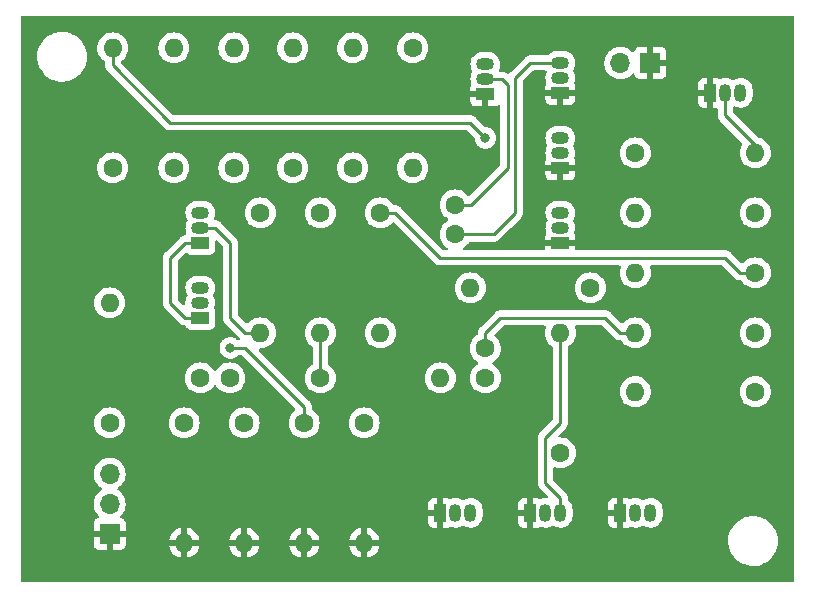
<source format=gbr>
%TF.GenerationSoftware,KiCad,Pcbnew,(6.0.10)*%
%TF.CreationDate,2023-01-20T12:03:37+09:00*%
%TF.ProjectId,KCS_UART_THT,4b43535f-5541-4525-945f-5448542e6b69,rev?*%
%TF.SameCoordinates,Original*%
%TF.FileFunction,Copper,L2,Bot*%
%TF.FilePolarity,Positive*%
%FSLAX46Y46*%
G04 Gerber Fmt 4.6, Leading zero omitted, Abs format (unit mm)*
G04 Created by KiCad (PCBNEW (6.0.10)) date 2023-01-20 12:03:37*
%MOMM*%
%LPD*%
G01*
G04 APERTURE LIST*
%TA.AperFunction,ComponentPad*%
%ADD10C,1.600000*%
%TD*%
%TA.AperFunction,ComponentPad*%
%ADD11O,1.600000X1.600000*%
%TD*%
%TA.AperFunction,ComponentPad*%
%ADD12R,1.700000X1.700000*%
%TD*%
%TA.AperFunction,ComponentPad*%
%ADD13O,1.700000X1.700000*%
%TD*%
%TA.AperFunction,ComponentPad*%
%ADD14R,1.050000X1.500000*%
%TD*%
%TA.AperFunction,ComponentPad*%
%ADD15O,1.050000X1.500000*%
%TD*%
%TA.AperFunction,ComponentPad*%
%ADD16R,1.500000X1.050000*%
%TD*%
%TA.AperFunction,ComponentPad*%
%ADD17O,1.500000X1.050000*%
%TD*%
%TA.AperFunction,ViaPad*%
%ADD18C,0.800000*%
%TD*%
%TA.AperFunction,Conductor*%
%ADD19C,0.250000*%
%TD*%
G04 APERTURE END LIST*
D10*
%TO.P,R14,1*%
%TO.N,Net-(R14-Pad1)*%
X74930000Y-113030000D03*
D11*
%TO.P,R14,2*%
%TO.N,Net-(R12-Pad2)*%
X74930000Y-102870000D03*
%TD*%
D10*
%TO.P,R3,1*%
%TO.N,VCC*%
X49530000Y-92710000D03*
D11*
%TO.P,R3,2*%
%TO.N,Net-(R3-Pad2)*%
X49530000Y-102870000D03*
%TD*%
D12*
%TO.P,INPUT,1,Pin_1*%
%TO.N,GND*%
X36770000Y-119888000D03*
D13*
%TO.P,INPUT,2,Pin_2*%
%TO.N,VCC*%
X36770000Y-117348000D03*
%TO.P,INPUT,3,Pin_3*%
%TO.N,Net-(R1-Pad1)*%
X36770000Y-114808000D03*
%TD*%
D10*
%TO.P,R19,1*%
%TO.N,VCC*%
X52270000Y-88900000D03*
D11*
%TO.P,R19,2*%
%TO.N,Net-(R19-Pad2)*%
X52270000Y-78740000D03*
%TD*%
D10*
%TO.P,R10,1*%
%TO.N,VCC*%
X91440000Y-107850000D03*
D11*
%TO.P,R10,2*%
%TO.N,Net-(R10-Pad2)*%
X81280000Y-107850000D03*
%TD*%
D10*
%TO.P,R17,1*%
%TO.N,VCC*%
X42210000Y-88900000D03*
D11*
%TO.P,R17,2*%
%TO.N,Net-(R17-Pad2)*%
X42210000Y-78740000D03*
%TD*%
D14*
%TO.P,Q5,1,E*%
%TO.N,GND*%
X72390000Y-118110000D03*
D15*
%TO.P,Q5,2,B*%
%TO.N,Net-(R11-Pad2)*%
X73660000Y-118110000D03*
%TO.P,Q5,3,C*%
%TO.N,Net-(R12-Pad2)*%
X74930000Y-118110000D03*
%TD*%
D10*
%TO.P,R20,1*%
%TO.N,VCC*%
X37030000Y-88900000D03*
D11*
%TO.P,R20,2*%
%TO.N,Net-(R20-Pad2)*%
X37030000Y-78740000D03*
%TD*%
D10*
%TO.P,R22,1*%
%TO.N,Net-(R19-Pad2)*%
X62430000Y-78740000D03*
D11*
%TO.P,R22,2*%
%TO.N,Net-(R22-Pad2)*%
X62430000Y-88900000D03*
%TD*%
D16*
%TO.P,Q2,1,E*%
%TO.N,Net-(R5-Pad1)*%
X44450000Y-101600000D03*
D17*
%TO.P,Q2,2,B*%
%TO.N,Net-(R7-Pad2)*%
X44450000Y-100330000D03*
%TO.P,Q2,3,C*%
%TO.N,Net-(R6-Pad2)*%
X44450000Y-99060000D03*
%TD*%
D16*
%TO.P,Q7,1,E*%
%TO.N,GND*%
X74930000Y-82550000D03*
D17*
%TO.P,Q7,2,B*%
%TO.N,Net-(R21-Pad1)*%
X74930000Y-81280000D03*
%TO.P,Q7,3,C*%
%TO.N,Net-(R17-Pad2)*%
X74930000Y-80010000D03*
%TD*%
D10*
%TO.P,C1,1*%
%TO.N,Net-(R1-Pad2)*%
X44450000Y-106680000D03*
%TO.P,C1,2*%
%TO.N,Net-(R3-Pad2)*%
X46950000Y-106680000D03*
%TD*%
%TO.P,R7,1*%
%TO.N,VCC*%
X59690000Y-92710000D03*
D11*
%TO.P,R7,2*%
%TO.N,Net-(R7-Pad2)*%
X59690000Y-102870000D03*
%TD*%
D10*
%TO.P,R13,1*%
%TO.N,VCC*%
X91440000Y-92710000D03*
D11*
%TO.P,R13,2*%
%TO.N,Net-(R13-Pad2)*%
X81280000Y-92710000D03*
%TD*%
D10*
%TO.P,R6,1*%
%TO.N,VCC*%
X54610000Y-92710000D03*
D11*
%TO.P,R6,2*%
%TO.N,Net-(R6-Pad2)*%
X54610000Y-102870000D03*
%TD*%
D16*
%TO.P,Q9,1,E*%
%TO.N,GND*%
X68580000Y-82671130D03*
D17*
%TO.P,Q9,2,B*%
%TO.N,Net-(R18-Pad2)*%
X68580000Y-81401130D03*
%TO.P,Q9,3,C*%
%TO.N,Net-(R19-Pad2)*%
X68580000Y-80131130D03*
%TD*%
D10*
%TO.P,R8,1*%
%TO.N,Net-(R7-Pad2)*%
X58320000Y-110490000D03*
D11*
%TO.P,R8,2*%
%TO.N,GND*%
X58320000Y-120650000D03*
%TD*%
D10*
%TO.P,R4,1*%
%TO.N,Net-(R3-Pad2)*%
X48160000Y-110490000D03*
D11*
%TO.P,R4,2*%
%TO.N,GND*%
X48160000Y-120650000D03*
%TD*%
D10*
%TO.P,C3,1*%
%TO.N,Net-(R17-Pad2)*%
X66040000Y-94540000D03*
%TO.P,C3,2*%
%TO.N,Net-(R18-Pad2)*%
X66040000Y-92040000D03*
%TD*%
%TO.P,R9,1*%
%TO.N,Net-(R6-Pad2)*%
X54610000Y-106680000D03*
D11*
%TO.P,R9,2*%
%TO.N,Net-(R9-Pad2)*%
X64770000Y-106680000D03*
%TD*%
D10*
%TO.P,R1,1*%
%TO.N,Net-(R1-Pad1)*%
X36770000Y-110490000D03*
D11*
%TO.P,R1,2*%
%TO.N,Net-(R1-Pad2)*%
X36770000Y-100330000D03*
%TD*%
D10*
%TO.P,R5,1*%
%TO.N,Net-(R5-Pad1)*%
X53240000Y-110490000D03*
D11*
%TO.P,R5,2*%
%TO.N,GND*%
X53240000Y-120650000D03*
%TD*%
D10*
%TO.P,R16,1*%
%TO.N,Net-(R13-Pad2)*%
X81280000Y-87630000D03*
D11*
%TO.P,R16,2*%
%TO.N,Net-(R16-Pad2)*%
X91440000Y-87630000D03*
%TD*%
D10*
%TO.P,R12,1*%
%TO.N,VCC*%
X91440000Y-97790000D03*
D11*
%TO.P,R12,2*%
%TO.N,Net-(R12-Pad2)*%
X81280000Y-97790000D03*
%TD*%
D16*
%TO.P,Q1,1,E*%
%TO.N,Net-(R5-Pad1)*%
X44450000Y-95250000D03*
D17*
%TO.P,Q1,2,B*%
%TO.N,Net-(R3-Pad2)*%
X44450000Y-93980000D03*
%TO.P,Q1,3,C*%
%TO.N,VCC*%
X44450000Y-92710000D03*
%TD*%
D10*
%TO.P,C2,1*%
%TO.N,Net-(R10-Pad2)*%
X68580000Y-106680000D03*
%TO.P,C2,2*%
%TO.N,Net-(R11-Pad2)*%
X68580000Y-104180000D03*
%TD*%
%TO.P,R2,1*%
%TO.N,Net-(R1-Pad2)*%
X43080000Y-110490000D03*
D11*
%TO.P,R2,2*%
%TO.N,GND*%
X43080000Y-120650000D03*
%TD*%
D12*
%TO.P,OUT,1,Pin_1*%
%TO.N,GND*%
X82550000Y-80010000D03*
D13*
%TO.P,OUT,2,Pin_2*%
%TO.N,Net-(R20-Pad2)*%
X80010000Y-80010000D03*
%TD*%
D16*
%TO.P,Q10,1,E*%
%TO.N,GND*%
X74930000Y-88923217D03*
D17*
%TO.P,Q10,2,B*%
%TO.N,Net-(R22-Pad2)*%
X74930000Y-87653217D03*
%TO.P,Q10,3,C*%
%TO.N,Net-(R20-Pad2)*%
X74930000Y-86383217D03*
%TD*%
D10*
%TO.P,R11,1*%
%TO.N,VCC*%
X91440000Y-102870000D03*
D11*
%TO.P,R11,2*%
%TO.N,Net-(R11-Pad2)*%
X81280000Y-102870000D03*
%TD*%
D14*
%TO.P,Q3,1,E*%
%TO.N,GND*%
X80010000Y-118110000D03*
D15*
%TO.P,Q3,2,B*%
%TO.N,Net-(R14-Pad1)*%
X81280000Y-118110000D03*
%TO.P,Q3,3,C*%
%TO.N,Net-(R10-Pad2)*%
X82550000Y-118110000D03*
%TD*%
D10*
%TO.P,R15,1*%
%TO.N,Net-(R12-Pad2)*%
X77470000Y-99060000D03*
D11*
%TO.P,R15,2*%
%TO.N,Net-(R15-Pad2)*%
X67310000Y-99060000D03*
%TD*%
D16*
%TO.P,Q6,1,E*%
%TO.N,GND*%
X74930000Y-95250000D03*
D17*
%TO.P,Q6,2,B*%
%TO.N,Net-(R15-Pad2)*%
X74930000Y-93980000D03*
%TO.P,Q6,3,C*%
%TO.N,Net-(R13-Pad2)*%
X74930000Y-92710000D03*
%TD*%
D14*
%TO.P,Q4,1,E*%
%TO.N,GND*%
X64770000Y-118110000D03*
D15*
%TO.P,Q4,2,B*%
%TO.N,Net-(R9-Pad2)*%
X66040000Y-118110000D03*
%TO.P,Q4,3,C*%
%TO.N,Net-(R11-Pad2)*%
X67310000Y-118110000D03*
%TD*%
D10*
%TO.P,R21,1*%
%TO.N,Net-(R21-Pad1)*%
X57350000Y-88900000D03*
D11*
%TO.P,R21,2*%
%TO.N,Net-(R19-Pad2)*%
X57350000Y-78740000D03*
%TD*%
D10*
%TO.P,R18,1*%
%TO.N,VCC*%
X47290000Y-88900000D03*
D11*
%TO.P,R18,2*%
%TO.N,Net-(R18-Pad2)*%
X47290000Y-78740000D03*
%TD*%
D14*
%TO.P,Q8,1,E*%
%TO.N,GND*%
X87630000Y-82550000D03*
D15*
%TO.P,Q8,2,B*%
%TO.N,Net-(R16-Pad2)*%
X88900000Y-82550000D03*
%TO.P,Q8,3,C*%
%TO.N,Net-(R18-Pad2)*%
X90170000Y-82550000D03*
%TD*%
D18*
%TO.N,GND*%
X85090000Y-115570000D03*
X68580000Y-77470000D03*
X78740000Y-77470000D03*
X91440000Y-77470000D03*
X92710000Y-113030000D03*
X87630000Y-113030000D03*
X87630000Y-78740000D03*
X91440000Y-114300000D03*
X88900000Y-111760000D03*
X88900000Y-77470000D03*
X86360000Y-111760000D03*
X66040000Y-77470000D03*
X85090000Y-113030000D03*
X83820000Y-77470000D03*
X73660000Y-77470000D03*
X90170000Y-78740000D03*
X88900000Y-114300000D03*
X71120000Y-77470000D03*
X85090000Y-120650000D03*
X86360000Y-116840000D03*
X87630000Y-115570000D03*
X85090000Y-118110000D03*
X86360000Y-114300000D03*
X90170000Y-113030000D03*
X86360000Y-77470000D03*
X76200000Y-77470000D03*
X91440000Y-111760000D03*
X81280000Y-77470000D03*
%TO.N,Net-(R20-Pad2)*%
X68580000Y-86360000D03*
%TO.N,Net-(R5-Pad1)*%
X46990000Y-104140000D03*
%TD*%
D19*
%TO.N,Net-(R3-Pad2)*%
X48260000Y-102870000D02*
X49530000Y-102870000D01*
X46990000Y-101600000D02*
X48260000Y-102870000D01*
X44450000Y-93980000D02*
X45720000Y-93980000D01*
X45720000Y-93980000D02*
X46990000Y-95250000D01*
X46990000Y-95250000D02*
X46990000Y-101600000D01*
%TO.N,Net-(R6-Pad2)*%
X54610000Y-106680000D02*
X54610000Y-102870000D01*
%TO.N,VCC*%
X88900000Y-96520000D02*
X90170000Y-97790000D01*
X64770000Y-96520000D02*
X88900000Y-96520000D01*
X60960000Y-92710000D02*
X64770000Y-96520000D01*
X59690000Y-92710000D02*
X60960000Y-92710000D01*
X90170000Y-97790000D02*
X91440000Y-97790000D01*
%TO.N,Net-(R11-Pad2)*%
X68580000Y-104180000D02*
X68580000Y-102870000D01*
X80010000Y-102870000D02*
X81280000Y-102870000D01*
X68580000Y-102870000D02*
X69850000Y-101600000D01*
X69850000Y-101600000D02*
X78740000Y-101600000D01*
X78740000Y-101600000D02*
X80010000Y-102870000D01*
%TO.N,Net-(R12-Pad2)*%
X74930000Y-116840000D02*
X74930000Y-118110000D01*
X74930000Y-102870000D02*
X74930000Y-110490000D01*
X73660000Y-115570000D02*
X74930000Y-116840000D01*
X74930000Y-110490000D02*
X73660000Y-111760000D01*
X73660000Y-111760000D02*
X73660000Y-115570000D01*
%TO.N,Net-(R16-Pad2)*%
X91440000Y-86995000D02*
X91440000Y-87630000D01*
X88900000Y-84455000D02*
X91440000Y-86995000D01*
X88900000Y-82550000D02*
X88900000Y-84455000D01*
%TO.N,Net-(R17-Pad2)*%
X69290000Y-94540000D02*
X71120000Y-92710000D01*
X72390000Y-80010000D02*
X74930000Y-80010000D01*
X71120000Y-92710000D02*
X71120000Y-81280000D01*
X71120000Y-81280000D02*
X72390000Y-80010000D01*
X66040000Y-94540000D02*
X69290000Y-94540000D01*
%TO.N,Net-(R18-Pad2)*%
X67345000Y-92040000D02*
X70485000Y-88900000D01*
X66040000Y-92040000D02*
X67345000Y-92040000D01*
X70485000Y-81915000D02*
X69971130Y-81401130D01*
X70485000Y-88900000D02*
X70485000Y-81915000D01*
X69971130Y-81401130D02*
X68580000Y-81401130D01*
%TO.N,Net-(R20-Pad2)*%
X37030000Y-80210000D02*
X41910000Y-85090000D01*
X37030000Y-78740000D02*
X37030000Y-80210000D01*
X67310000Y-85090000D02*
X68580000Y-86360000D01*
X41910000Y-85090000D02*
X67310000Y-85090000D01*
%TO.N,Net-(R5-Pad1)*%
X43180000Y-101600000D02*
X41910000Y-100330000D01*
X43180000Y-95250000D02*
X44450000Y-95250000D01*
X53240000Y-109120000D02*
X53240000Y-110490000D01*
X44450000Y-101600000D02*
X43180000Y-101600000D01*
X48260000Y-104140000D02*
X53240000Y-109120000D01*
X41910000Y-100330000D02*
X41910000Y-96520000D01*
X46990000Y-104140000D02*
X48260000Y-104140000D01*
X41910000Y-96520000D02*
X43180000Y-95250000D01*
%TD*%
%TA.AperFunction,Conductor*%
%TO.N,GND*%
G36*
X94683621Y-76028502D02*
G01*
X94730114Y-76082158D01*
X94741500Y-76134500D01*
X94741500Y-123865500D01*
X94721498Y-123933621D01*
X94667842Y-123980114D01*
X94615500Y-123991500D01*
X29384500Y-123991500D01*
X29316379Y-123971498D01*
X29269886Y-123917842D01*
X29258500Y-123865500D01*
X29258500Y-120782669D01*
X35412001Y-120782669D01*
X35412371Y-120789490D01*
X35417895Y-120840352D01*
X35421521Y-120855604D01*
X35466676Y-120976054D01*
X35475214Y-120991649D01*
X35551715Y-121093724D01*
X35564276Y-121106285D01*
X35666351Y-121182786D01*
X35681946Y-121191324D01*
X35802394Y-121236478D01*
X35817649Y-121240105D01*
X35868514Y-121245631D01*
X35875328Y-121246000D01*
X36497885Y-121246000D01*
X36513124Y-121241525D01*
X36514329Y-121240135D01*
X36516000Y-121232452D01*
X36516000Y-121227884D01*
X37024000Y-121227884D01*
X37028475Y-121243123D01*
X37029865Y-121244328D01*
X37037548Y-121245999D01*
X37664669Y-121245999D01*
X37671490Y-121245629D01*
X37722352Y-121240105D01*
X37737604Y-121236479D01*
X37858054Y-121191324D01*
X37873649Y-121182786D01*
X37975724Y-121106285D01*
X37988285Y-121093724D01*
X38064786Y-120991649D01*
X38073324Y-120976054D01*
X38095642Y-120916522D01*
X41797273Y-120916522D01*
X41844764Y-121093761D01*
X41848510Y-121104053D01*
X41940586Y-121301511D01*
X41946069Y-121311007D01*
X42071028Y-121489467D01*
X42078084Y-121497875D01*
X42232125Y-121651916D01*
X42240533Y-121658972D01*
X42418993Y-121783931D01*
X42428489Y-121789414D01*
X42625947Y-121881490D01*
X42636239Y-121885236D01*
X42808503Y-121931394D01*
X42822599Y-121931058D01*
X42826000Y-121923116D01*
X42826000Y-121917967D01*
X43334000Y-121917967D01*
X43337973Y-121931498D01*
X43346522Y-121932727D01*
X43523761Y-121885236D01*
X43534053Y-121881490D01*
X43731511Y-121789414D01*
X43741007Y-121783931D01*
X43919467Y-121658972D01*
X43927875Y-121651916D01*
X44081916Y-121497875D01*
X44088972Y-121489467D01*
X44213931Y-121311007D01*
X44219414Y-121301511D01*
X44311490Y-121104053D01*
X44315236Y-121093761D01*
X44361394Y-120921497D01*
X44361275Y-120916522D01*
X46877273Y-120916522D01*
X46924764Y-121093761D01*
X46928510Y-121104053D01*
X47020586Y-121301511D01*
X47026069Y-121311007D01*
X47151028Y-121489467D01*
X47158084Y-121497875D01*
X47312125Y-121651916D01*
X47320533Y-121658972D01*
X47498993Y-121783931D01*
X47508489Y-121789414D01*
X47705947Y-121881490D01*
X47716239Y-121885236D01*
X47888503Y-121931394D01*
X47902599Y-121931058D01*
X47906000Y-121923116D01*
X47906000Y-121917967D01*
X48414000Y-121917967D01*
X48417973Y-121931498D01*
X48426522Y-121932727D01*
X48603761Y-121885236D01*
X48614053Y-121881490D01*
X48811511Y-121789414D01*
X48821007Y-121783931D01*
X48999467Y-121658972D01*
X49007875Y-121651916D01*
X49161916Y-121497875D01*
X49168972Y-121489467D01*
X49293931Y-121311007D01*
X49299414Y-121301511D01*
X49391490Y-121104053D01*
X49395236Y-121093761D01*
X49441394Y-120921497D01*
X49441275Y-120916522D01*
X51957273Y-120916522D01*
X52004764Y-121093761D01*
X52008510Y-121104053D01*
X52100586Y-121301511D01*
X52106069Y-121311007D01*
X52231028Y-121489467D01*
X52238084Y-121497875D01*
X52392125Y-121651916D01*
X52400533Y-121658972D01*
X52578993Y-121783931D01*
X52588489Y-121789414D01*
X52785947Y-121881490D01*
X52796239Y-121885236D01*
X52968503Y-121931394D01*
X52982599Y-121931058D01*
X52986000Y-121923116D01*
X52986000Y-121917967D01*
X53494000Y-121917967D01*
X53497973Y-121931498D01*
X53506522Y-121932727D01*
X53683761Y-121885236D01*
X53694053Y-121881490D01*
X53891511Y-121789414D01*
X53901007Y-121783931D01*
X54079467Y-121658972D01*
X54087875Y-121651916D01*
X54241916Y-121497875D01*
X54248972Y-121489467D01*
X54373931Y-121311007D01*
X54379414Y-121301511D01*
X54471490Y-121104053D01*
X54475236Y-121093761D01*
X54521394Y-120921497D01*
X54521275Y-120916522D01*
X57037273Y-120916522D01*
X57084764Y-121093761D01*
X57088510Y-121104053D01*
X57180586Y-121301511D01*
X57186069Y-121311007D01*
X57311028Y-121489467D01*
X57318084Y-121497875D01*
X57472125Y-121651916D01*
X57480533Y-121658972D01*
X57658993Y-121783931D01*
X57668489Y-121789414D01*
X57865947Y-121881490D01*
X57876239Y-121885236D01*
X58048503Y-121931394D01*
X58062599Y-121931058D01*
X58066000Y-121923116D01*
X58066000Y-121917967D01*
X58574000Y-121917967D01*
X58577973Y-121931498D01*
X58586522Y-121932727D01*
X58763761Y-121885236D01*
X58774053Y-121881490D01*
X58971511Y-121789414D01*
X58981007Y-121783931D01*
X59159467Y-121658972D01*
X59167875Y-121651916D01*
X59321916Y-121497875D01*
X59328972Y-121489467D01*
X59453931Y-121311007D01*
X59459414Y-121301511D01*
X59551490Y-121104053D01*
X59555236Y-121093761D01*
X59601394Y-120921497D01*
X59601058Y-120907401D01*
X59593116Y-120904000D01*
X58592115Y-120904000D01*
X58576876Y-120908475D01*
X58575671Y-120909865D01*
X58574000Y-120917548D01*
X58574000Y-121917967D01*
X58066000Y-121917967D01*
X58066000Y-120922115D01*
X58061525Y-120906876D01*
X58060135Y-120905671D01*
X58052452Y-120904000D01*
X57052033Y-120904000D01*
X57038502Y-120907973D01*
X57037273Y-120916522D01*
X54521275Y-120916522D01*
X54521058Y-120907401D01*
X54513116Y-120904000D01*
X53512115Y-120904000D01*
X53496876Y-120908475D01*
X53495671Y-120909865D01*
X53494000Y-120917548D01*
X53494000Y-121917967D01*
X52986000Y-121917967D01*
X52986000Y-120922115D01*
X52981525Y-120906876D01*
X52980135Y-120905671D01*
X52972452Y-120904000D01*
X51972033Y-120904000D01*
X51958502Y-120907973D01*
X51957273Y-120916522D01*
X49441275Y-120916522D01*
X49441058Y-120907401D01*
X49433116Y-120904000D01*
X48432115Y-120904000D01*
X48416876Y-120908475D01*
X48415671Y-120909865D01*
X48414000Y-120917548D01*
X48414000Y-121917967D01*
X47906000Y-121917967D01*
X47906000Y-120922115D01*
X47901525Y-120906876D01*
X47900135Y-120905671D01*
X47892452Y-120904000D01*
X46892033Y-120904000D01*
X46878502Y-120907973D01*
X46877273Y-120916522D01*
X44361275Y-120916522D01*
X44361058Y-120907401D01*
X44353116Y-120904000D01*
X43352115Y-120904000D01*
X43336876Y-120908475D01*
X43335671Y-120909865D01*
X43334000Y-120917548D01*
X43334000Y-121917967D01*
X42826000Y-121917967D01*
X42826000Y-120922115D01*
X42821525Y-120906876D01*
X42820135Y-120905671D01*
X42812452Y-120904000D01*
X41812033Y-120904000D01*
X41798502Y-120907973D01*
X41797273Y-120916522D01*
X38095642Y-120916522D01*
X38118478Y-120855606D01*
X38122105Y-120840351D01*
X38127631Y-120789486D01*
X38128000Y-120782672D01*
X38128000Y-120477869D01*
X89136689Y-120477869D01*
X89153238Y-120764883D01*
X89154063Y-120769088D01*
X89154064Y-120769096D01*
X89181682Y-120909865D01*
X89208586Y-121046995D01*
X89209973Y-121051045D01*
X89209974Y-121051050D01*
X89276721Y-121246000D01*
X89301710Y-121318986D01*
X89303637Y-121322817D01*
X89391310Y-121497135D01*
X89430885Y-121575822D01*
X89593721Y-121812750D01*
X89787206Y-122025388D01*
X89790501Y-122028143D01*
X89790502Y-122028144D01*
X89841258Y-122070582D01*
X90007759Y-122209798D01*
X90251298Y-122362571D01*
X90513318Y-122480877D01*
X90517437Y-122482097D01*
X90784857Y-122561311D01*
X90784862Y-122561312D01*
X90788970Y-122562529D01*
X90793204Y-122563177D01*
X90793209Y-122563178D01*
X91041811Y-122601219D01*
X91073153Y-122606015D01*
X91219485Y-122608314D01*
X91356317Y-122610464D01*
X91356323Y-122610464D01*
X91360608Y-122610531D01*
X91364860Y-122610016D01*
X91364868Y-122610016D01*
X91641756Y-122576508D01*
X91641761Y-122576507D01*
X91646017Y-122575992D01*
X91924097Y-122503039D01*
X92189704Y-122393021D01*
X92437922Y-122247974D01*
X92664159Y-122070582D01*
X92705285Y-122028144D01*
X92861244Y-121867206D01*
X92864227Y-121864128D01*
X92866760Y-121860680D01*
X92866764Y-121860675D01*
X93031887Y-121635886D01*
X93034425Y-121632431D01*
X93171604Y-121379779D01*
X93225753Y-121236478D01*
X93271707Y-121114866D01*
X93271708Y-121114862D01*
X93273225Y-121110848D01*
X93331683Y-120855606D01*
X93336449Y-120834797D01*
X93336450Y-120834793D01*
X93337407Y-120830613D01*
X93341078Y-120789486D01*
X93362743Y-120546726D01*
X93362743Y-120546724D01*
X93362963Y-120544260D01*
X93363427Y-120500000D01*
X93355483Y-120383478D01*
X93344165Y-120217452D01*
X93344164Y-120217446D01*
X93343873Y-120213175D01*
X93339336Y-120191264D01*
X93286443Y-119935855D01*
X93285574Y-119931658D01*
X93189607Y-119660657D01*
X93057750Y-119405188D01*
X93044488Y-119386317D01*
X92975095Y-119287582D01*
X92892441Y-119169977D01*
X92806024Y-119076981D01*
X92699661Y-118962521D01*
X92699658Y-118962519D01*
X92696740Y-118959378D01*
X92474268Y-118777287D01*
X92229142Y-118627073D01*
X92211048Y-118619130D01*
X91969830Y-118513243D01*
X91965898Y-118511517D01*
X91939963Y-118504129D01*
X91693534Y-118433932D01*
X91693535Y-118433932D01*
X91689406Y-118432756D01*
X91476704Y-118402485D01*
X91409036Y-118392854D01*
X91409034Y-118392854D01*
X91404784Y-118392249D01*
X91400495Y-118392227D01*
X91400488Y-118392226D01*
X91121583Y-118390765D01*
X91121576Y-118390765D01*
X91117297Y-118390743D01*
X91113053Y-118391302D01*
X91113049Y-118391302D01*
X90987660Y-118407810D01*
X90832266Y-118428268D01*
X90828126Y-118429401D01*
X90828124Y-118429401D01*
X90810783Y-118434145D01*
X90554964Y-118504129D01*
X90551016Y-118505813D01*
X90294476Y-118615237D01*
X90294472Y-118615239D01*
X90290524Y-118616923D01*
X90223510Y-118657030D01*
X90047521Y-118762357D01*
X90047517Y-118762360D01*
X90043839Y-118764561D01*
X89819472Y-118944313D01*
X89621577Y-119152851D01*
X89517362Y-119297881D01*
X89467499Y-119367273D01*
X89453814Y-119386317D01*
X89319288Y-119640392D01*
X89220489Y-119910373D01*
X89159245Y-120191264D01*
X89157851Y-120208978D01*
X89137196Y-120471428D01*
X89137195Y-120471428D01*
X89137196Y-120471430D01*
X89136689Y-120477869D01*
X38128000Y-120477869D01*
X38128000Y-120378503D01*
X41798606Y-120378503D01*
X41798942Y-120392599D01*
X41806884Y-120396000D01*
X42807885Y-120396000D01*
X42823124Y-120391525D01*
X42824329Y-120390135D01*
X42826000Y-120382452D01*
X42826000Y-120377885D01*
X43334000Y-120377885D01*
X43338475Y-120393124D01*
X43339865Y-120394329D01*
X43347548Y-120396000D01*
X44347967Y-120396000D01*
X44361498Y-120392027D01*
X44362727Y-120383478D01*
X44361394Y-120378503D01*
X46878606Y-120378503D01*
X46878942Y-120392599D01*
X46886884Y-120396000D01*
X47887885Y-120396000D01*
X47903124Y-120391525D01*
X47904329Y-120390135D01*
X47906000Y-120382452D01*
X47906000Y-120377885D01*
X48414000Y-120377885D01*
X48418475Y-120393124D01*
X48419865Y-120394329D01*
X48427548Y-120396000D01*
X49427967Y-120396000D01*
X49441498Y-120392027D01*
X49442727Y-120383478D01*
X49441394Y-120378503D01*
X51958606Y-120378503D01*
X51958942Y-120392599D01*
X51966884Y-120396000D01*
X52967885Y-120396000D01*
X52983124Y-120391525D01*
X52984329Y-120390135D01*
X52986000Y-120382452D01*
X52986000Y-120377885D01*
X53494000Y-120377885D01*
X53498475Y-120393124D01*
X53499865Y-120394329D01*
X53507548Y-120396000D01*
X54507967Y-120396000D01*
X54521498Y-120392027D01*
X54522727Y-120383478D01*
X54521394Y-120378503D01*
X57038606Y-120378503D01*
X57038942Y-120392599D01*
X57046884Y-120396000D01*
X58047885Y-120396000D01*
X58063124Y-120391525D01*
X58064329Y-120390135D01*
X58066000Y-120382452D01*
X58066000Y-120377885D01*
X58574000Y-120377885D01*
X58578475Y-120393124D01*
X58579865Y-120394329D01*
X58587548Y-120396000D01*
X59587967Y-120396000D01*
X59601498Y-120392027D01*
X59602727Y-120383478D01*
X59555236Y-120206239D01*
X59551490Y-120195947D01*
X59459414Y-119998489D01*
X59453931Y-119988993D01*
X59328972Y-119810533D01*
X59321916Y-119802125D01*
X59167875Y-119648084D01*
X59159467Y-119641028D01*
X58981007Y-119516069D01*
X58971511Y-119510586D01*
X58774053Y-119418510D01*
X58763761Y-119414764D01*
X58591497Y-119368606D01*
X58577401Y-119368942D01*
X58574000Y-119376884D01*
X58574000Y-120377885D01*
X58066000Y-120377885D01*
X58066000Y-119382033D01*
X58062027Y-119368502D01*
X58053478Y-119367273D01*
X57876239Y-119414764D01*
X57865947Y-119418510D01*
X57668489Y-119510586D01*
X57658993Y-119516069D01*
X57480533Y-119641028D01*
X57472125Y-119648084D01*
X57318084Y-119802125D01*
X57311028Y-119810533D01*
X57186069Y-119988993D01*
X57180586Y-119998489D01*
X57088510Y-120195947D01*
X57084764Y-120206239D01*
X57038606Y-120378503D01*
X54521394Y-120378503D01*
X54475236Y-120206239D01*
X54471490Y-120195947D01*
X54379414Y-119998489D01*
X54373931Y-119988993D01*
X54248972Y-119810533D01*
X54241916Y-119802125D01*
X54087875Y-119648084D01*
X54079467Y-119641028D01*
X53901007Y-119516069D01*
X53891511Y-119510586D01*
X53694053Y-119418510D01*
X53683761Y-119414764D01*
X53511497Y-119368606D01*
X53497401Y-119368942D01*
X53494000Y-119376884D01*
X53494000Y-120377885D01*
X52986000Y-120377885D01*
X52986000Y-119382033D01*
X52982027Y-119368502D01*
X52973478Y-119367273D01*
X52796239Y-119414764D01*
X52785947Y-119418510D01*
X52588489Y-119510586D01*
X52578993Y-119516069D01*
X52400533Y-119641028D01*
X52392125Y-119648084D01*
X52238084Y-119802125D01*
X52231028Y-119810533D01*
X52106069Y-119988993D01*
X52100586Y-119998489D01*
X52008510Y-120195947D01*
X52004764Y-120206239D01*
X51958606Y-120378503D01*
X49441394Y-120378503D01*
X49395236Y-120206239D01*
X49391490Y-120195947D01*
X49299414Y-119998489D01*
X49293931Y-119988993D01*
X49168972Y-119810533D01*
X49161916Y-119802125D01*
X49007875Y-119648084D01*
X48999467Y-119641028D01*
X48821007Y-119516069D01*
X48811511Y-119510586D01*
X48614053Y-119418510D01*
X48603761Y-119414764D01*
X48431497Y-119368606D01*
X48417401Y-119368942D01*
X48414000Y-119376884D01*
X48414000Y-120377885D01*
X47906000Y-120377885D01*
X47906000Y-119382033D01*
X47902027Y-119368502D01*
X47893478Y-119367273D01*
X47716239Y-119414764D01*
X47705947Y-119418510D01*
X47508489Y-119510586D01*
X47498993Y-119516069D01*
X47320533Y-119641028D01*
X47312125Y-119648084D01*
X47158084Y-119802125D01*
X47151028Y-119810533D01*
X47026069Y-119988993D01*
X47020586Y-119998489D01*
X46928510Y-120195947D01*
X46924764Y-120206239D01*
X46878606Y-120378503D01*
X44361394Y-120378503D01*
X44315236Y-120206239D01*
X44311490Y-120195947D01*
X44219414Y-119998489D01*
X44213931Y-119988993D01*
X44088972Y-119810533D01*
X44081916Y-119802125D01*
X43927875Y-119648084D01*
X43919467Y-119641028D01*
X43741007Y-119516069D01*
X43731511Y-119510586D01*
X43534053Y-119418510D01*
X43523761Y-119414764D01*
X43351497Y-119368606D01*
X43337401Y-119368942D01*
X43334000Y-119376884D01*
X43334000Y-120377885D01*
X42826000Y-120377885D01*
X42826000Y-119382033D01*
X42822027Y-119368502D01*
X42813478Y-119367273D01*
X42636239Y-119414764D01*
X42625947Y-119418510D01*
X42428489Y-119510586D01*
X42418993Y-119516069D01*
X42240533Y-119641028D01*
X42232125Y-119648084D01*
X42078084Y-119802125D01*
X42071028Y-119810533D01*
X41946069Y-119988993D01*
X41940586Y-119998489D01*
X41848510Y-120195947D01*
X41844764Y-120206239D01*
X41798606Y-120378503D01*
X38128000Y-120378503D01*
X38128000Y-120160115D01*
X38123525Y-120144876D01*
X38122135Y-120143671D01*
X38114452Y-120142000D01*
X37042115Y-120142000D01*
X37026876Y-120146475D01*
X37025671Y-120147865D01*
X37024000Y-120155548D01*
X37024000Y-121227884D01*
X36516000Y-121227884D01*
X36516000Y-120160115D01*
X36511525Y-120144876D01*
X36510135Y-120143671D01*
X36502452Y-120142000D01*
X35430116Y-120142000D01*
X35414877Y-120146475D01*
X35413672Y-120147865D01*
X35412001Y-120155548D01*
X35412001Y-120782669D01*
X29258500Y-120782669D01*
X29258500Y-117314695D01*
X35407251Y-117314695D01*
X35407548Y-117319848D01*
X35407548Y-117319851D01*
X35413011Y-117414590D01*
X35420110Y-117537715D01*
X35421247Y-117542761D01*
X35421248Y-117542767D01*
X35441119Y-117630939D01*
X35469222Y-117755639D01*
X35553266Y-117962616D01*
X35669987Y-118153088D01*
X35816250Y-118321938D01*
X35820225Y-118325238D01*
X35820231Y-118325244D01*
X35825425Y-118329556D01*
X35865059Y-118388460D01*
X35866555Y-118459441D01*
X35829439Y-118519962D01*
X35789168Y-118544480D01*
X35681946Y-118584676D01*
X35666351Y-118593214D01*
X35564276Y-118669715D01*
X35551715Y-118682276D01*
X35475214Y-118784351D01*
X35466676Y-118799946D01*
X35421522Y-118920394D01*
X35417895Y-118935649D01*
X35412369Y-118986514D01*
X35412000Y-118993328D01*
X35412000Y-119615885D01*
X35416475Y-119631124D01*
X35417865Y-119632329D01*
X35425548Y-119634000D01*
X38109884Y-119634000D01*
X38125123Y-119629525D01*
X38126328Y-119628135D01*
X38127999Y-119620452D01*
X38127999Y-118993331D01*
X38127629Y-118986510D01*
X38122105Y-118935648D01*
X38118479Y-118920396D01*
X38112583Y-118904669D01*
X63737001Y-118904669D01*
X63737371Y-118911490D01*
X63742895Y-118962352D01*
X63746521Y-118977604D01*
X63791676Y-119098054D01*
X63800214Y-119113649D01*
X63876715Y-119215724D01*
X63889276Y-119228285D01*
X63991351Y-119304786D01*
X64006946Y-119313324D01*
X64127394Y-119358478D01*
X64142649Y-119362105D01*
X64193514Y-119367631D01*
X64200328Y-119368000D01*
X64497885Y-119368000D01*
X64513124Y-119363525D01*
X64514329Y-119362135D01*
X64516000Y-119354452D01*
X64516000Y-118386004D01*
X65006500Y-118386004D01*
X65021277Y-118536713D01*
X65021968Y-118539002D01*
X65024000Y-118559724D01*
X65024000Y-119349884D01*
X65028475Y-119365123D01*
X65029865Y-119366328D01*
X65037548Y-119367999D01*
X65339669Y-119367999D01*
X65346490Y-119367629D01*
X65397352Y-119362105D01*
X65412604Y-119358479D01*
X65533056Y-119313323D01*
X65548466Y-119304886D01*
X65617823Y-119289716D01*
X65646235Y-119295040D01*
X65831180Y-119352290D01*
X65837305Y-119352934D01*
X65837306Y-119352934D01*
X66026622Y-119372832D01*
X66026623Y-119372832D01*
X66032750Y-119373476D01*
X66142090Y-119363525D01*
X66228457Y-119355665D01*
X66228460Y-119355664D01*
X66234596Y-119355106D01*
X66240502Y-119353368D01*
X66240506Y-119353367D01*
X66423120Y-119299620D01*
X66423119Y-119299620D01*
X66429029Y-119297881D01*
X66434486Y-119295028D01*
X66434489Y-119295027D01*
X66586182Y-119215724D01*
X66608460Y-119204077D01*
X66608462Y-119204077D01*
X66608645Y-119203981D01*
X66608663Y-119204016D01*
X66674441Y-119184111D01*
X66735409Y-119199271D01*
X66907565Y-119292356D01*
X67004372Y-119322323D01*
X67095293Y-119350468D01*
X67095296Y-119350469D01*
X67101180Y-119352290D01*
X67107305Y-119352934D01*
X67107306Y-119352934D01*
X67296622Y-119372832D01*
X67296623Y-119372832D01*
X67302750Y-119373476D01*
X67412090Y-119363525D01*
X67498457Y-119355665D01*
X67498460Y-119355664D01*
X67504596Y-119355106D01*
X67510502Y-119353368D01*
X67510506Y-119353367D01*
X67693120Y-119299620D01*
X67693119Y-119299620D01*
X67699029Y-119297881D01*
X67704486Y-119295028D01*
X67704489Y-119295027D01*
X67856182Y-119215724D01*
X67878645Y-119203981D01*
X68036601Y-119076981D01*
X68166881Y-118921719D01*
X68169845Y-118916327D01*
X68169848Y-118916323D01*
X68176255Y-118904669D01*
X71357001Y-118904669D01*
X71357371Y-118911490D01*
X71362895Y-118962352D01*
X71366521Y-118977604D01*
X71411676Y-119098054D01*
X71420214Y-119113649D01*
X71496715Y-119215724D01*
X71509276Y-119228285D01*
X71611351Y-119304786D01*
X71626946Y-119313324D01*
X71747394Y-119358478D01*
X71762649Y-119362105D01*
X71813514Y-119367631D01*
X71820328Y-119368000D01*
X72117885Y-119368000D01*
X72133124Y-119363525D01*
X72134329Y-119362135D01*
X72136000Y-119354452D01*
X72136000Y-118382115D01*
X72131525Y-118366876D01*
X72130135Y-118365671D01*
X72122452Y-118364000D01*
X71375116Y-118364000D01*
X71359877Y-118368475D01*
X71358672Y-118369865D01*
X71357001Y-118377548D01*
X71357001Y-118904669D01*
X68176255Y-118904669D01*
X68261556Y-118749506D01*
X68264523Y-118744109D01*
X68325807Y-118550916D01*
X68327401Y-118536713D01*
X68334810Y-118470652D01*
X68343500Y-118393183D01*
X68343500Y-117837885D01*
X71357000Y-117837885D01*
X71361475Y-117853124D01*
X71362865Y-117854329D01*
X71370548Y-117856000D01*
X72117885Y-117856000D01*
X72133124Y-117851525D01*
X72134329Y-117850135D01*
X72136000Y-117842452D01*
X72136000Y-116870116D01*
X72131525Y-116854877D01*
X72130135Y-116853672D01*
X72122452Y-116852001D01*
X71820331Y-116852001D01*
X71813510Y-116852371D01*
X71762648Y-116857895D01*
X71747396Y-116861521D01*
X71626946Y-116906676D01*
X71611351Y-116915214D01*
X71509276Y-116991715D01*
X71496715Y-117004276D01*
X71420214Y-117106351D01*
X71411676Y-117121946D01*
X71366522Y-117242394D01*
X71362895Y-117257649D01*
X71357369Y-117308514D01*
X71357000Y-117315328D01*
X71357000Y-117837885D01*
X68343500Y-117837885D01*
X68343500Y-117833996D01*
X68328723Y-117683287D01*
X68270142Y-117489258D01*
X68174990Y-117310302D01*
X68046890Y-117153237D01*
X68034539Y-117143019D01*
X67895472Y-117027973D01*
X67895469Y-117027971D01*
X67890722Y-117024044D01*
X67712435Y-116927644D01*
X67565943Y-116882297D01*
X67524707Y-116869532D01*
X67524704Y-116869531D01*
X67518820Y-116867710D01*
X67512695Y-116867066D01*
X67512694Y-116867066D01*
X67323378Y-116847168D01*
X67323377Y-116847168D01*
X67317250Y-116846524D01*
X67244082Y-116853183D01*
X67121543Y-116864335D01*
X67121540Y-116864336D01*
X67115404Y-116864894D01*
X67109498Y-116866632D01*
X67109494Y-116866633D01*
X66995815Y-116900091D01*
X66920971Y-116922119D01*
X66915514Y-116924972D01*
X66915511Y-116924973D01*
X66831163Y-116969069D01*
X66741540Y-117015923D01*
X66741538Y-117015923D01*
X66741355Y-117016019D01*
X66741337Y-117015984D01*
X66675559Y-117035889D01*
X66614591Y-117020729D01*
X66605815Y-117015984D01*
X66442435Y-116927644D01*
X66295943Y-116882297D01*
X66254707Y-116869532D01*
X66254704Y-116869531D01*
X66248820Y-116867710D01*
X66242695Y-116867066D01*
X66242694Y-116867066D01*
X66053378Y-116847168D01*
X66053377Y-116847168D01*
X66047250Y-116846524D01*
X65974082Y-116853183D01*
X65851543Y-116864335D01*
X65851540Y-116864336D01*
X65845404Y-116864894D01*
X65839498Y-116866632D01*
X65839494Y-116866633D01*
X65752749Y-116892164D01*
X65650971Y-116922119D01*
X65650771Y-116921441D01*
X65584727Y-116927956D01*
X65547677Y-116914680D01*
X65533063Y-116906679D01*
X65412606Y-116861522D01*
X65397351Y-116857895D01*
X65346486Y-116852369D01*
X65339672Y-116852000D01*
X65042115Y-116852000D01*
X65026876Y-116856475D01*
X65025671Y-116857865D01*
X65024000Y-116865548D01*
X65024000Y-117663758D01*
X65023215Y-117677803D01*
X65006500Y-117826817D01*
X65006500Y-118386004D01*
X64516000Y-118386004D01*
X64516000Y-118382115D01*
X64511525Y-118366876D01*
X64510135Y-118365671D01*
X64502452Y-118364000D01*
X63755116Y-118364000D01*
X63739877Y-118368475D01*
X63738672Y-118369865D01*
X63737001Y-118377548D01*
X63737001Y-118904669D01*
X38112583Y-118904669D01*
X38073324Y-118799946D01*
X38064786Y-118784351D01*
X37988285Y-118682276D01*
X37975724Y-118669715D01*
X37873649Y-118593214D01*
X37858054Y-118584676D01*
X37747813Y-118543348D01*
X37691049Y-118500706D01*
X37666349Y-118434145D01*
X37681557Y-118364796D01*
X37703104Y-118336115D01*
X37804430Y-118235144D01*
X37804440Y-118235132D01*
X37808096Y-118231489D01*
X37867594Y-118148689D01*
X37935435Y-118054277D01*
X37938453Y-118050077D01*
X38037430Y-117849811D01*
X38041053Y-117837885D01*
X63737000Y-117837885D01*
X63741475Y-117853124D01*
X63742865Y-117854329D01*
X63750548Y-117856000D01*
X64497885Y-117856000D01*
X64513124Y-117851525D01*
X64514329Y-117850135D01*
X64516000Y-117842452D01*
X64516000Y-116870116D01*
X64511525Y-116854877D01*
X64510135Y-116853672D01*
X64502452Y-116852001D01*
X64200331Y-116852001D01*
X64193510Y-116852371D01*
X64142648Y-116857895D01*
X64127396Y-116861521D01*
X64006946Y-116906676D01*
X63991351Y-116915214D01*
X63889276Y-116991715D01*
X63876715Y-117004276D01*
X63800214Y-117106351D01*
X63791676Y-117121946D01*
X63746522Y-117242394D01*
X63742895Y-117257649D01*
X63737369Y-117308514D01*
X63737000Y-117315328D01*
X63737000Y-117837885D01*
X38041053Y-117837885D01*
X38092339Y-117669084D01*
X38100865Y-117641023D01*
X38100865Y-117641021D01*
X38102370Y-117636069D01*
X38131529Y-117414590D01*
X38133156Y-117348000D01*
X38114852Y-117125361D01*
X38060431Y-116908702D01*
X37971354Y-116703840D01*
X37890966Y-116579579D01*
X37852822Y-116520617D01*
X37852820Y-116520614D01*
X37850014Y-116516277D01*
X37699670Y-116351051D01*
X37695619Y-116347852D01*
X37695615Y-116347848D01*
X37528414Y-116215800D01*
X37528410Y-116215798D01*
X37524359Y-116212598D01*
X37483053Y-116189796D01*
X37433084Y-116139364D01*
X37418312Y-116069921D01*
X37443428Y-116003516D01*
X37470780Y-115976909D01*
X37514603Y-115945650D01*
X37649860Y-115849173D01*
X37808096Y-115691489D01*
X37829308Y-115661970D01*
X37935435Y-115514277D01*
X37938453Y-115510077D01*
X38037430Y-115309811D01*
X38102370Y-115096069D01*
X38131529Y-114874590D01*
X38133156Y-114808000D01*
X38114852Y-114585361D01*
X38060431Y-114368702D01*
X37971354Y-114163840D01*
X37850014Y-113976277D01*
X37699670Y-113811051D01*
X37695619Y-113807852D01*
X37695615Y-113807848D01*
X37528414Y-113675800D01*
X37528410Y-113675798D01*
X37524359Y-113672598D01*
X37328789Y-113564638D01*
X37323920Y-113562914D01*
X37323916Y-113562912D01*
X37123087Y-113491795D01*
X37123083Y-113491794D01*
X37118212Y-113490069D01*
X37113119Y-113489162D01*
X37113116Y-113489161D01*
X36903373Y-113451800D01*
X36903367Y-113451799D01*
X36898284Y-113450894D01*
X36824452Y-113449992D01*
X36680081Y-113448228D01*
X36680079Y-113448228D01*
X36674911Y-113448165D01*
X36454091Y-113481955D01*
X36241756Y-113551357D01*
X36043607Y-113654507D01*
X36039474Y-113657610D01*
X36039471Y-113657612D01*
X35869100Y-113785530D01*
X35864965Y-113788635D01*
X35710629Y-113950138D01*
X35584743Y-114134680D01*
X35569498Y-114167523D01*
X35496854Y-114324022D01*
X35490688Y-114337305D01*
X35430989Y-114552570D01*
X35407251Y-114774695D01*
X35407548Y-114779848D01*
X35407548Y-114779851D01*
X35413011Y-114874590D01*
X35420110Y-114997715D01*
X35421247Y-115002761D01*
X35421248Y-115002767D01*
X35441119Y-115090939D01*
X35469222Y-115215639D01*
X35553266Y-115422616D01*
X35555965Y-115427020D01*
X35650903Y-115581945D01*
X35669987Y-115613088D01*
X35816250Y-115781938D01*
X35988126Y-115924632D01*
X36039299Y-115954535D01*
X36061445Y-115967476D01*
X36110169Y-116019114D01*
X36123240Y-116088897D01*
X36096509Y-116154669D01*
X36056055Y-116188027D01*
X36043607Y-116194507D01*
X36039474Y-116197610D01*
X36039471Y-116197612D01*
X36015247Y-116215800D01*
X35864965Y-116328635D01*
X35861393Y-116332373D01*
X35755646Y-116443031D01*
X35710629Y-116490138D01*
X35584743Y-116674680D01*
X35563401Y-116720658D01*
X35495441Y-116867066D01*
X35490688Y-116877305D01*
X35430989Y-117092570D01*
X35407251Y-117314695D01*
X29258500Y-117314695D01*
X29258500Y-110490000D01*
X35456502Y-110490000D01*
X35476457Y-110718087D01*
X35477881Y-110723400D01*
X35477881Y-110723402D01*
X35527819Y-110909770D01*
X35535716Y-110939243D01*
X35538039Y-110944224D01*
X35538039Y-110944225D01*
X35630151Y-111141762D01*
X35630154Y-111141767D01*
X35632477Y-111146749D01*
X35763802Y-111334300D01*
X35925700Y-111496198D01*
X35930208Y-111499355D01*
X35930211Y-111499357D01*
X35977710Y-111532616D01*
X36113251Y-111627523D01*
X36118233Y-111629846D01*
X36118238Y-111629849D01*
X36311430Y-111719935D01*
X36320757Y-111724284D01*
X36326065Y-111725706D01*
X36326067Y-111725707D01*
X36536598Y-111782119D01*
X36536600Y-111782119D01*
X36541913Y-111783543D01*
X36770000Y-111803498D01*
X36998087Y-111783543D01*
X37003400Y-111782119D01*
X37003402Y-111782119D01*
X37213933Y-111725707D01*
X37213935Y-111725706D01*
X37219243Y-111724284D01*
X37228570Y-111719935D01*
X37421762Y-111629849D01*
X37421767Y-111629846D01*
X37426749Y-111627523D01*
X37562290Y-111532616D01*
X37609789Y-111499357D01*
X37609792Y-111499355D01*
X37614300Y-111496198D01*
X37776198Y-111334300D01*
X37907523Y-111146749D01*
X37909846Y-111141767D01*
X37909849Y-111141762D01*
X38001961Y-110944225D01*
X38001961Y-110944224D01*
X38004284Y-110939243D01*
X38012182Y-110909770D01*
X38062119Y-110723402D01*
X38062119Y-110723400D01*
X38063543Y-110718087D01*
X38083498Y-110490000D01*
X41766502Y-110490000D01*
X41786457Y-110718087D01*
X41787881Y-110723400D01*
X41787881Y-110723402D01*
X41837819Y-110909770D01*
X41845716Y-110939243D01*
X41848039Y-110944224D01*
X41848039Y-110944225D01*
X41940151Y-111141762D01*
X41940154Y-111141767D01*
X41942477Y-111146749D01*
X42073802Y-111334300D01*
X42235700Y-111496198D01*
X42240208Y-111499355D01*
X42240211Y-111499357D01*
X42287710Y-111532616D01*
X42423251Y-111627523D01*
X42428233Y-111629846D01*
X42428238Y-111629849D01*
X42621430Y-111719935D01*
X42630757Y-111724284D01*
X42636065Y-111725706D01*
X42636067Y-111725707D01*
X42846598Y-111782119D01*
X42846600Y-111782119D01*
X42851913Y-111783543D01*
X43080000Y-111803498D01*
X43308087Y-111783543D01*
X43313400Y-111782119D01*
X43313402Y-111782119D01*
X43523933Y-111725707D01*
X43523935Y-111725706D01*
X43529243Y-111724284D01*
X43538570Y-111719935D01*
X43731762Y-111629849D01*
X43731767Y-111629846D01*
X43736749Y-111627523D01*
X43872290Y-111532616D01*
X43919789Y-111499357D01*
X43919792Y-111499355D01*
X43924300Y-111496198D01*
X44086198Y-111334300D01*
X44217523Y-111146749D01*
X44219846Y-111141767D01*
X44219849Y-111141762D01*
X44311961Y-110944225D01*
X44311961Y-110944224D01*
X44314284Y-110939243D01*
X44322182Y-110909770D01*
X44372119Y-110723402D01*
X44372119Y-110723400D01*
X44373543Y-110718087D01*
X44393498Y-110490000D01*
X46846502Y-110490000D01*
X46866457Y-110718087D01*
X46867881Y-110723400D01*
X46867881Y-110723402D01*
X46917819Y-110909770D01*
X46925716Y-110939243D01*
X46928039Y-110944224D01*
X46928039Y-110944225D01*
X47020151Y-111141762D01*
X47020154Y-111141767D01*
X47022477Y-111146749D01*
X47153802Y-111334300D01*
X47315700Y-111496198D01*
X47320208Y-111499355D01*
X47320211Y-111499357D01*
X47367710Y-111532616D01*
X47503251Y-111627523D01*
X47508233Y-111629846D01*
X47508238Y-111629849D01*
X47701430Y-111719935D01*
X47710757Y-111724284D01*
X47716065Y-111725706D01*
X47716067Y-111725707D01*
X47926598Y-111782119D01*
X47926600Y-111782119D01*
X47931913Y-111783543D01*
X48160000Y-111803498D01*
X48388087Y-111783543D01*
X48393400Y-111782119D01*
X48393402Y-111782119D01*
X48603933Y-111725707D01*
X48603935Y-111725706D01*
X48609243Y-111724284D01*
X48618570Y-111719935D01*
X48811762Y-111629849D01*
X48811767Y-111629846D01*
X48816749Y-111627523D01*
X48952290Y-111532616D01*
X48999789Y-111499357D01*
X48999792Y-111499355D01*
X49004300Y-111496198D01*
X49166198Y-111334300D01*
X49297523Y-111146749D01*
X49299846Y-111141767D01*
X49299849Y-111141762D01*
X49391961Y-110944225D01*
X49391961Y-110944224D01*
X49394284Y-110939243D01*
X49402182Y-110909770D01*
X49452119Y-110723402D01*
X49452119Y-110723400D01*
X49453543Y-110718087D01*
X49473498Y-110490000D01*
X49453543Y-110261913D01*
X49448616Y-110243526D01*
X49395707Y-110046067D01*
X49395706Y-110046065D01*
X49394284Y-110040757D01*
X49391961Y-110035775D01*
X49299849Y-109838238D01*
X49299846Y-109838233D01*
X49297523Y-109833251D01*
X49166198Y-109645700D01*
X49004300Y-109483802D01*
X48999792Y-109480645D01*
X48999789Y-109480643D01*
X48847228Y-109373819D01*
X48816749Y-109352477D01*
X48811767Y-109350154D01*
X48811762Y-109350151D01*
X48614225Y-109258039D01*
X48614224Y-109258039D01*
X48609243Y-109255716D01*
X48603935Y-109254294D01*
X48603933Y-109254293D01*
X48393402Y-109197881D01*
X48393400Y-109197881D01*
X48388087Y-109196457D01*
X48160000Y-109176502D01*
X47931913Y-109196457D01*
X47926600Y-109197881D01*
X47926598Y-109197881D01*
X47716067Y-109254293D01*
X47716065Y-109254294D01*
X47710757Y-109255716D01*
X47705776Y-109258039D01*
X47705775Y-109258039D01*
X47508238Y-109350151D01*
X47508233Y-109350154D01*
X47503251Y-109352477D01*
X47472772Y-109373819D01*
X47320211Y-109480643D01*
X47320208Y-109480645D01*
X47315700Y-109483802D01*
X47153802Y-109645700D01*
X47022477Y-109833251D01*
X47020154Y-109838233D01*
X47020151Y-109838238D01*
X46928039Y-110035775D01*
X46925716Y-110040757D01*
X46924294Y-110046065D01*
X46924293Y-110046067D01*
X46871384Y-110243526D01*
X46866457Y-110261913D01*
X46846502Y-110490000D01*
X44393498Y-110490000D01*
X44373543Y-110261913D01*
X44368616Y-110243526D01*
X44315707Y-110046067D01*
X44315706Y-110046065D01*
X44314284Y-110040757D01*
X44311961Y-110035775D01*
X44219849Y-109838238D01*
X44219846Y-109838233D01*
X44217523Y-109833251D01*
X44086198Y-109645700D01*
X43924300Y-109483802D01*
X43919792Y-109480645D01*
X43919789Y-109480643D01*
X43767228Y-109373819D01*
X43736749Y-109352477D01*
X43731767Y-109350154D01*
X43731762Y-109350151D01*
X43534225Y-109258039D01*
X43534224Y-109258039D01*
X43529243Y-109255716D01*
X43523935Y-109254294D01*
X43523933Y-109254293D01*
X43313402Y-109197881D01*
X43313400Y-109197881D01*
X43308087Y-109196457D01*
X43080000Y-109176502D01*
X42851913Y-109196457D01*
X42846600Y-109197881D01*
X42846598Y-109197881D01*
X42636067Y-109254293D01*
X42636065Y-109254294D01*
X42630757Y-109255716D01*
X42625776Y-109258039D01*
X42625775Y-109258039D01*
X42428238Y-109350151D01*
X42428233Y-109350154D01*
X42423251Y-109352477D01*
X42392772Y-109373819D01*
X42240211Y-109480643D01*
X42240208Y-109480645D01*
X42235700Y-109483802D01*
X42073802Y-109645700D01*
X41942477Y-109833251D01*
X41940154Y-109838233D01*
X41940151Y-109838238D01*
X41848039Y-110035775D01*
X41845716Y-110040757D01*
X41844294Y-110046065D01*
X41844293Y-110046067D01*
X41791384Y-110243526D01*
X41786457Y-110261913D01*
X41766502Y-110490000D01*
X38083498Y-110490000D01*
X38063543Y-110261913D01*
X38058616Y-110243526D01*
X38005707Y-110046067D01*
X38005706Y-110046065D01*
X38004284Y-110040757D01*
X38001961Y-110035775D01*
X37909849Y-109838238D01*
X37909846Y-109838233D01*
X37907523Y-109833251D01*
X37776198Y-109645700D01*
X37614300Y-109483802D01*
X37609792Y-109480645D01*
X37609789Y-109480643D01*
X37457228Y-109373819D01*
X37426749Y-109352477D01*
X37421767Y-109350154D01*
X37421762Y-109350151D01*
X37224225Y-109258039D01*
X37224224Y-109258039D01*
X37219243Y-109255716D01*
X37213935Y-109254294D01*
X37213933Y-109254293D01*
X37003402Y-109197881D01*
X37003400Y-109197881D01*
X36998087Y-109196457D01*
X36770000Y-109176502D01*
X36541913Y-109196457D01*
X36536600Y-109197881D01*
X36536598Y-109197881D01*
X36326067Y-109254293D01*
X36326065Y-109254294D01*
X36320757Y-109255716D01*
X36315776Y-109258039D01*
X36315775Y-109258039D01*
X36118238Y-109350151D01*
X36118233Y-109350154D01*
X36113251Y-109352477D01*
X36082772Y-109373819D01*
X35930211Y-109480643D01*
X35930208Y-109480645D01*
X35925700Y-109483802D01*
X35763802Y-109645700D01*
X35632477Y-109833251D01*
X35630154Y-109838233D01*
X35630151Y-109838238D01*
X35538039Y-110035775D01*
X35535716Y-110040757D01*
X35534294Y-110046065D01*
X35534293Y-110046067D01*
X35481384Y-110243526D01*
X35476457Y-110261913D01*
X35456502Y-110490000D01*
X29258500Y-110490000D01*
X29258500Y-106680000D01*
X43136502Y-106680000D01*
X43156457Y-106908087D01*
X43157881Y-106913400D01*
X43157881Y-106913402D01*
X43182613Y-107005700D01*
X43215716Y-107129243D01*
X43218039Y-107134224D01*
X43218039Y-107134225D01*
X43310151Y-107331762D01*
X43310154Y-107331767D01*
X43312477Y-107336749D01*
X43443802Y-107524300D01*
X43605700Y-107686198D01*
X43610208Y-107689355D01*
X43610211Y-107689357D01*
X43688389Y-107744098D01*
X43793251Y-107817523D01*
X43798233Y-107819846D01*
X43798238Y-107819849D01*
X43995775Y-107911961D01*
X44000757Y-107914284D01*
X44006065Y-107915706D01*
X44006067Y-107915707D01*
X44216598Y-107972119D01*
X44216600Y-107972119D01*
X44221913Y-107973543D01*
X44450000Y-107993498D01*
X44678087Y-107973543D01*
X44683400Y-107972119D01*
X44683402Y-107972119D01*
X44893933Y-107915707D01*
X44893935Y-107915706D01*
X44899243Y-107914284D01*
X44904225Y-107911961D01*
X45101762Y-107819849D01*
X45101767Y-107819846D01*
X45106749Y-107817523D01*
X45211611Y-107744098D01*
X45289789Y-107689357D01*
X45289792Y-107689355D01*
X45294300Y-107686198D01*
X45456198Y-107524300D01*
X45587523Y-107336749D01*
X45589846Y-107331767D01*
X45590882Y-107329973D01*
X45642266Y-107280981D01*
X45711979Y-107267546D01*
X45777890Y-107293934D01*
X45809118Y-107329973D01*
X45810154Y-107331767D01*
X45812477Y-107336749D01*
X45943802Y-107524300D01*
X46105700Y-107686198D01*
X46110208Y-107689355D01*
X46110211Y-107689357D01*
X46188389Y-107744098D01*
X46293251Y-107817523D01*
X46298233Y-107819846D01*
X46298238Y-107819849D01*
X46495775Y-107911961D01*
X46500757Y-107914284D01*
X46506065Y-107915706D01*
X46506067Y-107915707D01*
X46716598Y-107972119D01*
X46716600Y-107972119D01*
X46721913Y-107973543D01*
X46950000Y-107993498D01*
X47178087Y-107973543D01*
X47183400Y-107972119D01*
X47183402Y-107972119D01*
X47393933Y-107915707D01*
X47393935Y-107915706D01*
X47399243Y-107914284D01*
X47404225Y-107911961D01*
X47601762Y-107819849D01*
X47601767Y-107819846D01*
X47606749Y-107817523D01*
X47711611Y-107744098D01*
X47789789Y-107689357D01*
X47789792Y-107689355D01*
X47794300Y-107686198D01*
X47956198Y-107524300D01*
X48087523Y-107336749D01*
X48089846Y-107331767D01*
X48089849Y-107331762D01*
X48181961Y-107134225D01*
X48181961Y-107134224D01*
X48184284Y-107129243D01*
X48217388Y-107005700D01*
X48242119Y-106913402D01*
X48242119Y-106913400D01*
X48243543Y-106908087D01*
X48263498Y-106680000D01*
X48243543Y-106451913D01*
X48184284Y-106230757D01*
X48090683Y-106030027D01*
X48089849Y-106028238D01*
X48089846Y-106028233D01*
X48087523Y-106023251D01*
X47956198Y-105835700D01*
X47794300Y-105673802D01*
X47789792Y-105670645D01*
X47789789Y-105670643D01*
X47637228Y-105563819D01*
X47606749Y-105542477D01*
X47601767Y-105540154D01*
X47601762Y-105540151D01*
X47404225Y-105448039D01*
X47404224Y-105448039D01*
X47399243Y-105445716D01*
X47393935Y-105444294D01*
X47393933Y-105444293D01*
X47183402Y-105387881D01*
X47183400Y-105387881D01*
X47178087Y-105386457D01*
X46950000Y-105366502D01*
X46721913Y-105386457D01*
X46716600Y-105387881D01*
X46716598Y-105387881D01*
X46506067Y-105444293D01*
X46506065Y-105444294D01*
X46500757Y-105445716D01*
X46495776Y-105448039D01*
X46495775Y-105448039D01*
X46298238Y-105540151D01*
X46298233Y-105540154D01*
X46293251Y-105542477D01*
X46262772Y-105563819D01*
X46110211Y-105670643D01*
X46110208Y-105670645D01*
X46105700Y-105673802D01*
X45943802Y-105835700D01*
X45812477Y-106023251D01*
X45810154Y-106028233D01*
X45809118Y-106030027D01*
X45757734Y-106079019D01*
X45688021Y-106092454D01*
X45622110Y-106066066D01*
X45590882Y-106030027D01*
X45589846Y-106028233D01*
X45587523Y-106023251D01*
X45456198Y-105835700D01*
X45294300Y-105673802D01*
X45289792Y-105670645D01*
X45289789Y-105670643D01*
X45137228Y-105563819D01*
X45106749Y-105542477D01*
X45101767Y-105540154D01*
X45101762Y-105540151D01*
X44904225Y-105448039D01*
X44904224Y-105448039D01*
X44899243Y-105445716D01*
X44893935Y-105444294D01*
X44893933Y-105444293D01*
X44683402Y-105387881D01*
X44683400Y-105387881D01*
X44678087Y-105386457D01*
X44450000Y-105366502D01*
X44221913Y-105386457D01*
X44216600Y-105387881D01*
X44216598Y-105387881D01*
X44006067Y-105444293D01*
X44006065Y-105444294D01*
X44000757Y-105445716D01*
X43995776Y-105448039D01*
X43995775Y-105448039D01*
X43798238Y-105540151D01*
X43798233Y-105540154D01*
X43793251Y-105542477D01*
X43762772Y-105563819D01*
X43610211Y-105670643D01*
X43610208Y-105670645D01*
X43605700Y-105673802D01*
X43443802Y-105835700D01*
X43312477Y-106023251D01*
X43310154Y-106028233D01*
X43310151Y-106028238D01*
X43309317Y-106030027D01*
X43215716Y-106230757D01*
X43156457Y-106451913D01*
X43136502Y-106680000D01*
X29258500Y-106680000D01*
X29258500Y-100330000D01*
X35456502Y-100330000D01*
X35476457Y-100558087D01*
X35477881Y-100563400D01*
X35477881Y-100563402D01*
X35533818Y-100772158D01*
X35535716Y-100779243D01*
X35538039Y-100784224D01*
X35538039Y-100784225D01*
X35630151Y-100981762D01*
X35630154Y-100981767D01*
X35632477Y-100986749D01*
X35685729Y-101062801D01*
X35726790Y-101121441D01*
X35763802Y-101174300D01*
X35925700Y-101336198D01*
X35930208Y-101339355D01*
X35930211Y-101339357D01*
X35980401Y-101374500D01*
X36113251Y-101467523D01*
X36118233Y-101469846D01*
X36118238Y-101469849D01*
X36315775Y-101561961D01*
X36320757Y-101564284D01*
X36326065Y-101565706D01*
X36326067Y-101565707D01*
X36536598Y-101622119D01*
X36536600Y-101622119D01*
X36541913Y-101623543D01*
X36770000Y-101643498D01*
X36998087Y-101623543D01*
X37003400Y-101622119D01*
X37003402Y-101622119D01*
X37213933Y-101565707D01*
X37213935Y-101565706D01*
X37219243Y-101564284D01*
X37224225Y-101561961D01*
X37421762Y-101469849D01*
X37421767Y-101469846D01*
X37426749Y-101467523D01*
X37559599Y-101374500D01*
X37609789Y-101339357D01*
X37609792Y-101339355D01*
X37614300Y-101336198D01*
X37776198Y-101174300D01*
X37813211Y-101121441D01*
X37854271Y-101062801D01*
X37907523Y-100986749D01*
X37909846Y-100981767D01*
X37909849Y-100981762D01*
X38001961Y-100784225D01*
X38001961Y-100784224D01*
X38004284Y-100779243D01*
X38006183Y-100772158D01*
X38062119Y-100563402D01*
X38062119Y-100563400D01*
X38063543Y-100558087D01*
X38083498Y-100330000D01*
X38063543Y-100101913D01*
X38054820Y-100069357D01*
X38005707Y-99886067D01*
X38005706Y-99886065D01*
X38004284Y-99880757D01*
X38001961Y-99875775D01*
X37909849Y-99678238D01*
X37909846Y-99678233D01*
X37907523Y-99673251D01*
X37834098Y-99568389D01*
X37779357Y-99490211D01*
X37779355Y-99490208D01*
X37776198Y-99485700D01*
X37614300Y-99323802D01*
X37609792Y-99320645D01*
X37609789Y-99320643D01*
X37506696Y-99248457D01*
X37426749Y-99192477D01*
X37421767Y-99190154D01*
X37421762Y-99190151D01*
X37224225Y-99098039D01*
X37224224Y-99098039D01*
X37219243Y-99095716D01*
X37213935Y-99094294D01*
X37213933Y-99094293D01*
X37003402Y-99037881D01*
X37003400Y-99037881D01*
X36998087Y-99036457D01*
X36770000Y-99016502D01*
X36541913Y-99036457D01*
X36536600Y-99037881D01*
X36536598Y-99037881D01*
X36326067Y-99094293D01*
X36326065Y-99094294D01*
X36320757Y-99095716D01*
X36315776Y-99098039D01*
X36315775Y-99098039D01*
X36118238Y-99190151D01*
X36118233Y-99190154D01*
X36113251Y-99192477D01*
X36033304Y-99248457D01*
X35930211Y-99320643D01*
X35930208Y-99320645D01*
X35925700Y-99323802D01*
X35763802Y-99485700D01*
X35760645Y-99490208D01*
X35760643Y-99490211D01*
X35705902Y-99568389D01*
X35632477Y-99673251D01*
X35630154Y-99678233D01*
X35630151Y-99678238D01*
X35538039Y-99875775D01*
X35535716Y-99880757D01*
X35534294Y-99886065D01*
X35534293Y-99886067D01*
X35485180Y-100069357D01*
X35476457Y-100101913D01*
X35456502Y-100330000D01*
X29258500Y-100330000D01*
X29258500Y-96499943D01*
X41271780Y-96499943D01*
X41272526Y-96507835D01*
X41275941Y-96543961D01*
X41276500Y-96555819D01*
X41276500Y-100251233D01*
X41275973Y-100262416D01*
X41274298Y-100269909D01*
X41274547Y-100277835D01*
X41274547Y-100277836D01*
X41276438Y-100337986D01*
X41276500Y-100341945D01*
X41276500Y-100369856D01*
X41276997Y-100373790D01*
X41276997Y-100373791D01*
X41277005Y-100373856D01*
X41277938Y-100385693D01*
X41279327Y-100429889D01*
X41284978Y-100449339D01*
X41288987Y-100468700D01*
X41291526Y-100488797D01*
X41294445Y-100496168D01*
X41294445Y-100496170D01*
X41307804Y-100529912D01*
X41311649Y-100541142D01*
X41314980Y-100552607D01*
X41323982Y-100583593D01*
X41328015Y-100590412D01*
X41328017Y-100590417D01*
X41334293Y-100601028D01*
X41342988Y-100618776D01*
X41350448Y-100637617D01*
X41355110Y-100644033D01*
X41355110Y-100644034D01*
X41376436Y-100673387D01*
X41382952Y-100683307D01*
X41405458Y-100721362D01*
X41419779Y-100735683D01*
X41432619Y-100750716D01*
X41444528Y-100767107D01*
X41452822Y-100773968D01*
X41478605Y-100795298D01*
X41487384Y-100803288D01*
X42676343Y-101992247D01*
X42683887Y-102000537D01*
X42688000Y-102007018D01*
X42693777Y-102012443D01*
X42737667Y-102053658D01*
X42740509Y-102056413D01*
X42760230Y-102076134D01*
X42763425Y-102078612D01*
X42772447Y-102086318D01*
X42804679Y-102116586D01*
X42811628Y-102120406D01*
X42822432Y-102126346D01*
X42838956Y-102137199D01*
X42854959Y-102149613D01*
X42895543Y-102167176D01*
X42906173Y-102172383D01*
X42944940Y-102193695D01*
X42952617Y-102195666D01*
X42952622Y-102195668D01*
X42964558Y-102198732D01*
X42983266Y-102205137D01*
X43001855Y-102213181D01*
X43009683Y-102214421D01*
X43009690Y-102214423D01*
X43045524Y-102220099D01*
X43057144Y-102222505D01*
X43092289Y-102231528D01*
X43099970Y-102233500D01*
X43110246Y-102233500D01*
X43112018Y-102234020D01*
X43115760Y-102234493D01*
X43115684Y-102235097D01*
X43178367Y-102253502D01*
X43224860Y-102307158D01*
X43228228Y-102315270D01*
X43249385Y-102371705D01*
X43336739Y-102488261D01*
X43453295Y-102575615D01*
X43589684Y-102626745D01*
X43651866Y-102633500D01*
X45248134Y-102633500D01*
X45310316Y-102626745D01*
X45446705Y-102575615D01*
X45563261Y-102488261D01*
X45650615Y-102371705D01*
X45701745Y-102235316D01*
X45708500Y-102173134D01*
X45708500Y-101026866D01*
X45701745Y-100964684D01*
X45686260Y-100923377D01*
X45653768Y-100836704D01*
X45653766Y-100836701D01*
X45650615Y-100828295D01*
X45645227Y-100821106D01*
X45645094Y-100820863D01*
X45629924Y-100751506D01*
X45635248Y-100723092D01*
X45690468Y-100544706D01*
X45692290Y-100538820D01*
X45713476Y-100337250D01*
X45700971Y-100199849D01*
X45695665Y-100141543D01*
X45695664Y-100141540D01*
X45695106Y-100135404D01*
X45686011Y-100104500D01*
X45639620Y-99946880D01*
X45637881Y-99940971D01*
X45633951Y-99933452D01*
X45546835Y-99766815D01*
X45543981Y-99761355D01*
X45544016Y-99761337D01*
X45524111Y-99695559D01*
X45539271Y-99634591D01*
X45604353Y-99514225D01*
X45632356Y-99462435D01*
X45686326Y-99288087D01*
X45690468Y-99274707D01*
X45690469Y-99274704D01*
X45692290Y-99268820D01*
X45700559Y-99190151D01*
X45712832Y-99073378D01*
X45712832Y-99073377D01*
X45713476Y-99067250D01*
X45700971Y-98929849D01*
X45695665Y-98871543D01*
X45695664Y-98871540D01*
X45695106Y-98865404D01*
X45674738Y-98796198D01*
X45639620Y-98676880D01*
X45637881Y-98670971D01*
X45633951Y-98663452D01*
X45546835Y-98496815D01*
X45543981Y-98491355D01*
X45538630Y-98484699D01*
X45480584Y-98412505D01*
X45416981Y-98333399D01*
X45261719Y-98203119D01*
X45256327Y-98200155D01*
X45256323Y-98200152D01*
X45089506Y-98108444D01*
X45084109Y-98105477D01*
X44890916Y-98044193D01*
X44884799Y-98043507D01*
X44884795Y-98043506D01*
X44810652Y-98035190D01*
X44733183Y-98026500D01*
X44173996Y-98026500D01*
X44023287Y-98041277D01*
X43829258Y-98099858D01*
X43650302Y-98195010D01*
X43493237Y-98323110D01*
X43489310Y-98327857D01*
X43489308Y-98327859D01*
X43367973Y-98474528D01*
X43367971Y-98474531D01*
X43364044Y-98479278D01*
X43267644Y-98657565D01*
X43263494Y-98670971D01*
X43211978Y-98837393D01*
X43207710Y-98851180D01*
X43207066Y-98857305D01*
X43207066Y-98857306D01*
X43190334Y-99016502D01*
X43186524Y-99052750D01*
X43189370Y-99084022D01*
X43199241Y-99192477D01*
X43204894Y-99254596D01*
X43206632Y-99260502D01*
X43206633Y-99260506D01*
X43226409Y-99327699D01*
X43262119Y-99449029D01*
X43264972Y-99454486D01*
X43264973Y-99454489D01*
X43281290Y-99485700D01*
X43355923Y-99628460D01*
X43355923Y-99628462D01*
X43356019Y-99628645D01*
X43355984Y-99628663D01*
X43375889Y-99694441D01*
X43360729Y-99755409D01*
X43267644Y-99927565D01*
X43263494Y-99940971D01*
X43211978Y-100107393D01*
X43207710Y-100121180D01*
X43207066Y-100127305D01*
X43207066Y-100127306D01*
X43194041Y-100251233D01*
X43186524Y-100322750D01*
X43191713Y-100379760D01*
X43193811Y-100402814D01*
X43180066Y-100472468D01*
X43130845Y-100523633D01*
X43061776Y-100540064D01*
X42994788Y-100516546D01*
X42979235Y-100503330D01*
X42580405Y-100104500D01*
X42546379Y-100042188D01*
X42543500Y-100015405D01*
X42543500Y-96834594D01*
X42563502Y-96766473D01*
X42580405Y-96745499D01*
X43174270Y-96151634D01*
X43236582Y-96117608D01*
X43307397Y-96122673D01*
X43338930Y-96139903D01*
X43453295Y-96225615D01*
X43589684Y-96276745D01*
X43651866Y-96283500D01*
X45248134Y-96283500D01*
X45310316Y-96276745D01*
X45446705Y-96225615D01*
X45563261Y-96138261D01*
X45650615Y-96021705D01*
X45701745Y-95885316D01*
X45708500Y-95823134D01*
X45708500Y-95168594D01*
X45728502Y-95100473D01*
X45782158Y-95053980D01*
X45852432Y-95043876D01*
X45917012Y-95073370D01*
X45923595Y-95079499D01*
X46319595Y-95475499D01*
X46353621Y-95537811D01*
X46356500Y-95564594D01*
X46356500Y-101521233D01*
X46355973Y-101532416D01*
X46354298Y-101539909D01*
X46354547Y-101547835D01*
X46354547Y-101547836D01*
X46356438Y-101607986D01*
X46356500Y-101611945D01*
X46356500Y-101639856D01*
X46356997Y-101643790D01*
X46356997Y-101643791D01*
X46357005Y-101643856D01*
X46357938Y-101655693D01*
X46359327Y-101699889D01*
X46364978Y-101719339D01*
X46368987Y-101738700D01*
X46371526Y-101758797D01*
X46374445Y-101766168D01*
X46374445Y-101766170D01*
X46387804Y-101799912D01*
X46391649Y-101811142D01*
X46403982Y-101853593D01*
X46408015Y-101860412D01*
X46408017Y-101860417D01*
X46414293Y-101871028D01*
X46422988Y-101888776D01*
X46430448Y-101907617D01*
X46435110Y-101914033D01*
X46435110Y-101914034D01*
X46456436Y-101943387D01*
X46462952Y-101953307D01*
X46485458Y-101991362D01*
X46499779Y-102005683D01*
X46512619Y-102020716D01*
X46524528Y-102037107D01*
X46544535Y-102053658D01*
X46558605Y-102065298D01*
X46567384Y-102073288D01*
X47756343Y-103262247D01*
X47763887Y-103270536D01*
X47768000Y-103277018D01*
X47769501Y-103278427D01*
X47796481Y-103341267D01*
X47784774Y-103411291D01*
X47737067Y-103463871D01*
X47668507Y-103482311D01*
X47597325Y-103458280D01*
X47452094Y-103352763D01*
X47452093Y-103352762D01*
X47446752Y-103348882D01*
X47440724Y-103346198D01*
X47440722Y-103346197D01*
X47278319Y-103273891D01*
X47278318Y-103273891D01*
X47272288Y-103271206D01*
X47178887Y-103251353D01*
X47091944Y-103232872D01*
X47091939Y-103232872D01*
X47085487Y-103231500D01*
X46894513Y-103231500D01*
X46888061Y-103232872D01*
X46888056Y-103232872D01*
X46801113Y-103251353D01*
X46707712Y-103271206D01*
X46701682Y-103273891D01*
X46701681Y-103273891D01*
X46539278Y-103346197D01*
X46539276Y-103346198D01*
X46533248Y-103348882D01*
X46378747Y-103461134D01*
X46374326Y-103466044D01*
X46374325Y-103466045D01*
X46326669Y-103518973D01*
X46250960Y-103603056D01*
X46155473Y-103768444D01*
X46096458Y-103950072D01*
X46095768Y-103956633D01*
X46095768Y-103956635D01*
X46086834Y-104041638D01*
X46076496Y-104140000D01*
X46096458Y-104329928D01*
X46155473Y-104511556D01*
X46250960Y-104676944D01*
X46378747Y-104818866D01*
X46533248Y-104931118D01*
X46539276Y-104933802D01*
X46539278Y-104933803D01*
X46701681Y-105006109D01*
X46707712Y-105008794D01*
X46780662Y-105024300D01*
X46888056Y-105047128D01*
X46888061Y-105047128D01*
X46894513Y-105048500D01*
X47085487Y-105048500D01*
X47091939Y-105047128D01*
X47091944Y-105047128D01*
X47199338Y-105024300D01*
X47272288Y-105008794D01*
X47278319Y-105006109D01*
X47440722Y-104933803D01*
X47440724Y-104933802D01*
X47446752Y-104931118D01*
X47601253Y-104818866D01*
X47605668Y-104813963D01*
X47610580Y-104809540D01*
X47611705Y-104810789D01*
X47665014Y-104777949D01*
X47698200Y-104773500D01*
X47945406Y-104773500D01*
X48013527Y-104793502D01*
X48034501Y-104810405D01*
X52473144Y-109249048D01*
X52507170Y-109311360D01*
X52502105Y-109382175D01*
X52456321Y-109441355D01*
X52395700Y-109483802D01*
X52233802Y-109645700D01*
X52102477Y-109833251D01*
X52100154Y-109838233D01*
X52100151Y-109838238D01*
X52008039Y-110035775D01*
X52005716Y-110040757D01*
X52004294Y-110046065D01*
X52004293Y-110046067D01*
X51951384Y-110243526D01*
X51946457Y-110261913D01*
X51926502Y-110490000D01*
X51946457Y-110718087D01*
X51947881Y-110723400D01*
X51947881Y-110723402D01*
X51997819Y-110909770D01*
X52005716Y-110939243D01*
X52008039Y-110944224D01*
X52008039Y-110944225D01*
X52100151Y-111141762D01*
X52100154Y-111141767D01*
X52102477Y-111146749D01*
X52233802Y-111334300D01*
X52395700Y-111496198D01*
X52400208Y-111499355D01*
X52400211Y-111499357D01*
X52447710Y-111532616D01*
X52583251Y-111627523D01*
X52588233Y-111629846D01*
X52588238Y-111629849D01*
X52781430Y-111719935D01*
X52790757Y-111724284D01*
X52796065Y-111725706D01*
X52796067Y-111725707D01*
X53006598Y-111782119D01*
X53006600Y-111782119D01*
X53011913Y-111783543D01*
X53240000Y-111803498D01*
X53468087Y-111783543D01*
X53473400Y-111782119D01*
X53473402Y-111782119D01*
X53683933Y-111725707D01*
X53683935Y-111725706D01*
X53689243Y-111724284D01*
X53698570Y-111719935D01*
X53891762Y-111629849D01*
X53891767Y-111629846D01*
X53896749Y-111627523D01*
X54032290Y-111532616D01*
X54079789Y-111499357D01*
X54079792Y-111499355D01*
X54084300Y-111496198D01*
X54246198Y-111334300D01*
X54377523Y-111146749D01*
X54379846Y-111141767D01*
X54379849Y-111141762D01*
X54471961Y-110944225D01*
X54471961Y-110944224D01*
X54474284Y-110939243D01*
X54482182Y-110909770D01*
X54532119Y-110723402D01*
X54532119Y-110723400D01*
X54533543Y-110718087D01*
X54553498Y-110490000D01*
X57006502Y-110490000D01*
X57026457Y-110718087D01*
X57027881Y-110723400D01*
X57027881Y-110723402D01*
X57077819Y-110909770D01*
X57085716Y-110939243D01*
X57088039Y-110944224D01*
X57088039Y-110944225D01*
X57180151Y-111141762D01*
X57180154Y-111141767D01*
X57182477Y-111146749D01*
X57313802Y-111334300D01*
X57475700Y-111496198D01*
X57480208Y-111499355D01*
X57480211Y-111499357D01*
X57527710Y-111532616D01*
X57663251Y-111627523D01*
X57668233Y-111629846D01*
X57668238Y-111629849D01*
X57861430Y-111719935D01*
X57870757Y-111724284D01*
X57876065Y-111725706D01*
X57876067Y-111725707D01*
X58086598Y-111782119D01*
X58086600Y-111782119D01*
X58091913Y-111783543D01*
X58320000Y-111803498D01*
X58548087Y-111783543D01*
X58553400Y-111782119D01*
X58553402Y-111782119D01*
X58763933Y-111725707D01*
X58763935Y-111725706D01*
X58769243Y-111724284D01*
X58778570Y-111719935D01*
X58971762Y-111629849D01*
X58971767Y-111629846D01*
X58976749Y-111627523D01*
X59112290Y-111532616D01*
X59159789Y-111499357D01*
X59159792Y-111499355D01*
X59164300Y-111496198D01*
X59326198Y-111334300D01*
X59457523Y-111146749D01*
X59459846Y-111141767D01*
X59459849Y-111141762D01*
X59551961Y-110944225D01*
X59551961Y-110944224D01*
X59554284Y-110939243D01*
X59562182Y-110909770D01*
X59612119Y-110723402D01*
X59612119Y-110723400D01*
X59613543Y-110718087D01*
X59633498Y-110490000D01*
X59613543Y-110261913D01*
X59608616Y-110243526D01*
X59555707Y-110046067D01*
X59555706Y-110046065D01*
X59554284Y-110040757D01*
X59551961Y-110035775D01*
X59459849Y-109838238D01*
X59459846Y-109838233D01*
X59457523Y-109833251D01*
X59326198Y-109645700D01*
X59164300Y-109483802D01*
X59159792Y-109480645D01*
X59159789Y-109480643D01*
X59007228Y-109373819D01*
X58976749Y-109352477D01*
X58971767Y-109350154D01*
X58971762Y-109350151D01*
X58774225Y-109258039D01*
X58774224Y-109258039D01*
X58769243Y-109255716D01*
X58763935Y-109254294D01*
X58763933Y-109254293D01*
X58553402Y-109197881D01*
X58553400Y-109197881D01*
X58548087Y-109196457D01*
X58320000Y-109176502D01*
X58091913Y-109196457D01*
X58086600Y-109197881D01*
X58086598Y-109197881D01*
X57876067Y-109254293D01*
X57876065Y-109254294D01*
X57870757Y-109255716D01*
X57865776Y-109258039D01*
X57865775Y-109258039D01*
X57668238Y-109350151D01*
X57668233Y-109350154D01*
X57663251Y-109352477D01*
X57632772Y-109373819D01*
X57480211Y-109480643D01*
X57480208Y-109480645D01*
X57475700Y-109483802D01*
X57313802Y-109645700D01*
X57182477Y-109833251D01*
X57180154Y-109838233D01*
X57180151Y-109838238D01*
X57088039Y-110035775D01*
X57085716Y-110040757D01*
X57084294Y-110046065D01*
X57084293Y-110046067D01*
X57031384Y-110243526D01*
X57026457Y-110261913D01*
X57006502Y-110490000D01*
X54553498Y-110490000D01*
X54533543Y-110261913D01*
X54528616Y-110243526D01*
X54475707Y-110046067D01*
X54475706Y-110046065D01*
X54474284Y-110040757D01*
X54471961Y-110035775D01*
X54379849Y-109838238D01*
X54379846Y-109838233D01*
X54377523Y-109833251D01*
X54246198Y-109645700D01*
X54084300Y-109483802D01*
X54079792Y-109480645D01*
X54079789Y-109480643D01*
X53927229Y-109373819D01*
X53882901Y-109318362D01*
X53873500Y-109270606D01*
X53873500Y-109198768D01*
X53874027Y-109187585D01*
X53875702Y-109180092D01*
X53875181Y-109163498D01*
X53873562Y-109112002D01*
X53873500Y-109108044D01*
X53873500Y-109080144D01*
X53872996Y-109076153D01*
X53872063Y-109064311D01*
X53870923Y-109028036D01*
X53870674Y-109020111D01*
X53865021Y-109000652D01*
X53861012Y-108981293D01*
X53860846Y-108979983D01*
X53858474Y-108961203D01*
X53855558Y-108953837D01*
X53855556Y-108953831D01*
X53842200Y-108920098D01*
X53838355Y-108908868D01*
X53828230Y-108874017D01*
X53828230Y-108874016D01*
X53826019Y-108866407D01*
X53815705Y-108848966D01*
X53807008Y-108831213D01*
X53802472Y-108819758D01*
X53799552Y-108812383D01*
X53773563Y-108776612D01*
X53767047Y-108766692D01*
X53748578Y-108735463D01*
X53744542Y-108728638D01*
X53730221Y-108714317D01*
X53717380Y-108699283D01*
X53716591Y-108698197D01*
X53705472Y-108682893D01*
X53671395Y-108654702D01*
X53662616Y-108646712D01*
X51695904Y-106680000D01*
X53296502Y-106680000D01*
X53316457Y-106908087D01*
X53317881Y-106913400D01*
X53317881Y-106913402D01*
X53342613Y-107005700D01*
X53375716Y-107129243D01*
X53378039Y-107134224D01*
X53378039Y-107134225D01*
X53470151Y-107331762D01*
X53470154Y-107331767D01*
X53472477Y-107336749D01*
X53603802Y-107524300D01*
X53765700Y-107686198D01*
X53770208Y-107689355D01*
X53770211Y-107689357D01*
X53848389Y-107744098D01*
X53953251Y-107817523D01*
X53958233Y-107819846D01*
X53958238Y-107819849D01*
X54155775Y-107911961D01*
X54160757Y-107914284D01*
X54166065Y-107915706D01*
X54166067Y-107915707D01*
X54376598Y-107972119D01*
X54376600Y-107972119D01*
X54381913Y-107973543D01*
X54610000Y-107993498D01*
X54838087Y-107973543D01*
X54843400Y-107972119D01*
X54843402Y-107972119D01*
X55053933Y-107915707D01*
X55053935Y-107915706D01*
X55059243Y-107914284D01*
X55064225Y-107911961D01*
X55261762Y-107819849D01*
X55261767Y-107819846D01*
X55266749Y-107817523D01*
X55371611Y-107744098D01*
X55449789Y-107689357D01*
X55449792Y-107689355D01*
X55454300Y-107686198D01*
X55616198Y-107524300D01*
X55747523Y-107336749D01*
X55749846Y-107331767D01*
X55749849Y-107331762D01*
X55841961Y-107134225D01*
X55841961Y-107134224D01*
X55844284Y-107129243D01*
X55877388Y-107005700D01*
X55902119Y-106913402D01*
X55902119Y-106913400D01*
X55903543Y-106908087D01*
X55923498Y-106680000D01*
X63456502Y-106680000D01*
X63476457Y-106908087D01*
X63477881Y-106913400D01*
X63477881Y-106913402D01*
X63502613Y-107005700D01*
X63535716Y-107129243D01*
X63538039Y-107134224D01*
X63538039Y-107134225D01*
X63630151Y-107331762D01*
X63630154Y-107331767D01*
X63632477Y-107336749D01*
X63763802Y-107524300D01*
X63925700Y-107686198D01*
X63930208Y-107689355D01*
X63930211Y-107689357D01*
X64008389Y-107744098D01*
X64113251Y-107817523D01*
X64118233Y-107819846D01*
X64118238Y-107819849D01*
X64315775Y-107911961D01*
X64320757Y-107914284D01*
X64326065Y-107915706D01*
X64326067Y-107915707D01*
X64536598Y-107972119D01*
X64536600Y-107972119D01*
X64541913Y-107973543D01*
X64770000Y-107993498D01*
X64998087Y-107973543D01*
X65003400Y-107972119D01*
X65003402Y-107972119D01*
X65213933Y-107915707D01*
X65213935Y-107915706D01*
X65219243Y-107914284D01*
X65224225Y-107911961D01*
X65421762Y-107819849D01*
X65421767Y-107819846D01*
X65426749Y-107817523D01*
X65531611Y-107744098D01*
X65609789Y-107689357D01*
X65609792Y-107689355D01*
X65614300Y-107686198D01*
X65776198Y-107524300D01*
X65907523Y-107336749D01*
X65909846Y-107331767D01*
X65909849Y-107331762D01*
X66001961Y-107134225D01*
X66001961Y-107134224D01*
X66004284Y-107129243D01*
X66037388Y-107005700D01*
X66062119Y-106913402D01*
X66062119Y-106913400D01*
X66063543Y-106908087D01*
X66083498Y-106680000D01*
X67266502Y-106680000D01*
X67286457Y-106908087D01*
X67287881Y-106913400D01*
X67287881Y-106913402D01*
X67312613Y-107005700D01*
X67345716Y-107129243D01*
X67348039Y-107134224D01*
X67348039Y-107134225D01*
X67440151Y-107331762D01*
X67440154Y-107331767D01*
X67442477Y-107336749D01*
X67573802Y-107524300D01*
X67735700Y-107686198D01*
X67740208Y-107689355D01*
X67740211Y-107689357D01*
X67818389Y-107744098D01*
X67923251Y-107817523D01*
X67928233Y-107819846D01*
X67928238Y-107819849D01*
X68125775Y-107911961D01*
X68130757Y-107914284D01*
X68136065Y-107915706D01*
X68136067Y-107915707D01*
X68346598Y-107972119D01*
X68346600Y-107972119D01*
X68351913Y-107973543D01*
X68580000Y-107993498D01*
X68808087Y-107973543D01*
X68813400Y-107972119D01*
X68813402Y-107972119D01*
X69023933Y-107915707D01*
X69023935Y-107915706D01*
X69029243Y-107914284D01*
X69034225Y-107911961D01*
X69231762Y-107819849D01*
X69231767Y-107819846D01*
X69236749Y-107817523D01*
X69341611Y-107744098D01*
X69419789Y-107689357D01*
X69419792Y-107689355D01*
X69424300Y-107686198D01*
X69586198Y-107524300D01*
X69717523Y-107336749D01*
X69719846Y-107331767D01*
X69719849Y-107331762D01*
X69811961Y-107134225D01*
X69811961Y-107134224D01*
X69814284Y-107129243D01*
X69847388Y-107005700D01*
X69872119Y-106913402D01*
X69872119Y-106913400D01*
X69873543Y-106908087D01*
X69893498Y-106680000D01*
X69873543Y-106451913D01*
X69814284Y-106230757D01*
X69720683Y-106030027D01*
X69719849Y-106028238D01*
X69719846Y-106028233D01*
X69717523Y-106023251D01*
X69586198Y-105835700D01*
X69424300Y-105673802D01*
X69419792Y-105670645D01*
X69419789Y-105670643D01*
X69267228Y-105563819D01*
X69236749Y-105542477D01*
X69231767Y-105540154D01*
X69229973Y-105539118D01*
X69180981Y-105487734D01*
X69167546Y-105418021D01*
X69193934Y-105352110D01*
X69229973Y-105320882D01*
X69231767Y-105319846D01*
X69236749Y-105317523D01*
X69316124Y-105261944D01*
X69419789Y-105189357D01*
X69419792Y-105189355D01*
X69424300Y-105186198D01*
X69586198Y-105024300D01*
X69597056Y-105008794D01*
X69714366Y-104841257D01*
X69717523Y-104836749D01*
X69719846Y-104831767D01*
X69719849Y-104831762D01*
X69811961Y-104634225D01*
X69811961Y-104634224D01*
X69814284Y-104629243D01*
X69845819Y-104511556D01*
X69872119Y-104413402D01*
X69872119Y-104413400D01*
X69873543Y-104408087D01*
X69893498Y-104180000D01*
X69873543Y-103951913D01*
X69852211Y-103872301D01*
X69815707Y-103736067D01*
X69815706Y-103736065D01*
X69814284Y-103730757D01*
X69757403Y-103608774D01*
X69719849Y-103528238D01*
X69719846Y-103528233D01*
X69717523Y-103523251D01*
X69586198Y-103335700D01*
X69424300Y-103173802D01*
X69398970Y-103156065D01*
X69354642Y-103100610D01*
X69347333Y-103029990D01*
X69382146Y-102963758D01*
X70075499Y-102270405D01*
X70137811Y-102236379D01*
X70164594Y-102233500D01*
X73585255Y-102233500D01*
X73653376Y-102253502D01*
X73699869Y-102307158D01*
X73709973Y-102377432D01*
X73699448Y-102412753D01*
X73695716Y-102420757D01*
X73694294Y-102426065D01*
X73694293Y-102426067D01*
X73640521Y-102626745D01*
X73636457Y-102641913D01*
X73616502Y-102870000D01*
X73636457Y-103098087D01*
X73695716Y-103319243D01*
X73698039Y-103324224D01*
X73698039Y-103324225D01*
X73790151Y-103521762D01*
X73790154Y-103521767D01*
X73792477Y-103526749D01*
X73923802Y-103714300D01*
X74085700Y-103876198D01*
X74090208Y-103879355D01*
X74090211Y-103879357D01*
X74242771Y-103986181D01*
X74287099Y-104041638D01*
X74296500Y-104089394D01*
X74296500Y-110175405D01*
X74276498Y-110243526D01*
X74259595Y-110264500D01*
X73267747Y-111256348D01*
X73259461Y-111263888D01*
X73252982Y-111268000D01*
X73247557Y-111273777D01*
X73206357Y-111317651D01*
X73203602Y-111320493D01*
X73183865Y-111340230D01*
X73181385Y-111343427D01*
X73173682Y-111352447D01*
X73143414Y-111384679D01*
X73139595Y-111391625D01*
X73139593Y-111391628D01*
X73133652Y-111402434D01*
X73122801Y-111418953D01*
X73110386Y-111434959D01*
X73107241Y-111442228D01*
X73107238Y-111442232D01*
X73092826Y-111475537D01*
X73087609Y-111486187D01*
X73066305Y-111524940D01*
X73064334Y-111532615D01*
X73064334Y-111532616D01*
X73061267Y-111544562D01*
X73054863Y-111563266D01*
X73046819Y-111581855D01*
X73045580Y-111589678D01*
X73045577Y-111589688D01*
X73039901Y-111625524D01*
X73037495Y-111637144D01*
X73028472Y-111672289D01*
X73026500Y-111679970D01*
X73026500Y-111700224D01*
X73024949Y-111719934D01*
X73021780Y-111739943D01*
X73022526Y-111747835D01*
X73025941Y-111783961D01*
X73026500Y-111795819D01*
X73026500Y-115491233D01*
X73025973Y-115502416D01*
X73024298Y-115509909D01*
X73024547Y-115517835D01*
X73024547Y-115517836D01*
X73026438Y-115577986D01*
X73026500Y-115581945D01*
X73026500Y-115609856D01*
X73026997Y-115613790D01*
X73026997Y-115613791D01*
X73027005Y-115613856D01*
X73027938Y-115625693D01*
X73029327Y-115669889D01*
X73034383Y-115687292D01*
X73034978Y-115689339D01*
X73038987Y-115708700D01*
X73041526Y-115728797D01*
X73044445Y-115736168D01*
X73044445Y-115736170D01*
X73057804Y-115769912D01*
X73061649Y-115781142D01*
X73073982Y-115823593D01*
X73078015Y-115830412D01*
X73078017Y-115830417D01*
X73084293Y-115841028D01*
X73092988Y-115858776D01*
X73100448Y-115877617D01*
X73105110Y-115884033D01*
X73105110Y-115884034D01*
X73126436Y-115913387D01*
X73132952Y-115923307D01*
X73155458Y-115961362D01*
X73169779Y-115975683D01*
X73182619Y-115990716D01*
X73194528Y-116007107D01*
X73200634Y-116012158D01*
X73228605Y-116035298D01*
X73237384Y-116043288D01*
X73832874Y-116638778D01*
X73866900Y-116701090D01*
X73861835Y-116771905D01*
X73819288Y-116828741D01*
X73752768Y-116853552D01*
X73730609Y-116853183D01*
X73673380Y-116847168D01*
X73673377Y-116847168D01*
X73667250Y-116846524D01*
X73594082Y-116853183D01*
X73471543Y-116864335D01*
X73471540Y-116864336D01*
X73465404Y-116864894D01*
X73459498Y-116866632D01*
X73459494Y-116866633D01*
X73372749Y-116892164D01*
X73270971Y-116922119D01*
X73270771Y-116921441D01*
X73204727Y-116927956D01*
X73167677Y-116914680D01*
X73153063Y-116906679D01*
X73032606Y-116861522D01*
X73017351Y-116857895D01*
X72966486Y-116852369D01*
X72959672Y-116852000D01*
X72662115Y-116852000D01*
X72646876Y-116856475D01*
X72645671Y-116857865D01*
X72644000Y-116865548D01*
X72644000Y-117663758D01*
X72643215Y-117677803D01*
X72626500Y-117826817D01*
X72626500Y-118386004D01*
X72641277Y-118536713D01*
X72641968Y-118539002D01*
X72644000Y-118559724D01*
X72644000Y-119349884D01*
X72648475Y-119365123D01*
X72649865Y-119366328D01*
X72657548Y-119367999D01*
X72959669Y-119367999D01*
X72966490Y-119367629D01*
X73017352Y-119362105D01*
X73032604Y-119358479D01*
X73153056Y-119313323D01*
X73168466Y-119304886D01*
X73237823Y-119289716D01*
X73266235Y-119295040D01*
X73451180Y-119352290D01*
X73457305Y-119352934D01*
X73457306Y-119352934D01*
X73646622Y-119372832D01*
X73646623Y-119372832D01*
X73652750Y-119373476D01*
X73762090Y-119363525D01*
X73848457Y-119355665D01*
X73848460Y-119355664D01*
X73854596Y-119355106D01*
X73860502Y-119353368D01*
X73860506Y-119353367D01*
X74043120Y-119299620D01*
X74043119Y-119299620D01*
X74049029Y-119297881D01*
X74054486Y-119295028D01*
X74054489Y-119295027D01*
X74206182Y-119215724D01*
X74228460Y-119204077D01*
X74228462Y-119204077D01*
X74228645Y-119203981D01*
X74228663Y-119204016D01*
X74294441Y-119184111D01*
X74355409Y-119199271D01*
X74527565Y-119292356D01*
X74624372Y-119322323D01*
X74715293Y-119350468D01*
X74715296Y-119350469D01*
X74721180Y-119352290D01*
X74727305Y-119352934D01*
X74727306Y-119352934D01*
X74916622Y-119372832D01*
X74916623Y-119372832D01*
X74922750Y-119373476D01*
X75032090Y-119363525D01*
X75118457Y-119355665D01*
X75118460Y-119355664D01*
X75124596Y-119355106D01*
X75130502Y-119353368D01*
X75130506Y-119353367D01*
X75313120Y-119299620D01*
X75313119Y-119299620D01*
X75319029Y-119297881D01*
X75324486Y-119295028D01*
X75324489Y-119295027D01*
X75476182Y-119215724D01*
X75498645Y-119203981D01*
X75656601Y-119076981D01*
X75786881Y-118921719D01*
X75789845Y-118916327D01*
X75789848Y-118916323D01*
X75796255Y-118904669D01*
X78977001Y-118904669D01*
X78977371Y-118911490D01*
X78982895Y-118962352D01*
X78986521Y-118977604D01*
X79031676Y-119098054D01*
X79040214Y-119113649D01*
X79116715Y-119215724D01*
X79129276Y-119228285D01*
X79231351Y-119304786D01*
X79246946Y-119313324D01*
X79367394Y-119358478D01*
X79382649Y-119362105D01*
X79433514Y-119367631D01*
X79440328Y-119368000D01*
X79737885Y-119368000D01*
X79753124Y-119363525D01*
X79754329Y-119362135D01*
X79756000Y-119354452D01*
X79756000Y-118386004D01*
X80246500Y-118386004D01*
X80261277Y-118536713D01*
X80261968Y-118539002D01*
X80264000Y-118559724D01*
X80264000Y-119349884D01*
X80268475Y-119365123D01*
X80269865Y-119366328D01*
X80277548Y-119367999D01*
X80579669Y-119367999D01*
X80586490Y-119367629D01*
X80637352Y-119362105D01*
X80652604Y-119358479D01*
X80773056Y-119313323D01*
X80788466Y-119304886D01*
X80857823Y-119289716D01*
X80886235Y-119295040D01*
X81071180Y-119352290D01*
X81077305Y-119352934D01*
X81077306Y-119352934D01*
X81266622Y-119372832D01*
X81266623Y-119372832D01*
X81272750Y-119373476D01*
X81382090Y-119363525D01*
X81468457Y-119355665D01*
X81468460Y-119355664D01*
X81474596Y-119355106D01*
X81480502Y-119353368D01*
X81480506Y-119353367D01*
X81663120Y-119299620D01*
X81663119Y-119299620D01*
X81669029Y-119297881D01*
X81674486Y-119295028D01*
X81674489Y-119295027D01*
X81826182Y-119215724D01*
X81848460Y-119204077D01*
X81848462Y-119204077D01*
X81848645Y-119203981D01*
X81848663Y-119204016D01*
X81914441Y-119184111D01*
X81975409Y-119199271D01*
X82147565Y-119292356D01*
X82244372Y-119322323D01*
X82335293Y-119350468D01*
X82335296Y-119350469D01*
X82341180Y-119352290D01*
X82347305Y-119352934D01*
X82347306Y-119352934D01*
X82536622Y-119372832D01*
X82536623Y-119372832D01*
X82542750Y-119373476D01*
X82652090Y-119363525D01*
X82738457Y-119355665D01*
X82738460Y-119355664D01*
X82744596Y-119355106D01*
X82750502Y-119353368D01*
X82750506Y-119353367D01*
X82933120Y-119299620D01*
X82933119Y-119299620D01*
X82939029Y-119297881D01*
X82944486Y-119295028D01*
X82944489Y-119295027D01*
X83096182Y-119215724D01*
X83118645Y-119203981D01*
X83276601Y-119076981D01*
X83406881Y-118921719D01*
X83409845Y-118916327D01*
X83409848Y-118916323D01*
X83501556Y-118749506D01*
X83504523Y-118744109D01*
X83565807Y-118550916D01*
X83567401Y-118536713D01*
X83574810Y-118470652D01*
X83583500Y-118393183D01*
X83583500Y-117833996D01*
X83568723Y-117683287D01*
X83510142Y-117489258D01*
X83414990Y-117310302D01*
X83286890Y-117153237D01*
X83274539Y-117143019D01*
X83135472Y-117027973D01*
X83135469Y-117027971D01*
X83130722Y-117024044D01*
X82952435Y-116927644D01*
X82805943Y-116882297D01*
X82764707Y-116869532D01*
X82764704Y-116869531D01*
X82758820Y-116867710D01*
X82752695Y-116867066D01*
X82752694Y-116867066D01*
X82563378Y-116847168D01*
X82563377Y-116847168D01*
X82557250Y-116846524D01*
X82484082Y-116853183D01*
X82361543Y-116864335D01*
X82361540Y-116864336D01*
X82355404Y-116864894D01*
X82349498Y-116866632D01*
X82349494Y-116866633D01*
X82235815Y-116900091D01*
X82160971Y-116922119D01*
X82155514Y-116924972D01*
X82155511Y-116924973D01*
X82071163Y-116969069D01*
X81981540Y-117015923D01*
X81981538Y-117015923D01*
X81981355Y-117016019D01*
X81981337Y-117015984D01*
X81915559Y-117035889D01*
X81854591Y-117020729D01*
X81845815Y-117015984D01*
X81682435Y-116927644D01*
X81535943Y-116882297D01*
X81494707Y-116869532D01*
X81494704Y-116869531D01*
X81488820Y-116867710D01*
X81482695Y-116867066D01*
X81482694Y-116867066D01*
X81293378Y-116847168D01*
X81293377Y-116847168D01*
X81287250Y-116846524D01*
X81214082Y-116853183D01*
X81091543Y-116864335D01*
X81091540Y-116864336D01*
X81085404Y-116864894D01*
X81079498Y-116866632D01*
X81079494Y-116866633D01*
X80992749Y-116892164D01*
X80890971Y-116922119D01*
X80890771Y-116921441D01*
X80824727Y-116927956D01*
X80787677Y-116914680D01*
X80773063Y-116906679D01*
X80652606Y-116861522D01*
X80637351Y-116857895D01*
X80586486Y-116852369D01*
X80579672Y-116852000D01*
X80282115Y-116852000D01*
X80266876Y-116856475D01*
X80265671Y-116857865D01*
X80264000Y-116865548D01*
X80264000Y-117663758D01*
X80263215Y-117677803D01*
X80246500Y-117826817D01*
X80246500Y-118386004D01*
X79756000Y-118386004D01*
X79756000Y-118382115D01*
X79751525Y-118366876D01*
X79750135Y-118365671D01*
X79742452Y-118364000D01*
X78995116Y-118364000D01*
X78979877Y-118368475D01*
X78978672Y-118369865D01*
X78977001Y-118377548D01*
X78977001Y-118904669D01*
X75796255Y-118904669D01*
X75881556Y-118749506D01*
X75884523Y-118744109D01*
X75945807Y-118550916D01*
X75947401Y-118536713D01*
X75954810Y-118470652D01*
X75963500Y-118393183D01*
X75963500Y-117837885D01*
X78977000Y-117837885D01*
X78981475Y-117853124D01*
X78982865Y-117854329D01*
X78990548Y-117856000D01*
X79737885Y-117856000D01*
X79753124Y-117851525D01*
X79754329Y-117850135D01*
X79756000Y-117842452D01*
X79756000Y-116870116D01*
X79751525Y-116854877D01*
X79750135Y-116853672D01*
X79742452Y-116852001D01*
X79440331Y-116852001D01*
X79433510Y-116852371D01*
X79382648Y-116857895D01*
X79367396Y-116861521D01*
X79246946Y-116906676D01*
X79231351Y-116915214D01*
X79129276Y-116991715D01*
X79116715Y-117004276D01*
X79040214Y-117106351D01*
X79031676Y-117121946D01*
X78986522Y-117242394D01*
X78982895Y-117257649D01*
X78977369Y-117308514D01*
X78977000Y-117315328D01*
X78977000Y-117837885D01*
X75963500Y-117837885D01*
X75963500Y-117833996D01*
X75948723Y-117683287D01*
X75890142Y-117489258D01*
X75794990Y-117310302D01*
X75666890Y-117153237D01*
X75654539Y-117143019D01*
X75609185Y-117105500D01*
X75569447Y-117046667D01*
X75563500Y-117008415D01*
X75563500Y-116918767D01*
X75564027Y-116907584D01*
X75565702Y-116900091D01*
X75564228Y-116853183D01*
X75563562Y-116832014D01*
X75563500Y-116828055D01*
X75563500Y-116800144D01*
X75562995Y-116796144D01*
X75562062Y-116784301D01*
X75561673Y-116771905D01*
X75560673Y-116740110D01*
X75555022Y-116720658D01*
X75551014Y-116701306D01*
X75549467Y-116689063D01*
X75548474Y-116681203D01*
X75545556Y-116673832D01*
X75532200Y-116640097D01*
X75528355Y-116628870D01*
X75527721Y-116626687D01*
X75516018Y-116586407D01*
X75511984Y-116579585D01*
X75511981Y-116579579D01*
X75505706Y-116568968D01*
X75497010Y-116551218D01*
X75492472Y-116539756D01*
X75492469Y-116539751D01*
X75489552Y-116532383D01*
X75463573Y-116496625D01*
X75457057Y-116486707D01*
X75438575Y-116455457D01*
X75434542Y-116448637D01*
X75420218Y-116434313D01*
X75407376Y-116419278D01*
X75395472Y-116402893D01*
X75361406Y-116374711D01*
X75352627Y-116366722D01*
X74330405Y-115344500D01*
X74296379Y-115282188D01*
X74293500Y-115255405D01*
X74293500Y-114374745D01*
X74313502Y-114306624D01*
X74367158Y-114260131D01*
X74437432Y-114250027D01*
X74472753Y-114260552D01*
X74475770Y-114261959D01*
X74475775Y-114261961D01*
X74480757Y-114264284D01*
X74486065Y-114265706D01*
X74486067Y-114265707D01*
X74696598Y-114322119D01*
X74696600Y-114322119D01*
X74701913Y-114323543D01*
X74930000Y-114343498D01*
X75158087Y-114323543D01*
X75163400Y-114322119D01*
X75163402Y-114322119D01*
X75373933Y-114265707D01*
X75373935Y-114265706D01*
X75379243Y-114264284D01*
X75384229Y-114261959D01*
X75581762Y-114169849D01*
X75581767Y-114169846D01*
X75586749Y-114167523D01*
X75691611Y-114094098D01*
X75769789Y-114039357D01*
X75769792Y-114039355D01*
X75774300Y-114036198D01*
X75936198Y-113874300D01*
X75977812Y-113814870D01*
X76064366Y-113691257D01*
X76067523Y-113686749D01*
X76069846Y-113681767D01*
X76069849Y-113681762D01*
X76161961Y-113484225D01*
X76161961Y-113484224D01*
X76164284Y-113479243D01*
X76171638Y-113451800D01*
X76222119Y-113263402D01*
X76222119Y-113263400D01*
X76223543Y-113258087D01*
X76243498Y-113030000D01*
X76223543Y-112801913D01*
X76164284Y-112580757D01*
X76161961Y-112575775D01*
X76069849Y-112378238D01*
X76069846Y-112378233D01*
X76067523Y-112373251D01*
X75936198Y-112185700D01*
X75774300Y-112023802D01*
X75769792Y-112020645D01*
X75769789Y-112020643D01*
X75691611Y-111965902D01*
X75586749Y-111892477D01*
X75581767Y-111890154D01*
X75581762Y-111890151D01*
X75384225Y-111798039D01*
X75384224Y-111798039D01*
X75379243Y-111795716D01*
X75373935Y-111794294D01*
X75373933Y-111794293D01*
X75163402Y-111737881D01*
X75163400Y-111737881D01*
X75158087Y-111736457D01*
X74930000Y-111716502D01*
X74924525Y-111716981D01*
X74924514Y-111716981D01*
X74912570Y-111718026D01*
X74842965Y-111704038D01*
X74791973Y-111654639D01*
X74775782Y-111585513D01*
X74799534Y-111518607D01*
X74812493Y-111503411D01*
X75322247Y-110993657D01*
X75330537Y-110986113D01*
X75337018Y-110982000D01*
X75383659Y-110932332D01*
X75386413Y-110929491D01*
X75406134Y-110909770D01*
X75408612Y-110906575D01*
X75416318Y-110897553D01*
X75441158Y-110871101D01*
X75446586Y-110865321D01*
X75456346Y-110847568D01*
X75467199Y-110831045D01*
X75474753Y-110821306D01*
X75479613Y-110815041D01*
X75497176Y-110774457D01*
X75502383Y-110763827D01*
X75523695Y-110725060D01*
X75525666Y-110717383D01*
X75525668Y-110717378D01*
X75528732Y-110705442D01*
X75535138Y-110686730D01*
X75540033Y-110675419D01*
X75543181Y-110668145D01*
X75544421Y-110660317D01*
X75544423Y-110660310D01*
X75550099Y-110624476D01*
X75552505Y-110612856D01*
X75561528Y-110577711D01*
X75561528Y-110577710D01*
X75563500Y-110570030D01*
X75563500Y-110549776D01*
X75565051Y-110530065D01*
X75566980Y-110517886D01*
X75568220Y-110510057D01*
X75564059Y-110466038D01*
X75563500Y-110454181D01*
X75563500Y-107850000D01*
X79966502Y-107850000D01*
X79986457Y-108078087D01*
X80045716Y-108299243D01*
X80048039Y-108304224D01*
X80048039Y-108304225D01*
X80140151Y-108501762D01*
X80140154Y-108501767D01*
X80142477Y-108506749D01*
X80145634Y-108511257D01*
X80265815Y-108682893D01*
X80273802Y-108694300D01*
X80435700Y-108856198D01*
X80440208Y-108859355D01*
X80440211Y-108859357D01*
X80461148Y-108874017D01*
X80623251Y-108987523D01*
X80628233Y-108989846D01*
X80628238Y-108989849D01*
X80825775Y-109081961D01*
X80830757Y-109084284D01*
X80836065Y-109085706D01*
X80836067Y-109085707D01*
X81046598Y-109142119D01*
X81046600Y-109142119D01*
X81051913Y-109143543D01*
X81280000Y-109163498D01*
X81508087Y-109143543D01*
X81513400Y-109142119D01*
X81513402Y-109142119D01*
X81723933Y-109085707D01*
X81723935Y-109085706D01*
X81729243Y-109084284D01*
X81734225Y-109081961D01*
X81931762Y-108989849D01*
X81931767Y-108989846D01*
X81936749Y-108987523D01*
X82098852Y-108874017D01*
X82119789Y-108859357D01*
X82119792Y-108859355D01*
X82124300Y-108856198D01*
X82286198Y-108694300D01*
X82294186Y-108682893D01*
X82414366Y-108511257D01*
X82417523Y-108506749D01*
X82419846Y-108501767D01*
X82419849Y-108501762D01*
X82511961Y-108304225D01*
X82511961Y-108304224D01*
X82514284Y-108299243D01*
X82573543Y-108078087D01*
X82593498Y-107850000D01*
X90126502Y-107850000D01*
X90146457Y-108078087D01*
X90205716Y-108299243D01*
X90208039Y-108304224D01*
X90208039Y-108304225D01*
X90300151Y-108501762D01*
X90300154Y-108501767D01*
X90302477Y-108506749D01*
X90305634Y-108511257D01*
X90425815Y-108682893D01*
X90433802Y-108694300D01*
X90595700Y-108856198D01*
X90600208Y-108859355D01*
X90600211Y-108859357D01*
X90621148Y-108874017D01*
X90783251Y-108987523D01*
X90788233Y-108989846D01*
X90788238Y-108989849D01*
X90985775Y-109081961D01*
X90990757Y-109084284D01*
X90996065Y-109085706D01*
X90996067Y-109085707D01*
X91206598Y-109142119D01*
X91206600Y-109142119D01*
X91211913Y-109143543D01*
X91440000Y-109163498D01*
X91668087Y-109143543D01*
X91673400Y-109142119D01*
X91673402Y-109142119D01*
X91883933Y-109085707D01*
X91883935Y-109085706D01*
X91889243Y-109084284D01*
X91894225Y-109081961D01*
X92091762Y-108989849D01*
X92091767Y-108989846D01*
X92096749Y-108987523D01*
X92258852Y-108874017D01*
X92279789Y-108859357D01*
X92279792Y-108859355D01*
X92284300Y-108856198D01*
X92446198Y-108694300D01*
X92454186Y-108682893D01*
X92574366Y-108511257D01*
X92577523Y-108506749D01*
X92579846Y-108501767D01*
X92579849Y-108501762D01*
X92671961Y-108304225D01*
X92671961Y-108304224D01*
X92674284Y-108299243D01*
X92733543Y-108078087D01*
X92753498Y-107850000D01*
X92733543Y-107621913D01*
X92708432Y-107528197D01*
X92675707Y-107406067D01*
X92675706Y-107406065D01*
X92674284Y-107400757D01*
X92644437Y-107336749D01*
X92579849Y-107198238D01*
X92579846Y-107198233D01*
X92577523Y-107193251D01*
X92446198Y-107005700D01*
X92284300Y-106843802D01*
X92279792Y-106840645D01*
X92279789Y-106840643D01*
X92201611Y-106785902D01*
X92096749Y-106712477D01*
X92091767Y-106710154D01*
X92091762Y-106710151D01*
X91894225Y-106618039D01*
X91894224Y-106618039D01*
X91889243Y-106615716D01*
X91883935Y-106614294D01*
X91883933Y-106614293D01*
X91673402Y-106557881D01*
X91673400Y-106557881D01*
X91668087Y-106556457D01*
X91440000Y-106536502D01*
X91211913Y-106556457D01*
X91206600Y-106557881D01*
X91206598Y-106557881D01*
X90996067Y-106614293D01*
X90996065Y-106614294D01*
X90990757Y-106615716D01*
X90985776Y-106618039D01*
X90985775Y-106618039D01*
X90788238Y-106710151D01*
X90788233Y-106710154D01*
X90783251Y-106712477D01*
X90678389Y-106785902D01*
X90600211Y-106840643D01*
X90600208Y-106840645D01*
X90595700Y-106843802D01*
X90433802Y-107005700D01*
X90302477Y-107193251D01*
X90300154Y-107198233D01*
X90300151Y-107198238D01*
X90235563Y-107336749D01*
X90205716Y-107400757D01*
X90204294Y-107406065D01*
X90204293Y-107406067D01*
X90171568Y-107528197D01*
X90146457Y-107621913D01*
X90126502Y-107850000D01*
X82593498Y-107850000D01*
X82573543Y-107621913D01*
X82548432Y-107528197D01*
X82515707Y-107406067D01*
X82515706Y-107406065D01*
X82514284Y-107400757D01*
X82484437Y-107336749D01*
X82419849Y-107198238D01*
X82419846Y-107198233D01*
X82417523Y-107193251D01*
X82286198Y-107005700D01*
X82124300Y-106843802D01*
X82119792Y-106840645D01*
X82119789Y-106840643D01*
X82041611Y-106785902D01*
X81936749Y-106712477D01*
X81931767Y-106710154D01*
X81931762Y-106710151D01*
X81734225Y-106618039D01*
X81734224Y-106618039D01*
X81729243Y-106615716D01*
X81723935Y-106614294D01*
X81723933Y-106614293D01*
X81513402Y-106557881D01*
X81513400Y-106557881D01*
X81508087Y-106556457D01*
X81280000Y-106536502D01*
X81051913Y-106556457D01*
X81046600Y-106557881D01*
X81046598Y-106557881D01*
X80836067Y-106614293D01*
X80836065Y-106614294D01*
X80830757Y-106615716D01*
X80825776Y-106618039D01*
X80825775Y-106618039D01*
X80628238Y-106710151D01*
X80628233Y-106710154D01*
X80623251Y-106712477D01*
X80518389Y-106785902D01*
X80440211Y-106840643D01*
X80440208Y-106840645D01*
X80435700Y-106843802D01*
X80273802Y-107005700D01*
X80142477Y-107193251D01*
X80140154Y-107198233D01*
X80140151Y-107198238D01*
X80075563Y-107336749D01*
X80045716Y-107400757D01*
X80044294Y-107406065D01*
X80044293Y-107406067D01*
X80011568Y-107528197D01*
X79986457Y-107621913D01*
X79966502Y-107850000D01*
X75563500Y-107850000D01*
X75563500Y-104089394D01*
X75583502Y-104021273D01*
X75617229Y-103986181D01*
X75769789Y-103879357D01*
X75769792Y-103879355D01*
X75774300Y-103876198D01*
X75936198Y-103714300D01*
X76067523Y-103526749D01*
X76069846Y-103521767D01*
X76069849Y-103521762D01*
X76161961Y-103324225D01*
X76161961Y-103324224D01*
X76164284Y-103319243D01*
X76223543Y-103098087D01*
X76243498Y-102870000D01*
X76223543Y-102641913D01*
X76219479Y-102626745D01*
X76165707Y-102426067D01*
X76165706Y-102426065D01*
X76164284Y-102420757D01*
X76160552Y-102412753D01*
X76160331Y-102411296D01*
X76160078Y-102410602D01*
X76160218Y-102410551D01*
X76149889Y-102342562D01*
X76178867Y-102277748D01*
X76238285Y-102238890D01*
X76274745Y-102233500D01*
X78425406Y-102233500D01*
X78493527Y-102253502D01*
X78514501Y-102270405D01*
X79506343Y-103262247D01*
X79513887Y-103270537D01*
X79518000Y-103277018D01*
X79523777Y-103282443D01*
X79567667Y-103323658D01*
X79570509Y-103326413D01*
X79590230Y-103346134D01*
X79593425Y-103348612D01*
X79602447Y-103356318D01*
X79634679Y-103386586D01*
X79641628Y-103390406D01*
X79652432Y-103396346D01*
X79668956Y-103407199D01*
X79684959Y-103419613D01*
X79725543Y-103437176D01*
X79736173Y-103442383D01*
X79774940Y-103463695D01*
X79782617Y-103465666D01*
X79782622Y-103465668D01*
X79794558Y-103468732D01*
X79813266Y-103475137D01*
X79831855Y-103483181D01*
X79839683Y-103484421D01*
X79839690Y-103484423D01*
X79875524Y-103490099D01*
X79887144Y-103492505D01*
X79922289Y-103501528D01*
X79929970Y-103503500D01*
X79950224Y-103503500D01*
X79969934Y-103505051D01*
X79989943Y-103508220D01*
X79997835Y-103507474D01*
X80033961Y-103504059D01*
X80045819Y-103503500D01*
X80060606Y-103503500D01*
X80128727Y-103523502D01*
X80163819Y-103557229D01*
X80270643Y-103709789D01*
X80273802Y-103714300D01*
X80435700Y-103876198D01*
X80440208Y-103879355D01*
X80440211Y-103879357D01*
X80518389Y-103934098D01*
X80623251Y-104007523D01*
X80628233Y-104009846D01*
X80628238Y-104009849D01*
X80798825Y-104089394D01*
X80830757Y-104104284D01*
X80836065Y-104105706D01*
X80836067Y-104105707D01*
X81046598Y-104162119D01*
X81046600Y-104162119D01*
X81051913Y-104163543D01*
X81280000Y-104183498D01*
X81508087Y-104163543D01*
X81513400Y-104162119D01*
X81513402Y-104162119D01*
X81723933Y-104105707D01*
X81723935Y-104105706D01*
X81729243Y-104104284D01*
X81761175Y-104089394D01*
X81931762Y-104009849D01*
X81931767Y-104009846D01*
X81936749Y-104007523D01*
X82041611Y-103934098D01*
X82119789Y-103879357D01*
X82119792Y-103879355D01*
X82124300Y-103876198D01*
X82286198Y-103714300D01*
X82417523Y-103526749D01*
X82419846Y-103521767D01*
X82419849Y-103521762D01*
X82511961Y-103324225D01*
X82511961Y-103324224D01*
X82514284Y-103319243D01*
X82573543Y-103098087D01*
X82593498Y-102870000D01*
X90126502Y-102870000D01*
X90146457Y-103098087D01*
X90205716Y-103319243D01*
X90208039Y-103324224D01*
X90208039Y-103324225D01*
X90300151Y-103521762D01*
X90300154Y-103521767D01*
X90302477Y-103526749D01*
X90433802Y-103714300D01*
X90595700Y-103876198D01*
X90600208Y-103879355D01*
X90600211Y-103879357D01*
X90678389Y-103934098D01*
X90783251Y-104007523D01*
X90788233Y-104009846D01*
X90788238Y-104009849D01*
X90958825Y-104089394D01*
X90990757Y-104104284D01*
X90996065Y-104105706D01*
X90996067Y-104105707D01*
X91206598Y-104162119D01*
X91206600Y-104162119D01*
X91211913Y-104163543D01*
X91440000Y-104183498D01*
X91668087Y-104163543D01*
X91673400Y-104162119D01*
X91673402Y-104162119D01*
X91883933Y-104105707D01*
X91883935Y-104105706D01*
X91889243Y-104104284D01*
X91921175Y-104089394D01*
X92091762Y-104009849D01*
X92091767Y-104009846D01*
X92096749Y-104007523D01*
X92201611Y-103934098D01*
X92279789Y-103879357D01*
X92279792Y-103879355D01*
X92284300Y-103876198D01*
X92446198Y-103714300D01*
X92577523Y-103526749D01*
X92579846Y-103521767D01*
X92579849Y-103521762D01*
X92671961Y-103324225D01*
X92671961Y-103324224D01*
X92674284Y-103319243D01*
X92733543Y-103098087D01*
X92753498Y-102870000D01*
X92733543Y-102641913D01*
X92729479Y-102626745D01*
X92675707Y-102426067D01*
X92675706Y-102426065D01*
X92674284Y-102420757D01*
X92654346Y-102378000D01*
X92579849Y-102218238D01*
X92579846Y-102218233D01*
X92577523Y-102213251D01*
X92483208Y-102078556D01*
X92449357Y-102030211D01*
X92449355Y-102030208D01*
X92446198Y-102025700D01*
X92284300Y-101863802D01*
X92279792Y-101860645D01*
X92279789Y-101860643D01*
X92144867Y-101766170D01*
X92096749Y-101732477D01*
X92091767Y-101730154D01*
X92091762Y-101730151D01*
X91894225Y-101638039D01*
X91894224Y-101638039D01*
X91889243Y-101635716D01*
X91883935Y-101634294D01*
X91883933Y-101634293D01*
X91673402Y-101577881D01*
X91673400Y-101577881D01*
X91668087Y-101576457D01*
X91440000Y-101556502D01*
X91211913Y-101576457D01*
X91206600Y-101577881D01*
X91206598Y-101577881D01*
X90996067Y-101634293D01*
X90996065Y-101634294D01*
X90990757Y-101635716D01*
X90985776Y-101638039D01*
X90985775Y-101638039D01*
X90788238Y-101730151D01*
X90788233Y-101730154D01*
X90783251Y-101732477D01*
X90735133Y-101766170D01*
X90600211Y-101860643D01*
X90600208Y-101860645D01*
X90595700Y-101863802D01*
X90433802Y-102025700D01*
X90430645Y-102030208D01*
X90430643Y-102030211D01*
X90396792Y-102078556D01*
X90302477Y-102213251D01*
X90300154Y-102218233D01*
X90300151Y-102218238D01*
X90225654Y-102378000D01*
X90205716Y-102420757D01*
X90204294Y-102426065D01*
X90204293Y-102426067D01*
X90150521Y-102626745D01*
X90146457Y-102641913D01*
X90126502Y-102870000D01*
X82593498Y-102870000D01*
X82573543Y-102641913D01*
X82569479Y-102626745D01*
X82515707Y-102426067D01*
X82515706Y-102426065D01*
X82514284Y-102420757D01*
X82494346Y-102378000D01*
X82419849Y-102218238D01*
X82419846Y-102218233D01*
X82417523Y-102213251D01*
X82323208Y-102078556D01*
X82289357Y-102030211D01*
X82289355Y-102030208D01*
X82286198Y-102025700D01*
X82124300Y-101863802D01*
X82119792Y-101860645D01*
X82119789Y-101860643D01*
X81984867Y-101766170D01*
X81936749Y-101732477D01*
X81931767Y-101730154D01*
X81931762Y-101730151D01*
X81734225Y-101638039D01*
X81734224Y-101638039D01*
X81729243Y-101635716D01*
X81723935Y-101634294D01*
X81723933Y-101634293D01*
X81513402Y-101577881D01*
X81513400Y-101577881D01*
X81508087Y-101576457D01*
X81280000Y-101556502D01*
X81051913Y-101576457D01*
X81046600Y-101577881D01*
X81046598Y-101577881D01*
X80836067Y-101634293D01*
X80836065Y-101634294D01*
X80830757Y-101635716D01*
X80825776Y-101638039D01*
X80825775Y-101638039D01*
X80628238Y-101730151D01*
X80628233Y-101730154D01*
X80623251Y-101732477D01*
X80575133Y-101766170D01*
X80440211Y-101860643D01*
X80440208Y-101860645D01*
X80435700Y-101863802D01*
X80273802Y-102025700D01*
X80270643Y-102030211D01*
X80267108Y-102034424D01*
X80265530Y-102033100D01*
X80217104Y-102071823D01*
X80146485Y-102079144D01*
X80080232Y-102044327D01*
X79243652Y-101207747D01*
X79236112Y-101199461D01*
X79232000Y-101192982D01*
X79216256Y-101178197D01*
X79182349Y-101146357D01*
X79179507Y-101143602D01*
X79159770Y-101123865D01*
X79156573Y-101121385D01*
X79147551Y-101113680D01*
X79134116Y-101101064D01*
X79115321Y-101083414D01*
X79108375Y-101079595D01*
X79108372Y-101079593D01*
X79097566Y-101073652D01*
X79081047Y-101062801D01*
X79080583Y-101062441D01*
X79065041Y-101050386D01*
X79057772Y-101047241D01*
X79057768Y-101047238D01*
X79024463Y-101032826D01*
X79013813Y-101027609D01*
X78975060Y-101006305D01*
X78955437Y-101001267D01*
X78936734Y-100994863D01*
X78925420Y-100989967D01*
X78925419Y-100989967D01*
X78918145Y-100986819D01*
X78910322Y-100985580D01*
X78910312Y-100985577D01*
X78874476Y-100979901D01*
X78862856Y-100977495D01*
X78827711Y-100968472D01*
X78827710Y-100968472D01*
X78820030Y-100966500D01*
X78799776Y-100966500D01*
X78780065Y-100964949D01*
X78767886Y-100963020D01*
X78760057Y-100961780D01*
X78730786Y-100964547D01*
X78716039Y-100965941D01*
X78704181Y-100966500D01*
X69928767Y-100966500D01*
X69917584Y-100965973D01*
X69910091Y-100964298D01*
X69902165Y-100964547D01*
X69902164Y-100964547D01*
X69842014Y-100966438D01*
X69838055Y-100966500D01*
X69810144Y-100966500D01*
X69806210Y-100966997D01*
X69806209Y-100966997D01*
X69806144Y-100967005D01*
X69794307Y-100967938D01*
X69762490Y-100968938D01*
X69758029Y-100969078D01*
X69750110Y-100969327D01*
X69732454Y-100974456D01*
X69730658Y-100974978D01*
X69711306Y-100978986D01*
X69704235Y-100979880D01*
X69691203Y-100981526D01*
X69683834Y-100984443D01*
X69683832Y-100984444D01*
X69650097Y-100997800D01*
X69638869Y-101001645D01*
X69596407Y-101013982D01*
X69589585Y-101018016D01*
X69589579Y-101018019D01*
X69578968Y-101024294D01*
X69561218Y-101032990D01*
X69549756Y-101037528D01*
X69549751Y-101037531D01*
X69542383Y-101040448D01*
X69524970Y-101053099D01*
X69506625Y-101066427D01*
X69496707Y-101072943D01*
X69485463Y-101079593D01*
X69458637Y-101095458D01*
X69444313Y-101109782D01*
X69429281Y-101122621D01*
X69412893Y-101134528D01*
X69384712Y-101168593D01*
X69376722Y-101177373D01*
X68187747Y-102366348D01*
X68179461Y-102373888D01*
X68172982Y-102378000D01*
X68167557Y-102383777D01*
X68126357Y-102427651D01*
X68123602Y-102430493D01*
X68103865Y-102450230D01*
X68101385Y-102453427D01*
X68093682Y-102462447D01*
X68063414Y-102494679D01*
X68059595Y-102501625D01*
X68059593Y-102501628D01*
X68053652Y-102512434D01*
X68042801Y-102528953D01*
X68030386Y-102544959D01*
X68027241Y-102552228D01*
X68027238Y-102552232D01*
X68012826Y-102585537D01*
X68007609Y-102596187D01*
X67986305Y-102634940D01*
X67984334Y-102642615D01*
X67984334Y-102642616D01*
X67981267Y-102654562D01*
X67974863Y-102673266D01*
X67966819Y-102691855D01*
X67965580Y-102699678D01*
X67965577Y-102699688D01*
X67959901Y-102735524D01*
X67957495Y-102747144D01*
X67946500Y-102789970D01*
X67946500Y-102810224D01*
X67944949Y-102829934D01*
X67941780Y-102849943D01*
X67942526Y-102857835D01*
X67945941Y-102893961D01*
X67946500Y-102905819D01*
X67946500Y-102960606D01*
X67926498Y-103028727D01*
X67892771Y-103063819D01*
X67740211Y-103170643D01*
X67740208Y-103170645D01*
X67735700Y-103173802D01*
X67573802Y-103335700D01*
X67442477Y-103523251D01*
X67440154Y-103528233D01*
X67440151Y-103528238D01*
X67402597Y-103608774D01*
X67345716Y-103730757D01*
X67344294Y-103736065D01*
X67344293Y-103736067D01*
X67307789Y-103872301D01*
X67286457Y-103951913D01*
X67266502Y-104180000D01*
X67286457Y-104408087D01*
X67287881Y-104413400D01*
X67287881Y-104413402D01*
X67314182Y-104511556D01*
X67345716Y-104629243D01*
X67348039Y-104634224D01*
X67348039Y-104634225D01*
X67440151Y-104831762D01*
X67440154Y-104831767D01*
X67442477Y-104836749D01*
X67445634Y-104841257D01*
X67562945Y-105008794D01*
X67573802Y-105024300D01*
X67735700Y-105186198D01*
X67740208Y-105189355D01*
X67740211Y-105189357D01*
X67843876Y-105261944D01*
X67923251Y-105317523D01*
X67928233Y-105319846D01*
X67930027Y-105320882D01*
X67979019Y-105372266D01*
X67992454Y-105441979D01*
X67966066Y-105507890D01*
X67930027Y-105539118D01*
X67928233Y-105540154D01*
X67923251Y-105542477D01*
X67892772Y-105563819D01*
X67740211Y-105670643D01*
X67740208Y-105670645D01*
X67735700Y-105673802D01*
X67573802Y-105835700D01*
X67442477Y-106023251D01*
X67440154Y-106028233D01*
X67440151Y-106028238D01*
X67439317Y-106030027D01*
X67345716Y-106230757D01*
X67286457Y-106451913D01*
X67266502Y-106680000D01*
X66083498Y-106680000D01*
X66063543Y-106451913D01*
X66004284Y-106230757D01*
X65910683Y-106030027D01*
X65909849Y-106028238D01*
X65909846Y-106028233D01*
X65907523Y-106023251D01*
X65776198Y-105835700D01*
X65614300Y-105673802D01*
X65609792Y-105670645D01*
X65609789Y-105670643D01*
X65457228Y-105563819D01*
X65426749Y-105542477D01*
X65421767Y-105540154D01*
X65421762Y-105540151D01*
X65224225Y-105448039D01*
X65224224Y-105448039D01*
X65219243Y-105445716D01*
X65213935Y-105444294D01*
X65213933Y-105444293D01*
X65003402Y-105387881D01*
X65003400Y-105387881D01*
X64998087Y-105386457D01*
X64770000Y-105366502D01*
X64541913Y-105386457D01*
X64536600Y-105387881D01*
X64536598Y-105387881D01*
X64326067Y-105444293D01*
X64326065Y-105444294D01*
X64320757Y-105445716D01*
X64315776Y-105448039D01*
X64315775Y-105448039D01*
X64118238Y-105540151D01*
X64118233Y-105540154D01*
X64113251Y-105542477D01*
X64082772Y-105563819D01*
X63930211Y-105670643D01*
X63930208Y-105670645D01*
X63925700Y-105673802D01*
X63763802Y-105835700D01*
X63632477Y-106023251D01*
X63630154Y-106028233D01*
X63630151Y-106028238D01*
X63629317Y-106030027D01*
X63535716Y-106230757D01*
X63476457Y-106451913D01*
X63456502Y-106680000D01*
X55923498Y-106680000D01*
X55903543Y-106451913D01*
X55844284Y-106230757D01*
X55750683Y-106030027D01*
X55749849Y-106028238D01*
X55749846Y-106028233D01*
X55747523Y-106023251D01*
X55616198Y-105835700D01*
X55454300Y-105673802D01*
X55449792Y-105670645D01*
X55449789Y-105670643D01*
X55297229Y-105563819D01*
X55252901Y-105508362D01*
X55243500Y-105460606D01*
X55243500Y-104089394D01*
X55263502Y-104021273D01*
X55297229Y-103986181D01*
X55449789Y-103879357D01*
X55449792Y-103879355D01*
X55454300Y-103876198D01*
X55616198Y-103714300D01*
X55747523Y-103526749D01*
X55749846Y-103521767D01*
X55749849Y-103521762D01*
X55841961Y-103324225D01*
X55841961Y-103324224D01*
X55844284Y-103319243D01*
X55903543Y-103098087D01*
X55923498Y-102870000D01*
X58376502Y-102870000D01*
X58396457Y-103098087D01*
X58455716Y-103319243D01*
X58458039Y-103324224D01*
X58458039Y-103324225D01*
X58550151Y-103521762D01*
X58550154Y-103521767D01*
X58552477Y-103526749D01*
X58683802Y-103714300D01*
X58845700Y-103876198D01*
X58850208Y-103879355D01*
X58850211Y-103879357D01*
X58928389Y-103934098D01*
X59033251Y-104007523D01*
X59038233Y-104009846D01*
X59038238Y-104009849D01*
X59208825Y-104089394D01*
X59240757Y-104104284D01*
X59246065Y-104105706D01*
X59246067Y-104105707D01*
X59456598Y-104162119D01*
X59456600Y-104162119D01*
X59461913Y-104163543D01*
X59690000Y-104183498D01*
X59918087Y-104163543D01*
X59923400Y-104162119D01*
X59923402Y-104162119D01*
X60133933Y-104105707D01*
X60133935Y-104105706D01*
X60139243Y-104104284D01*
X60171175Y-104089394D01*
X60341762Y-104009849D01*
X60341767Y-104009846D01*
X60346749Y-104007523D01*
X60451611Y-103934098D01*
X60529789Y-103879357D01*
X60529792Y-103879355D01*
X60534300Y-103876198D01*
X60696198Y-103714300D01*
X60827523Y-103526749D01*
X60829846Y-103521767D01*
X60829849Y-103521762D01*
X60921961Y-103324225D01*
X60921961Y-103324224D01*
X60924284Y-103319243D01*
X60983543Y-103098087D01*
X61003498Y-102870000D01*
X60983543Y-102641913D01*
X60979479Y-102626745D01*
X60925707Y-102426067D01*
X60925706Y-102426065D01*
X60924284Y-102420757D01*
X60904346Y-102378000D01*
X60829849Y-102218238D01*
X60829846Y-102218233D01*
X60827523Y-102213251D01*
X60733208Y-102078556D01*
X60699357Y-102030211D01*
X60699355Y-102030208D01*
X60696198Y-102025700D01*
X60534300Y-101863802D01*
X60529792Y-101860645D01*
X60529789Y-101860643D01*
X60394867Y-101766170D01*
X60346749Y-101732477D01*
X60341767Y-101730154D01*
X60341762Y-101730151D01*
X60144225Y-101638039D01*
X60144224Y-101638039D01*
X60139243Y-101635716D01*
X60133935Y-101634294D01*
X60133933Y-101634293D01*
X59923402Y-101577881D01*
X59923400Y-101577881D01*
X59918087Y-101576457D01*
X59690000Y-101556502D01*
X59461913Y-101576457D01*
X59456600Y-101577881D01*
X59456598Y-101577881D01*
X59246067Y-101634293D01*
X59246065Y-101634294D01*
X59240757Y-101635716D01*
X59235776Y-101638039D01*
X59235775Y-101638039D01*
X59038238Y-101730151D01*
X59038233Y-101730154D01*
X59033251Y-101732477D01*
X58985133Y-101766170D01*
X58850211Y-101860643D01*
X58850208Y-101860645D01*
X58845700Y-101863802D01*
X58683802Y-102025700D01*
X58680645Y-102030208D01*
X58680643Y-102030211D01*
X58646792Y-102078556D01*
X58552477Y-102213251D01*
X58550154Y-102218233D01*
X58550151Y-102218238D01*
X58475654Y-102378000D01*
X58455716Y-102420757D01*
X58454294Y-102426065D01*
X58454293Y-102426067D01*
X58400521Y-102626745D01*
X58396457Y-102641913D01*
X58376502Y-102870000D01*
X55923498Y-102870000D01*
X55903543Y-102641913D01*
X55899479Y-102626745D01*
X55845707Y-102426067D01*
X55845706Y-102426065D01*
X55844284Y-102420757D01*
X55824346Y-102378000D01*
X55749849Y-102218238D01*
X55749846Y-102218233D01*
X55747523Y-102213251D01*
X55653208Y-102078556D01*
X55619357Y-102030211D01*
X55619355Y-102030208D01*
X55616198Y-102025700D01*
X55454300Y-101863802D01*
X55449792Y-101860645D01*
X55449789Y-101860643D01*
X55314867Y-101766170D01*
X55266749Y-101732477D01*
X55261767Y-101730154D01*
X55261762Y-101730151D01*
X55064225Y-101638039D01*
X55064224Y-101638039D01*
X55059243Y-101635716D01*
X55053935Y-101634294D01*
X55053933Y-101634293D01*
X54843402Y-101577881D01*
X54843400Y-101577881D01*
X54838087Y-101576457D01*
X54610000Y-101556502D01*
X54381913Y-101576457D01*
X54376600Y-101577881D01*
X54376598Y-101577881D01*
X54166067Y-101634293D01*
X54166065Y-101634294D01*
X54160757Y-101635716D01*
X54155776Y-101638039D01*
X54155775Y-101638039D01*
X53958238Y-101730151D01*
X53958233Y-101730154D01*
X53953251Y-101732477D01*
X53905133Y-101766170D01*
X53770211Y-101860643D01*
X53770208Y-101860645D01*
X53765700Y-101863802D01*
X53603802Y-102025700D01*
X53600645Y-102030208D01*
X53600643Y-102030211D01*
X53566792Y-102078556D01*
X53472477Y-102213251D01*
X53470154Y-102218233D01*
X53470151Y-102218238D01*
X53395654Y-102378000D01*
X53375716Y-102420757D01*
X53374294Y-102426065D01*
X53374293Y-102426067D01*
X53320521Y-102626745D01*
X53316457Y-102641913D01*
X53296502Y-102870000D01*
X53316457Y-103098087D01*
X53375716Y-103319243D01*
X53378039Y-103324224D01*
X53378039Y-103324225D01*
X53470151Y-103521762D01*
X53470154Y-103521767D01*
X53472477Y-103526749D01*
X53603802Y-103714300D01*
X53765700Y-103876198D01*
X53770208Y-103879355D01*
X53770211Y-103879357D01*
X53922771Y-103986181D01*
X53967099Y-104041638D01*
X53976500Y-104089394D01*
X53976500Y-105460606D01*
X53956498Y-105528727D01*
X53922771Y-105563819D01*
X53770211Y-105670643D01*
X53770208Y-105670645D01*
X53765700Y-105673802D01*
X53603802Y-105835700D01*
X53472477Y-106023251D01*
X53470154Y-106028233D01*
X53470151Y-106028238D01*
X53469317Y-106030027D01*
X53375716Y-106230757D01*
X53316457Y-106451913D01*
X53296502Y-106680000D01*
X51695904Y-106680000D01*
X49412494Y-104396589D01*
X49378468Y-104334277D01*
X49383533Y-104263461D01*
X49426080Y-104206626D01*
X49492600Y-104181815D01*
X49512572Y-104181974D01*
X49524515Y-104183019D01*
X49524525Y-104183019D01*
X49530000Y-104183498D01*
X49758087Y-104163543D01*
X49763400Y-104162119D01*
X49763402Y-104162119D01*
X49973933Y-104105707D01*
X49973935Y-104105706D01*
X49979243Y-104104284D01*
X50011175Y-104089394D01*
X50181762Y-104009849D01*
X50181767Y-104009846D01*
X50186749Y-104007523D01*
X50291611Y-103934098D01*
X50369789Y-103879357D01*
X50369792Y-103879355D01*
X50374300Y-103876198D01*
X50536198Y-103714300D01*
X50667523Y-103526749D01*
X50669846Y-103521767D01*
X50669849Y-103521762D01*
X50761961Y-103324225D01*
X50761961Y-103324224D01*
X50764284Y-103319243D01*
X50823543Y-103098087D01*
X50843498Y-102870000D01*
X50823543Y-102641913D01*
X50819479Y-102626745D01*
X50765707Y-102426067D01*
X50765706Y-102426065D01*
X50764284Y-102420757D01*
X50744346Y-102378000D01*
X50669849Y-102218238D01*
X50669846Y-102218233D01*
X50667523Y-102213251D01*
X50573208Y-102078556D01*
X50539357Y-102030211D01*
X50539355Y-102030208D01*
X50536198Y-102025700D01*
X50374300Y-101863802D01*
X50369792Y-101860645D01*
X50369789Y-101860643D01*
X50234867Y-101766170D01*
X50186749Y-101732477D01*
X50181767Y-101730154D01*
X50181762Y-101730151D01*
X49984225Y-101638039D01*
X49984224Y-101638039D01*
X49979243Y-101635716D01*
X49973935Y-101634294D01*
X49973933Y-101634293D01*
X49763402Y-101577881D01*
X49763400Y-101577881D01*
X49758087Y-101576457D01*
X49530000Y-101556502D01*
X49301913Y-101576457D01*
X49296600Y-101577881D01*
X49296598Y-101577881D01*
X49086067Y-101634293D01*
X49086065Y-101634294D01*
X49080757Y-101635716D01*
X49075776Y-101638039D01*
X49075775Y-101638039D01*
X48878238Y-101730151D01*
X48878233Y-101730154D01*
X48873251Y-101732477D01*
X48825133Y-101766170D01*
X48690211Y-101860643D01*
X48690208Y-101860645D01*
X48685700Y-101863802D01*
X48523802Y-102025700D01*
X48520643Y-102030211D01*
X48517108Y-102034424D01*
X48515530Y-102033100D01*
X48467104Y-102071823D01*
X48396485Y-102079144D01*
X48330232Y-102044327D01*
X47660405Y-101374500D01*
X47626379Y-101312188D01*
X47623500Y-101285405D01*
X47623500Y-99060000D01*
X65996502Y-99060000D01*
X66016457Y-99288087D01*
X66017881Y-99293400D01*
X66017881Y-99293402D01*
X66069408Y-99485700D01*
X66075716Y-99509243D01*
X66078039Y-99514224D01*
X66078039Y-99514225D01*
X66170151Y-99711762D01*
X66170154Y-99711767D01*
X66172477Y-99716749D01*
X66175634Y-99721257D01*
X66283829Y-99875775D01*
X66303802Y-99904300D01*
X66465700Y-100066198D01*
X66470208Y-100069355D01*
X66470211Y-100069357D01*
X66516706Y-100101913D01*
X66653251Y-100197523D01*
X66658233Y-100199846D01*
X66658238Y-100199849D01*
X66793867Y-100263093D01*
X66860757Y-100294284D01*
X66866065Y-100295706D01*
X66866067Y-100295707D01*
X67076598Y-100352119D01*
X67076600Y-100352119D01*
X67081913Y-100353543D01*
X67310000Y-100373498D01*
X67538087Y-100353543D01*
X67543400Y-100352119D01*
X67543402Y-100352119D01*
X67753933Y-100295707D01*
X67753935Y-100295706D01*
X67759243Y-100294284D01*
X67826133Y-100263093D01*
X67961762Y-100199849D01*
X67961767Y-100199846D01*
X67966749Y-100197523D01*
X68103294Y-100101913D01*
X68149789Y-100069357D01*
X68149792Y-100069355D01*
X68154300Y-100066198D01*
X68316198Y-99904300D01*
X68336172Y-99875775D01*
X68444366Y-99721257D01*
X68447523Y-99716749D01*
X68449846Y-99711767D01*
X68449849Y-99711762D01*
X68541961Y-99514225D01*
X68541961Y-99514224D01*
X68544284Y-99509243D01*
X68550593Y-99485700D01*
X68602119Y-99293402D01*
X68602119Y-99293400D01*
X68603543Y-99288087D01*
X68623498Y-99060000D01*
X76156502Y-99060000D01*
X76176457Y-99288087D01*
X76177881Y-99293400D01*
X76177881Y-99293402D01*
X76229408Y-99485700D01*
X76235716Y-99509243D01*
X76238039Y-99514224D01*
X76238039Y-99514225D01*
X76330151Y-99711762D01*
X76330154Y-99711767D01*
X76332477Y-99716749D01*
X76335634Y-99721257D01*
X76443829Y-99875775D01*
X76463802Y-99904300D01*
X76625700Y-100066198D01*
X76630208Y-100069355D01*
X76630211Y-100069357D01*
X76676706Y-100101913D01*
X76813251Y-100197523D01*
X76818233Y-100199846D01*
X76818238Y-100199849D01*
X76953867Y-100263093D01*
X77020757Y-100294284D01*
X77026065Y-100295706D01*
X77026067Y-100295707D01*
X77236598Y-100352119D01*
X77236600Y-100352119D01*
X77241913Y-100353543D01*
X77470000Y-100373498D01*
X77698087Y-100353543D01*
X77703400Y-100352119D01*
X77703402Y-100352119D01*
X77913933Y-100295707D01*
X77913935Y-100295706D01*
X77919243Y-100294284D01*
X77986133Y-100263093D01*
X78121762Y-100199849D01*
X78121767Y-100199846D01*
X78126749Y-100197523D01*
X78263294Y-100101913D01*
X78309789Y-100069357D01*
X78309792Y-100069355D01*
X78314300Y-100066198D01*
X78476198Y-99904300D01*
X78496172Y-99875775D01*
X78604366Y-99721257D01*
X78607523Y-99716749D01*
X78609846Y-99711767D01*
X78609849Y-99711762D01*
X78701961Y-99514225D01*
X78701961Y-99514224D01*
X78704284Y-99509243D01*
X78710593Y-99485700D01*
X78762119Y-99293402D01*
X78762119Y-99293400D01*
X78763543Y-99288087D01*
X78783498Y-99060000D01*
X78763543Y-98831913D01*
X78722002Y-98676880D01*
X78705707Y-98616067D01*
X78705706Y-98616065D01*
X78704284Y-98610757D01*
X78701961Y-98605775D01*
X78609849Y-98408238D01*
X78609846Y-98408233D01*
X78607523Y-98403251D01*
X78513208Y-98268556D01*
X78479357Y-98220211D01*
X78479355Y-98220208D01*
X78476198Y-98215700D01*
X78314300Y-98053802D01*
X78309792Y-98050645D01*
X78309789Y-98050643D01*
X78231611Y-97995902D01*
X78126749Y-97922477D01*
X78121767Y-97920154D01*
X78121762Y-97920151D01*
X77924225Y-97828039D01*
X77924224Y-97828039D01*
X77919243Y-97825716D01*
X77913935Y-97824294D01*
X77913933Y-97824293D01*
X77703402Y-97767881D01*
X77703400Y-97767881D01*
X77698087Y-97766457D01*
X77470000Y-97746502D01*
X77241913Y-97766457D01*
X77236600Y-97767881D01*
X77236598Y-97767881D01*
X77026067Y-97824293D01*
X77026065Y-97824294D01*
X77020757Y-97825716D01*
X77015776Y-97828039D01*
X77015775Y-97828039D01*
X76818238Y-97920151D01*
X76818233Y-97920154D01*
X76813251Y-97922477D01*
X76708389Y-97995902D01*
X76630211Y-98050643D01*
X76630208Y-98050645D01*
X76625700Y-98053802D01*
X76463802Y-98215700D01*
X76460645Y-98220208D01*
X76460643Y-98220211D01*
X76426792Y-98268556D01*
X76332477Y-98403251D01*
X76330154Y-98408233D01*
X76330151Y-98408238D01*
X76238039Y-98605775D01*
X76235716Y-98610757D01*
X76234294Y-98616065D01*
X76234293Y-98616067D01*
X76217998Y-98676880D01*
X76176457Y-98831913D01*
X76156502Y-99060000D01*
X68623498Y-99060000D01*
X68603543Y-98831913D01*
X68562002Y-98676880D01*
X68545707Y-98616067D01*
X68545706Y-98616065D01*
X68544284Y-98610757D01*
X68541961Y-98605775D01*
X68449849Y-98408238D01*
X68449846Y-98408233D01*
X68447523Y-98403251D01*
X68353208Y-98268556D01*
X68319357Y-98220211D01*
X68319355Y-98220208D01*
X68316198Y-98215700D01*
X68154300Y-98053802D01*
X68149792Y-98050645D01*
X68149789Y-98050643D01*
X68071611Y-97995902D01*
X67966749Y-97922477D01*
X67961767Y-97920154D01*
X67961762Y-97920151D01*
X67764225Y-97828039D01*
X67764224Y-97828039D01*
X67759243Y-97825716D01*
X67753935Y-97824294D01*
X67753933Y-97824293D01*
X67543402Y-97767881D01*
X67543400Y-97767881D01*
X67538087Y-97766457D01*
X67310000Y-97746502D01*
X67081913Y-97766457D01*
X67076600Y-97767881D01*
X67076598Y-97767881D01*
X66866067Y-97824293D01*
X66866065Y-97824294D01*
X66860757Y-97825716D01*
X66855776Y-97828039D01*
X66855775Y-97828039D01*
X66658238Y-97920151D01*
X66658233Y-97920154D01*
X66653251Y-97922477D01*
X66548389Y-97995902D01*
X66470211Y-98050643D01*
X66470208Y-98050645D01*
X66465700Y-98053802D01*
X66303802Y-98215700D01*
X66300645Y-98220208D01*
X66300643Y-98220211D01*
X66266792Y-98268556D01*
X66172477Y-98403251D01*
X66170154Y-98408233D01*
X66170151Y-98408238D01*
X66078039Y-98605775D01*
X66075716Y-98610757D01*
X66074294Y-98616065D01*
X66074293Y-98616067D01*
X66057998Y-98676880D01*
X66016457Y-98831913D01*
X65996502Y-99060000D01*
X47623500Y-99060000D01*
X47623500Y-95328767D01*
X47624027Y-95317584D01*
X47625702Y-95310091D01*
X47623562Y-95242014D01*
X47623500Y-95238055D01*
X47623500Y-95210144D01*
X47622995Y-95206144D01*
X47622062Y-95194301D01*
X47621478Y-95175702D01*
X47620673Y-95150110D01*
X47615022Y-95130658D01*
X47611014Y-95111306D01*
X47609467Y-95099063D01*
X47608474Y-95091203D01*
X47605556Y-95083832D01*
X47592200Y-95050097D01*
X47588355Y-95038870D01*
X47580984Y-95013500D01*
X47576018Y-94996407D01*
X47571984Y-94989585D01*
X47571981Y-94989579D01*
X47565706Y-94978968D01*
X47557010Y-94961218D01*
X47552472Y-94949756D01*
X47552469Y-94949751D01*
X47549552Y-94942383D01*
X47523573Y-94906625D01*
X47517057Y-94896707D01*
X47498575Y-94865457D01*
X47494542Y-94858637D01*
X47480218Y-94844313D01*
X47467376Y-94829278D01*
X47462936Y-94823167D01*
X47455472Y-94812893D01*
X47421406Y-94784711D01*
X47412627Y-94776722D01*
X46223652Y-93587747D01*
X46216112Y-93579461D01*
X46212000Y-93572982D01*
X46196256Y-93558197D01*
X46162349Y-93526357D01*
X46159507Y-93523602D01*
X46139770Y-93503865D01*
X46136573Y-93501385D01*
X46127551Y-93493680D01*
X46101100Y-93468841D01*
X46095321Y-93463414D01*
X46088375Y-93459595D01*
X46088372Y-93459593D01*
X46077566Y-93453652D01*
X46061047Y-93442801D01*
X46060583Y-93442441D01*
X46045041Y-93430386D01*
X46037772Y-93427241D01*
X46037768Y-93427238D01*
X46004463Y-93412826D01*
X45993813Y-93407609D01*
X45955060Y-93386305D01*
X45935437Y-93381267D01*
X45916734Y-93374863D01*
X45905420Y-93369967D01*
X45905419Y-93369967D01*
X45898145Y-93366819D01*
X45890322Y-93365580D01*
X45890312Y-93365577D01*
X45854476Y-93359901D01*
X45842856Y-93357495D01*
X45807711Y-93348472D01*
X45807710Y-93348472D01*
X45800030Y-93346500D01*
X45779776Y-93346500D01*
X45760065Y-93344949D01*
X45747886Y-93343020D01*
X45740057Y-93341780D01*
X45732165Y-93342526D01*
X45732163Y-93342526D01*
X45730797Y-93342655D01*
X45729737Y-93342450D01*
X45724242Y-93342277D01*
X45724270Y-93341390D01*
X45661096Y-93329151D01*
X45609761Y-93280108D01*
X45593090Y-93211097D01*
X45608106Y-93157284D01*
X45629425Y-93117857D01*
X45629427Y-93117851D01*
X45632356Y-93112435D01*
X45682019Y-92952001D01*
X45690468Y-92924707D01*
X45690469Y-92924704D01*
X45692290Y-92918820D01*
X45694750Y-92895420D01*
X45712832Y-92723378D01*
X45712832Y-92723377D01*
X45713476Y-92717250D01*
X45712816Y-92710000D01*
X48216502Y-92710000D01*
X48236457Y-92938087D01*
X48237881Y-92943400D01*
X48237881Y-92943402D01*
X48287819Y-93129770D01*
X48295716Y-93159243D01*
X48298039Y-93164224D01*
X48298039Y-93164225D01*
X48390151Y-93361762D01*
X48390154Y-93361767D01*
X48392477Y-93366749D01*
X48445729Y-93442801D01*
X48491494Y-93508159D01*
X48523802Y-93554300D01*
X48685700Y-93716198D01*
X48690208Y-93719355D01*
X48690211Y-93719357D01*
X48755815Y-93765293D01*
X48873251Y-93847523D01*
X48878233Y-93849846D01*
X48878238Y-93849849D01*
X48993554Y-93903621D01*
X49080757Y-93944284D01*
X49086065Y-93945706D01*
X49086067Y-93945707D01*
X49296598Y-94002119D01*
X49296600Y-94002119D01*
X49301913Y-94003543D01*
X49530000Y-94023498D01*
X49758087Y-94003543D01*
X49763400Y-94002119D01*
X49763402Y-94002119D01*
X49973933Y-93945707D01*
X49973935Y-93945706D01*
X49979243Y-93944284D01*
X50066446Y-93903621D01*
X50181762Y-93849849D01*
X50181767Y-93849846D01*
X50186749Y-93847523D01*
X50304185Y-93765293D01*
X50369789Y-93719357D01*
X50369792Y-93719355D01*
X50374300Y-93716198D01*
X50536198Y-93554300D01*
X50568507Y-93508159D01*
X50614271Y-93442801D01*
X50667523Y-93366749D01*
X50669846Y-93361767D01*
X50669849Y-93361762D01*
X50761961Y-93164225D01*
X50761961Y-93164224D01*
X50764284Y-93159243D01*
X50772182Y-93129770D01*
X50822119Y-92943402D01*
X50822119Y-92943400D01*
X50823543Y-92938087D01*
X50843498Y-92710000D01*
X53296502Y-92710000D01*
X53316457Y-92938087D01*
X53317881Y-92943400D01*
X53317881Y-92943402D01*
X53367819Y-93129770D01*
X53375716Y-93159243D01*
X53378039Y-93164224D01*
X53378039Y-93164225D01*
X53470151Y-93361762D01*
X53470154Y-93361767D01*
X53472477Y-93366749D01*
X53525729Y-93442801D01*
X53571494Y-93508159D01*
X53603802Y-93554300D01*
X53765700Y-93716198D01*
X53770208Y-93719355D01*
X53770211Y-93719357D01*
X53835815Y-93765293D01*
X53953251Y-93847523D01*
X53958233Y-93849846D01*
X53958238Y-93849849D01*
X54073554Y-93903621D01*
X54160757Y-93944284D01*
X54166065Y-93945706D01*
X54166067Y-93945707D01*
X54376598Y-94002119D01*
X54376600Y-94002119D01*
X54381913Y-94003543D01*
X54610000Y-94023498D01*
X54838087Y-94003543D01*
X54843400Y-94002119D01*
X54843402Y-94002119D01*
X55053933Y-93945707D01*
X55053935Y-93945706D01*
X55059243Y-93944284D01*
X55146446Y-93903621D01*
X55261762Y-93849849D01*
X55261767Y-93849846D01*
X55266749Y-93847523D01*
X55384185Y-93765293D01*
X55449789Y-93719357D01*
X55449792Y-93719355D01*
X55454300Y-93716198D01*
X55616198Y-93554300D01*
X55648507Y-93508159D01*
X55694271Y-93442801D01*
X55747523Y-93366749D01*
X55749846Y-93361767D01*
X55749849Y-93361762D01*
X55841961Y-93164225D01*
X55841961Y-93164224D01*
X55844284Y-93159243D01*
X55852182Y-93129770D01*
X55902119Y-92943402D01*
X55902119Y-92943400D01*
X55903543Y-92938087D01*
X55923498Y-92710000D01*
X58376502Y-92710000D01*
X58396457Y-92938087D01*
X58397881Y-92943400D01*
X58397881Y-92943402D01*
X58447819Y-93129770D01*
X58455716Y-93159243D01*
X58458039Y-93164224D01*
X58458039Y-93164225D01*
X58550151Y-93361762D01*
X58550154Y-93361767D01*
X58552477Y-93366749D01*
X58605729Y-93442801D01*
X58651494Y-93508159D01*
X58683802Y-93554300D01*
X58845700Y-93716198D01*
X58850208Y-93719355D01*
X58850211Y-93719357D01*
X58915815Y-93765293D01*
X59033251Y-93847523D01*
X59038233Y-93849846D01*
X59038238Y-93849849D01*
X59153554Y-93903621D01*
X59240757Y-93944284D01*
X59246065Y-93945706D01*
X59246067Y-93945707D01*
X59456598Y-94002119D01*
X59456600Y-94002119D01*
X59461913Y-94003543D01*
X59690000Y-94023498D01*
X59918087Y-94003543D01*
X59923400Y-94002119D01*
X59923402Y-94002119D01*
X60133933Y-93945707D01*
X60133935Y-93945706D01*
X60139243Y-93944284D01*
X60226446Y-93903621D01*
X60341762Y-93849849D01*
X60341767Y-93849846D01*
X60346749Y-93847523D01*
X60464185Y-93765293D01*
X60529789Y-93719357D01*
X60529792Y-93719355D01*
X60534300Y-93716198D01*
X60696198Y-93554300D01*
X60699357Y-93549789D01*
X60702892Y-93545576D01*
X60704463Y-93546894D01*
X60752941Y-93508159D01*
X60823562Y-93500864D01*
X60889769Y-93535673D01*
X64266343Y-96912247D01*
X64273887Y-96920537D01*
X64278000Y-96927018D01*
X64283777Y-96932443D01*
X64327667Y-96973658D01*
X64330509Y-96976413D01*
X64350231Y-96996135D01*
X64353355Y-96998558D01*
X64353359Y-96998562D01*
X64353424Y-96998612D01*
X64362445Y-97006317D01*
X64394679Y-97036586D01*
X64401627Y-97040405D01*
X64401629Y-97040407D01*
X64412432Y-97046346D01*
X64428959Y-97057202D01*
X64438698Y-97064757D01*
X64438700Y-97064758D01*
X64444960Y-97069614D01*
X64485540Y-97087174D01*
X64496188Y-97092391D01*
X64534940Y-97113695D01*
X64542616Y-97115666D01*
X64542619Y-97115667D01*
X64554562Y-97118733D01*
X64573267Y-97125137D01*
X64591855Y-97133181D01*
X64599678Y-97134420D01*
X64599688Y-97134423D01*
X64635524Y-97140099D01*
X64647144Y-97142505D01*
X64682289Y-97151528D01*
X64689970Y-97153500D01*
X64710224Y-97153500D01*
X64729934Y-97155051D01*
X64749943Y-97158220D01*
X64757835Y-97157474D01*
X64793961Y-97154059D01*
X64805819Y-97153500D01*
X79935255Y-97153500D01*
X80003376Y-97173502D01*
X80049869Y-97227158D01*
X80059973Y-97297432D01*
X80049448Y-97332753D01*
X80045716Y-97340757D01*
X79986457Y-97561913D01*
X79966502Y-97790000D01*
X79986457Y-98018087D01*
X79987881Y-98023400D01*
X79987881Y-98023402D01*
X80039408Y-98215700D01*
X80045716Y-98239243D01*
X80048039Y-98244224D01*
X80048039Y-98244225D01*
X80140151Y-98441762D01*
X80140154Y-98441767D01*
X80142477Y-98446749D01*
X80165254Y-98479278D01*
X80253829Y-98605775D01*
X80273802Y-98634300D01*
X80435700Y-98796198D01*
X80440208Y-98799355D01*
X80440211Y-98799357D01*
X80486706Y-98831913D01*
X80623251Y-98927523D01*
X80628233Y-98929846D01*
X80628238Y-98929849D01*
X80825775Y-99021961D01*
X80830757Y-99024284D01*
X80836065Y-99025706D01*
X80836067Y-99025707D01*
X81046598Y-99082119D01*
X81046600Y-99082119D01*
X81051913Y-99083543D01*
X81280000Y-99103498D01*
X81508087Y-99083543D01*
X81513400Y-99082119D01*
X81513402Y-99082119D01*
X81723933Y-99025707D01*
X81723935Y-99025706D01*
X81729243Y-99024284D01*
X81734225Y-99021961D01*
X81931762Y-98929849D01*
X81931767Y-98929846D01*
X81936749Y-98927523D01*
X82073294Y-98831913D01*
X82119789Y-98799357D01*
X82119792Y-98799355D01*
X82124300Y-98796198D01*
X82286198Y-98634300D01*
X82306172Y-98605775D01*
X82394746Y-98479278D01*
X82417523Y-98446749D01*
X82419846Y-98441767D01*
X82419849Y-98441762D01*
X82511961Y-98244225D01*
X82511961Y-98244224D01*
X82514284Y-98239243D01*
X82520593Y-98215700D01*
X82572119Y-98023402D01*
X82572119Y-98023400D01*
X82573543Y-98018087D01*
X82593498Y-97790000D01*
X82573543Y-97561913D01*
X82514284Y-97340757D01*
X82510552Y-97332753D01*
X82510331Y-97331296D01*
X82510078Y-97330602D01*
X82510218Y-97330551D01*
X82499889Y-97262562D01*
X82528867Y-97197748D01*
X82588285Y-97158890D01*
X82624745Y-97153500D01*
X88585406Y-97153500D01*
X88653527Y-97173502D01*
X88674501Y-97190405D01*
X89666343Y-98182247D01*
X89673887Y-98190537D01*
X89678000Y-98197018D01*
X89683777Y-98202443D01*
X89727667Y-98243658D01*
X89730509Y-98246413D01*
X89750230Y-98266134D01*
X89753425Y-98268612D01*
X89762447Y-98276318D01*
X89794679Y-98306586D01*
X89801628Y-98310406D01*
X89812432Y-98316346D01*
X89828956Y-98327199D01*
X89844959Y-98339613D01*
X89885543Y-98357176D01*
X89896173Y-98362383D01*
X89934940Y-98383695D01*
X89942617Y-98385666D01*
X89942622Y-98385668D01*
X89954558Y-98388732D01*
X89973266Y-98395137D01*
X89991855Y-98403181D01*
X89999683Y-98404421D01*
X89999690Y-98404423D01*
X90035524Y-98410099D01*
X90047144Y-98412505D01*
X90082289Y-98421528D01*
X90089970Y-98423500D01*
X90110224Y-98423500D01*
X90129934Y-98425051D01*
X90149943Y-98428220D01*
X90157835Y-98427474D01*
X90193961Y-98424059D01*
X90205819Y-98423500D01*
X90220606Y-98423500D01*
X90288727Y-98443502D01*
X90323819Y-98477229D01*
X90417317Y-98610757D01*
X90433802Y-98634300D01*
X90595700Y-98796198D01*
X90600208Y-98799355D01*
X90600211Y-98799357D01*
X90646706Y-98831913D01*
X90783251Y-98927523D01*
X90788233Y-98929846D01*
X90788238Y-98929849D01*
X90985775Y-99021961D01*
X90990757Y-99024284D01*
X90996065Y-99025706D01*
X90996067Y-99025707D01*
X91206598Y-99082119D01*
X91206600Y-99082119D01*
X91211913Y-99083543D01*
X91440000Y-99103498D01*
X91668087Y-99083543D01*
X91673400Y-99082119D01*
X91673402Y-99082119D01*
X91883933Y-99025707D01*
X91883935Y-99025706D01*
X91889243Y-99024284D01*
X91894225Y-99021961D01*
X92091762Y-98929849D01*
X92091767Y-98929846D01*
X92096749Y-98927523D01*
X92233294Y-98831913D01*
X92279789Y-98799357D01*
X92279792Y-98799355D01*
X92284300Y-98796198D01*
X92446198Y-98634300D01*
X92466172Y-98605775D01*
X92554746Y-98479278D01*
X92577523Y-98446749D01*
X92579846Y-98441767D01*
X92579849Y-98441762D01*
X92671961Y-98244225D01*
X92671961Y-98244224D01*
X92674284Y-98239243D01*
X92680593Y-98215700D01*
X92732119Y-98023402D01*
X92732119Y-98023400D01*
X92733543Y-98018087D01*
X92753498Y-97790000D01*
X92733543Y-97561913D01*
X92674284Y-97340757D01*
X92669525Y-97330551D01*
X92579849Y-97138238D01*
X92579846Y-97138233D01*
X92577523Y-97133251D01*
X92483620Y-96999144D01*
X92449357Y-96950211D01*
X92449355Y-96950208D01*
X92446198Y-96945700D01*
X92284300Y-96783802D01*
X92279792Y-96780645D01*
X92279789Y-96780643D01*
X92201611Y-96725902D01*
X92096749Y-96652477D01*
X92091767Y-96650154D01*
X92091762Y-96650151D01*
X91894225Y-96558039D01*
X91894224Y-96558039D01*
X91889243Y-96555716D01*
X91883935Y-96554294D01*
X91883933Y-96554293D01*
X91673402Y-96497881D01*
X91673400Y-96497881D01*
X91668087Y-96496457D01*
X91440000Y-96476502D01*
X91211913Y-96496457D01*
X91206600Y-96497881D01*
X91206598Y-96497881D01*
X90996067Y-96554293D01*
X90996065Y-96554294D01*
X90990757Y-96555716D01*
X90985776Y-96558039D01*
X90985775Y-96558039D01*
X90788238Y-96650151D01*
X90788233Y-96650154D01*
X90783251Y-96652477D01*
X90678389Y-96725902D01*
X90600211Y-96780643D01*
X90600208Y-96780645D01*
X90595700Y-96783802D01*
X90433802Y-96945700D01*
X90430643Y-96950211D01*
X90427108Y-96954424D01*
X90425530Y-96953100D01*
X90377104Y-96991823D01*
X90306485Y-96999144D01*
X90240232Y-96964327D01*
X89403652Y-96127747D01*
X89396112Y-96119461D01*
X89392000Y-96112982D01*
X89342348Y-96066356D01*
X89339507Y-96063602D01*
X89319770Y-96043865D01*
X89316573Y-96041385D01*
X89307551Y-96033680D01*
X89302451Y-96028891D01*
X89275321Y-96003414D01*
X89268375Y-95999595D01*
X89268372Y-95999593D01*
X89257566Y-95993652D01*
X89241047Y-95982801D01*
X89240583Y-95982441D01*
X89225041Y-95970386D01*
X89217772Y-95967241D01*
X89217768Y-95967238D01*
X89184463Y-95952826D01*
X89173813Y-95947609D01*
X89135060Y-95926305D01*
X89115437Y-95921267D01*
X89096734Y-95914863D01*
X89085420Y-95909967D01*
X89085419Y-95909967D01*
X89078145Y-95906819D01*
X89070322Y-95905580D01*
X89070312Y-95905577D01*
X89034476Y-95899901D01*
X89022856Y-95897495D01*
X88987711Y-95888472D01*
X88987710Y-95888472D01*
X88980030Y-95886500D01*
X88959776Y-95886500D01*
X88940065Y-95884949D01*
X88927886Y-95883020D01*
X88920057Y-95881780D01*
X88882651Y-95885316D01*
X88876039Y-95885941D01*
X88864181Y-95886500D01*
X76314000Y-95886500D01*
X76245879Y-95866498D01*
X76199386Y-95812842D01*
X76188000Y-95760500D01*
X76188000Y-95522115D01*
X76183525Y-95506876D01*
X76182135Y-95505671D01*
X76174452Y-95504000D01*
X73690116Y-95504000D01*
X73674877Y-95508475D01*
X73673672Y-95509865D01*
X73672001Y-95517548D01*
X73672001Y-95760500D01*
X73651999Y-95828621D01*
X73598343Y-95875114D01*
X73546001Y-95886500D01*
X66797920Y-95886500D01*
X66729799Y-95866498D01*
X66683306Y-95812842D01*
X66673202Y-95742568D01*
X66702696Y-95677988D01*
X66725649Y-95657287D01*
X66879789Y-95549357D01*
X66879792Y-95549355D01*
X66884300Y-95546198D01*
X67046198Y-95384300D01*
X67091262Y-95319942D01*
X67156181Y-95227229D01*
X67211638Y-95182901D01*
X67259394Y-95173500D01*
X69211233Y-95173500D01*
X69222416Y-95174027D01*
X69229909Y-95175702D01*
X69237835Y-95175453D01*
X69237836Y-95175453D01*
X69297986Y-95173562D01*
X69301945Y-95173500D01*
X69329856Y-95173500D01*
X69333791Y-95173003D01*
X69333856Y-95172995D01*
X69345693Y-95172062D01*
X69377951Y-95171048D01*
X69381970Y-95170922D01*
X69389889Y-95170673D01*
X69409343Y-95165021D01*
X69428700Y-95161013D01*
X69440930Y-95159468D01*
X69440931Y-95159468D01*
X69448797Y-95158474D01*
X69456168Y-95155555D01*
X69456170Y-95155555D01*
X69489912Y-95142196D01*
X69501142Y-95138351D01*
X69535983Y-95128229D01*
X69535984Y-95128229D01*
X69543593Y-95126018D01*
X69550412Y-95121985D01*
X69550417Y-95121983D01*
X69561028Y-95115707D01*
X69578776Y-95107012D01*
X69597617Y-95099552D01*
X69633387Y-95073564D01*
X69643307Y-95067048D01*
X69674535Y-95048580D01*
X69674538Y-95048578D01*
X69681362Y-95044542D01*
X69695683Y-95030221D01*
X69710717Y-95017380D01*
X69716057Y-95013500D01*
X69727107Y-95005472D01*
X69755298Y-94971395D01*
X69763288Y-94962616D01*
X70753155Y-93972750D01*
X73666524Y-93972750D01*
X73684894Y-94174596D01*
X73686632Y-94180502D01*
X73686633Y-94180506D01*
X73713507Y-94271813D01*
X73741069Y-94365461D01*
X73742119Y-94369029D01*
X73741441Y-94369229D01*
X73747956Y-94435273D01*
X73734680Y-94472323D01*
X73726679Y-94486937D01*
X73681522Y-94607394D01*
X73677895Y-94622649D01*
X73672369Y-94673514D01*
X73672000Y-94680328D01*
X73672000Y-94977885D01*
X73676475Y-94993124D01*
X73677865Y-94994329D01*
X73685548Y-94996000D01*
X74483758Y-94996000D01*
X74497803Y-94996785D01*
X74646817Y-95013500D01*
X75206004Y-95013500D01*
X75356713Y-94998723D01*
X75359002Y-94998032D01*
X75379724Y-94996000D01*
X76169884Y-94996000D01*
X76185123Y-94991525D01*
X76186328Y-94990135D01*
X76187999Y-94982452D01*
X76187999Y-94680331D01*
X76187629Y-94673510D01*
X76182105Y-94622648D01*
X76178479Y-94607396D01*
X76133323Y-94486944D01*
X76124886Y-94471534D01*
X76109716Y-94402177D01*
X76115040Y-94373764D01*
X76116428Y-94369282D01*
X76172290Y-94188820D01*
X76193476Y-93987250D01*
X76180971Y-93849849D01*
X76175665Y-93791543D01*
X76175664Y-93791540D01*
X76175106Y-93785404D01*
X76154738Y-93716198D01*
X76119620Y-93596880D01*
X76117881Y-93590971D01*
X76113951Y-93583452D01*
X76067019Y-93493680D01*
X76023981Y-93411355D01*
X76024016Y-93411337D01*
X76004111Y-93345559D01*
X76019271Y-93284591D01*
X76057628Y-93213652D01*
X76112356Y-93112435D01*
X76162019Y-92952001D01*
X76170468Y-92924707D01*
X76170469Y-92924704D01*
X76172290Y-92918820D01*
X76174750Y-92895420D01*
X76192832Y-92723378D01*
X76192832Y-92723377D01*
X76193476Y-92717250D01*
X76192816Y-92710000D01*
X79966502Y-92710000D01*
X79986457Y-92938087D01*
X79987881Y-92943400D01*
X79987881Y-92943402D01*
X80037819Y-93129770D01*
X80045716Y-93159243D01*
X80048039Y-93164224D01*
X80048039Y-93164225D01*
X80140151Y-93361762D01*
X80140154Y-93361767D01*
X80142477Y-93366749D01*
X80195729Y-93442801D01*
X80241494Y-93508159D01*
X80273802Y-93554300D01*
X80435700Y-93716198D01*
X80440208Y-93719355D01*
X80440211Y-93719357D01*
X80505815Y-93765293D01*
X80623251Y-93847523D01*
X80628233Y-93849846D01*
X80628238Y-93849849D01*
X80743554Y-93903621D01*
X80830757Y-93944284D01*
X80836065Y-93945706D01*
X80836067Y-93945707D01*
X81046598Y-94002119D01*
X81046600Y-94002119D01*
X81051913Y-94003543D01*
X81280000Y-94023498D01*
X81508087Y-94003543D01*
X81513400Y-94002119D01*
X81513402Y-94002119D01*
X81723933Y-93945707D01*
X81723935Y-93945706D01*
X81729243Y-93944284D01*
X81816446Y-93903621D01*
X81931762Y-93849849D01*
X81931767Y-93849846D01*
X81936749Y-93847523D01*
X82054185Y-93765293D01*
X82119789Y-93719357D01*
X82119792Y-93719355D01*
X82124300Y-93716198D01*
X82286198Y-93554300D01*
X82318507Y-93508159D01*
X82364271Y-93442801D01*
X82417523Y-93366749D01*
X82419846Y-93361767D01*
X82419849Y-93361762D01*
X82511961Y-93164225D01*
X82511961Y-93164224D01*
X82514284Y-93159243D01*
X82522182Y-93129770D01*
X82572119Y-92943402D01*
X82572119Y-92943400D01*
X82573543Y-92938087D01*
X82593498Y-92710000D01*
X90126502Y-92710000D01*
X90146457Y-92938087D01*
X90147881Y-92943400D01*
X90147881Y-92943402D01*
X90197819Y-93129770D01*
X90205716Y-93159243D01*
X90208039Y-93164224D01*
X90208039Y-93164225D01*
X90300151Y-93361762D01*
X90300154Y-93361767D01*
X90302477Y-93366749D01*
X90355729Y-93442801D01*
X90401494Y-93508159D01*
X90433802Y-93554300D01*
X90595700Y-93716198D01*
X90600208Y-93719355D01*
X90600211Y-93719357D01*
X90665815Y-93765293D01*
X90783251Y-93847523D01*
X90788233Y-93849846D01*
X90788238Y-93849849D01*
X90903554Y-93903621D01*
X90990757Y-93944284D01*
X90996065Y-93945706D01*
X90996067Y-93945707D01*
X91206598Y-94002119D01*
X91206600Y-94002119D01*
X91211913Y-94003543D01*
X91440000Y-94023498D01*
X91668087Y-94003543D01*
X91673400Y-94002119D01*
X91673402Y-94002119D01*
X91883933Y-93945707D01*
X91883935Y-93945706D01*
X91889243Y-93944284D01*
X91976446Y-93903621D01*
X92091762Y-93849849D01*
X92091767Y-93849846D01*
X92096749Y-93847523D01*
X92214185Y-93765293D01*
X92279789Y-93719357D01*
X92279792Y-93719355D01*
X92284300Y-93716198D01*
X92446198Y-93554300D01*
X92478507Y-93508159D01*
X92524271Y-93442801D01*
X92577523Y-93366749D01*
X92579846Y-93361767D01*
X92579849Y-93361762D01*
X92671961Y-93164225D01*
X92671961Y-93164224D01*
X92674284Y-93159243D01*
X92682182Y-93129770D01*
X92732119Y-92943402D01*
X92732119Y-92943400D01*
X92733543Y-92938087D01*
X92753498Y-92710000D01*
X92733543Y-92481913D01*
X92729501Y-92466827D01*
X92675707Y-92266067D01*
X92675706Y-92266065D01*
X92674284Y-92260757D01*
X92660591Y-92231392D01*
X92579849Y-92058238D01*
X92579846Y-92058233D01*
X92577523Y-92053251D01*
X92446198Y-91865700D01*
X92284300Y-91703802D01*
X92279792Y-91700645D01*
X92279789Y-91700643D01*
X92201611Y-91645902D01*
X92096749Y-91572477D01*
X92091767Y-91570154D01*
X92091762Y-91570151D01*
X91894225Y-91478039D01*
X91894224Y-91478039D01*
X91889243Y-91475716D01*
X91883935Y-91474294D01*
X91883933Y-91474293D01*
X91673402Y-91417881D01*
X91673400Y-91417881D01*
X91668087Y-91416457D01*
X91440000Y-91396502D01*
X91211913Y-91416457D01*
X91206600Y-91417881D01*
X91206598Y-91417881D01*
X90996067Y-91474293D01*
X90996065Y-91474294D01*
X90990757Y-91475716D01*
X90985776Y-91478039D01*
X90985775Y-91478039D01*
X90788238Y-91570151D01*
X90788233Y-91570154D01*
X90783251Y-91572477D01*
X90678389Y-91645902D01*
X90600211Y-91700643D01*
X90600208Y-91700645D01*
X90595700Y-91703802D01*
X90433802Y-91865700D01*
X90302477Y-92053251D01*
X90300154Y-92058233D01*
X90300151Y-92058238D01*
X90219409Y-92231392D01*
X90205716Y-92260757D01*
X90204294Y-92266065D01*
X90204293Y-92266067D01*
X90150499Y-92466827D01*
X90146457Y-92481913D01*
X90126502Y-92710000D01*
X82593498Y-92710000D01*
X82573543Y-92481913D01*
X82569501Y-92466827D01*
X82515707Y-92266067D01*
X82515706Y-92266065D01*
X82514284Y-92260757D01*
X82500591Y-92231392D01*
X82419849Y-92058238D01*
X82419846Y-92058233D01*
X82417523Y-92053251D01*
X82286198Y-91865700D01*
X82124300Y-91703802D01*
X82119792Y-91700645D01*
X82119789Y-91700643D01*
X82041611Y-91645902D01*
X81936749Y-91572477D01*
X81931767Y-91570154D01*
X81931762Y-91570151D01*
X81734225Y-91478039D01*
X81734224Y-91478039D01*
X81729243Y-91475716D01*
X81723935Y-91474294D01*
X81723933Y-91474293D01*
X81513402Y-91417881D01*
X81513400Y-91417881D01*
X81508087Y-91416457D01*
X81280000Y-91396502D01*
X81051913Y-91416457D01*
X81046600Y-91417881D01*
X81046598Y-91417881D01*
X80836067Y-91474293D01*
X80836065Y-91474294D01*
X80830757Y-91475716D01*
X80825776Y-91478039D01*
X80825775Y-91478039D01*
X80628238Y-91570151D01*
X80628233Y-91570154D01*
X80623251Y-91572477D01*
X80518389Y-91645902D01*
X80440211Y-91700643D01*
X80440208Y-91700645D01*
X80435700Y-91703802D01*
X80273802Y-91865700D01*
X80142477Y-92053251D01*
X80140154Y-92058233D01*
X80140151Y-92058238D01*
X80059409Y-92231392D01*
X80045716Y-92260757D01*
X80044294Y-92266065D01*
X80044293Y-92266067D01*
X79990499Y-92466827D01*
X79986457Y-92481913D01*
X79966502Y-92710000D01*
X76192816Y-92710000D01*
X76180399Y-92573564D01*
X76175665Y-92521543D01*
X76175664Y-92521540D01*
X76175106Y-92515404D01*
X76167407Y-92489243D01*
X76119620Y-92326880D01*
X76117881Y-92320971D01*
X76113951Y-92313452D01*
X76067019Y-92223680D01*
X76023981Y-92141355D01*
X76018630Y-92134699D01*
X75955754Y-92056498D01*
X75896981Y-91983399D01*
X75741719Y-91853119D01*
X75736327Y-91850155D01*
X75736323Y-91850152D01*
X75569506Y-91758444D01*
X75564109Y-91755477D01*
X75370916Y-91694193D01*
X75364799Y-91693507D01*
X75364795Y-91693506D01*
X75290652Y-91685190D01*
X75213183Y-91676500D01*
X74653996Y-91676500D01*
X74503287Y-91691277D01*
X74309258Y-91749858D01*
X74130302Y-91845010D01*
X73973237Y-91973110D01*
X73969310Y-91977857D01*
X73969308Y-91977859D01*
X73847973Y-92124528D01*
X73847971Y-92124531D01*
X73844044Y-92129278D01*
X73747644Y-92307565D01*
X73744492Y-92317747D01*
X73691978Y-92487393D01*
X73687710Y-92501180D01*
X73687066Y-92507305D01*
X73687066Y-92507306D01*
X73669527Y-92674181D01*
X73666524Y-92702750D01*
X73668752Y-92727229D01*
X73683402Y-92888197D01*
X73684894Y-92904596D01*
X73686632Y-92910502D01*
X73686633Y-92910506D01*
X73709739Y-92989011D01*
X73742119Y-93099029D01*
X73744972Y-93104486D01*
X73744973Y-93104489D01*
X73768508Y-93149507D01*
X73835923Y-93278460D01*
X73835923Y-93278462D01*
X73836019Y-93278645D01*
X73835984Y-93278663D01*
X73855889Y-93344441D01*
X73840729Y-93405409D01*
X73747644Y-93577565D01*
X73687710Y-93771180D01*
X73687066Y-93777305D01*
X73687066Y-93777306D01*
X73675407Y-93888238D01*
X73666524Y-93972750D01*
X70753155Y-93972750D01*
X71512253Y-93213652D01*
X71520539Y-93206112D01*
X71527018Y-93202000D01*
X71573644Y-93152348D01*
X71576398Y-93149507D01*
X71596135Y-93129770D01*
X71598615Y-93126573D01*
X71606320Y-93117551D01*
X71611124Y-93112435D01*
X71636586Y-93085321D01*
X71640405Y-93078375D01*
X71640407Y-93078372D01*
X71646348Y-93067566D01*
X71657199Y-93051047D01*
X71660960Y-93046198D01*
X71669614Y-93035041D01*
X71672759Y-93027772D01*
X71672762Y-93027768D01*
X71687174Y-92994463D01*
X71692391Y-92983813D01*
X71713695Y-92945060D01*
X71718733Y-92925437D01*
X71725137Y-92906734D01*
X71730033Y-92895420D01*
X71730033Y-92895419D01*
X71733181Y-92888145D01*
X71734420Y-92880322D01*
X71734423Y-92880312D01*
X71740099Y-92844476D01*
X71742505Y-92832856D01*
X71751528Y-92797711D01*
X71751528Y-92797710D01*
X71753500Y-92790030D01*
X71753500Y-92769776D01*
X71755051Y-92750065D01*
X71756980Y-92737886D01*
X71758220Y-92730057D01*
X71754059Y-92686038D01*
X71753500Y-92674181D01*
X71753500Y-89492886D01*
X73672001Y-89492886D01*
X73672371Y-89499707D01*
X73677895Y-89550569D01*
X73681521Y-89565821D01*
X73726676Y-89686271D01*
X73735214Y-89701866D01*
X73811715Y-89803941D01*
X73824276Y-89816502D01*
X73926351Y-89893003D01*
X73941946Y-89901541D01*
X74062394Y-89946695D01*
X74077649Y-89950322D01*
X74128514Y-89955848D01*
X74135328Y-89956217D01*
X74657885Y-89956217D01*
X74673124Y-89951742D01*
X74674329Y-89950352D01*
X74676000Y-89942669D01*
X74676000Y-89938101D01*
X75184000Y-89938101D01*
X75188475Y-89953340D01*
X75189865Y-89954545D01*
X75197548Y-89956216D01*
X75724669Y-89956216D01*
X75731490Y-89955846D01*
X75782352Y-89950322D01*
X75797604Y-89946696D01*
X75918054Y-89901541D01*
X75933649Y-89893003D01*
X76035724Y-89816502D01*
X76048285Y-89803941D01*
X76124786Y-89701866D01*
X76133324Y-89686271D01*
X76178478Y-89565823D01*
X76182105Y-89550568D01*
X76187631Y-89499703D01*
X76188000Y-89492889D01*
X76188000Y-89195332D01*
X76183525Y-89180093D01*
X76182135Y-89178888D01*
X76174452Y-89177217D01*
X75202115Y-89177217D01*
X75186876Y-89181692D01*
X75185671Y-89183082D01*
X75184000Y-89190765D01*
X75184000Y-89938101D01*
X74676000Y-89938101D01*
X74676000Y-89195332D01*
X74671525Y-89180093D01*
X74670135Y-89178888D01*
X74662452Y-89177217D01*
X73690116Y-89177217D01*
X73674877Y-89181692D01*
X73673672Y-89183082D01*
X73672001Y-89190765D01*
X73672001Y-89492886D01*
X71753500Y-89492886D01*
X71753500Y-87645967D01*
X73666524Y-87645967D01*
X73668533Y-87668039D01*
X73677128Y-87762477D01*
X73684894Y-87847813D01*
X73686632Y-87853719D01*
X73686633Y-87853723D01*
X73698429Y-87893802D01*
X73741069Y-88038678D01*
X73742119Y-88042246D01*
X73741441Y-88042446D01*
X73747956Y-88108490D01*
X73734680Y-88145540D01*
X73726679Y-88160154D01*
X73681522Y-88280611D01*
X73677895Y-88295866D01*
X73672369Y-88346731D01*
X73672000Y-88353545D01*
X73672000Y-88651102D01*
X73676475Y-88666341D01*
X73677865Y-88667546D01*
X73685548Y-88669217D01*
X74483758Y-88669217D01*
X74497803Y-88670002D01*
X74646817Y-88686717D01*
X75206004Y-88686717D01*
X75356713Y-88671940D01*
X75359002Y-88671249D01*
X75379724Y-88669217D01*
X76169884Y-88669217D01*
X76185123Y-88664742D01*
X76186328Y-88663352D01*
X76187999Y-88655669D01*
X76187999Y-88353548D01*
X76187629Y-88346727D01*
X76182105Y-88295865D01*
X76178479Y-88280613D01*
X76133323Y-88160161D01*
X76124886Y-88144751D01*
X76109716Y-88075394D01*
X76115040Y-88046981D01*
X76170468Y-87867923D01*
X76172290Y-87862037D01*
X76182423Y-87765634D01*
X76192832Y-87666595D01*
X76192832Y-87666594D01*
X76193476Y-87660467D01*
X76190703Y-87630000D01*
X79966502Y-87630000D01*
X79986457Y-87858087D01*
X79987881Y-87863400D01*
X79987881Y-87863402D01*
X80039408Y-88055700D01*
X80045716Y-88079243D01*
X80048039Y-88084224D01*
X80048039Y-88084225D01*
X80140151Y-88281762D01*
X80140154Y-88281767D01*
X80142477Y-88286749D01*
X80148861Y-88295866D01*
X80253829Y-88445775D01*
X80273802Y-88474300D01*
X80435700Y-88636198D01*
X80440208Y-88639355D01*
X80440211Y-88639357D01*
X80507848Y-88686717D01*
X80623251Y-88767523D01*
X80628233Y-88769846D01*
X80628238Y-88769849D01*
X80825775Y-88861961D01*
X80830757Y-88864284D01*
X80836065Y-88865706D01*
X80836067Y-88865707D01*
X81046598Y-88922119D01*
X81046600Y-88922119D01*
X81051913Y-88923543D01*
X81280000Y-88943498D01*
X81508087Y-88923543D01*
X81513400Y-88922119D01*
X81513402Y-88922119D01*
X81723933Y-88865707D01*
X81723935Y-88865706D01*
X81729243Y-88864284D01*
X81734225Y-88861961D01*
X81931762Y-88769849D01*
X81931767Y-88769846D01*
X81936749Y-88767523D01*
X82052152Y-88686717D01*
X82119789Y-88639357D01*
X82119792Y-88639355D01*
X82124300Y-88636198D01*
X82286198Y-88474300D01*
X82306172Y-88445775D01*
X82411139Y-88295866D01*
X82417523Y-88286749D01*
X82419846Y-88281767D01*
X82419849Y-88281762D01*
X82511961Y-88084225D01*
X82511961Y-88084224D01*
X82514284Y-88079243D01*
X82520593Y-88055700D01*
X82572119Y-87863402D01*
X82572119Y-87863400D01*
X82573543Y-87858087D01*
X82593498Y-87630000D01*
X82573543Y-87401913D01*
X82537427Y-87267128D01*
X82515707Y-87186067D01*
X82515706Y-87186065D01*
X82514284Y-87180757D01*
X82500463Y-87151118D01*
X82419849Y-86978238D01*
X82419846Y-86978233D01*
X82417523Y-86973251D01*
X82326973Y-86843932D01*
X82289357Y-86790211D01*
X82289355Y-86790208D01*
X82286198Y-86785700D01*
X82124300Y-86623802D01*
X82119792Y-86620645D01*
X82119789Y-86620643D01*
X82009424Y-86543365D01*
X81936749Y-86492477D01*
X81931767Y-86490154D01*
X81931762Y-86490151D01*
X81734225Y-86398039D01*
X81734224Y-86398039D01*
X81729243Y-86395716D01*
X81723935Y-86394294D01*
X81723933Y-86394293D01*
X81513402Y-86337881D01*
X81513400Y-86337881D01*
X81508087Y-86336457D01*
X81280000Y-86316502D01*
X81051913Y-86336457D01*
X81046600Y-86337881D01*
X81046598Y-86337881D01*
X80836067Y-86394293D01*
X80836065Y-86394294D01*
X80830757Y-86395716D01*
X80825776Y-86398039D01*
X80825775Y-86398039D01*
X80628238Y-86490151D01*
X80628233Y-86490154D01*
X80623251Y-86492477D01*
X80550576Y-86543365D01*
X80440211Y-86620643D01*
X80440208Y-86620645D01*
X80435700Y-86623802D01*
X80273802Y-86785700D01*
X80270645Y-86790208D01*
X80270643Y-86790211D01*
X80233027Y-86843932D01*
X80142477Y-86973251D01*
X80140154Y-86978233D01*
X80140151Y-86978238D01*
X80059537Y-87151118D01*
X80045716Y-87180757D01*
X80044294Y-87186065D01*
X80044293Y-87186067D01*
X80022573Y-87267128D01*
X79986457Y-87401913D01*
X79966502Y-87630000D01*
X76190703Y-87630000D01*
X76175106Y-87458621D01*
X76117881Y-87264188D01*
X76113951Y-87256669D01*
X76026835Y-87090032D01*
X76023981Y-87084572D01*
X76024016Y-87084554D01*
X76004111Y-87018776D01*
X76019271Y-86957808D01*
X76049285Y-86902299D01*
X76112356Y-86785652D01*
X76172290Y-86592037D01*
X76182423Y-86495634D01*
X76192832Y-86396595D01*
X76192832Y-86396594D01*
X76193476Y-86390467D01*
X76175106Y-86188621D01*
X76171579Y-86176635D01*
X76119620Y-86000097D01*
X76117881Y-85994188D01*
X76114879Y-85988444D01*
X76070931Y-85904380D01*
X76023981Y-85814572D01*
X76018630Y-85807916D01*
X75952004Y-85725051D01*
X75896981Y-85656616D01*
X75741719Y-85526336D01*
X75736327Y-85523372D01*
X75736323Y-85523369D01*
X75569506Y-85431661D01*
X75564109Y-85428694D01*
X75370916Y-85367410D01*
X75364799Y-85366724D01*
X75364795Y-85366723D01*
X75290652Y-85358407D01*
X75213183Y-85349717D01*
X74653996Y-85349717D01*
X74503287Y-85364494D01*
X74309258Y-85423075D01*
X74130302Y-85518227D01*
X74125528Y-85522121D01*
X74125526Y-85522122D01*
X74095743Y-85546413D01*
X73973237Y-85646327D01*
X73969310Y-85651074D01*
X73969308Y-85651076D01*
X73847973Y-85797745D01*
X73847971Y-85797748D01*
X73844044Y-85802495D01*
X73747644Y-85980782D01*
X73687710Y-86174397D01*
X73666524Y-86375967D01*
X73668533Y-86398039D01*
X73682928Y-86556206D01*
X73684894Y-86577813D01*
X73686632Y-86583719D01*
X73686633Y-86583723D01*
X73698429Y-86623802D01*
X73742119Y-86772246D01*
X73744972Y-86777703D01*
X73744973Y-86777706D01*
X73779595Y-86843932D01*
X73835923Y-86951677D01*
X73835923Y-86951679D01*
X73836019Y-86951862D01*
X73835984Y-86951880D01*
X73855889Y-87017658D01*
X73840729Y-87078626D01*
X73747644Y-87250782D01*
X73741665Y-87270097D01*
X73699165Y-87407393D01*
X73687710Y-87444397D01*
X73666524Y-87645967D01*
X71753500Y-87645967D01*
X71753500Y-83119669D01*
X73672001Y-83119669D01*
X73672371Y-83126490D01*
X73677895Y-83177352D01*
X73681521Y-83192604D01*
X73726676Y-83313054D01*
X73735214Y-83328649D01*
X73811715Y-83430724D01*
X73824276Y-83443285D01*
X73926351Y-83519786D01*
X73941946Y-83528324D01*
X74062394Y-83573478D01*
X74077649Y-83577105D01*
X74128514Y-83582631D01*
X74135328Y-83583000D01*
X74657885Y-83583000D01*
X74673124Y-83578525D01*
X74674329Y-83577135D01*
X74676000Y-83569452D01*
X74676000Y-83564884D01*
X75184000Y-83564884D01*
X75188475Y-83580123D01*
X75189865Y-83581328D01*
X75197548Y-83582999D01*
X75724669Y-83582999D01*
X75731490Y-83582629D01*
X75782352Y-83577105D01*
X75797604Y-83573479D01*
X75918054Y-83528324D01*
X75933649Y-83519786D01*
X76035724Y-83443285D01*
X76048285Y-83430724D01*
X76112780Y-83344669D01*
X86597001Y-83344669D01*
X86597371Y-83351490D01*
X86602895Y-83402352D01*
X86606521Y-83417604D01*
X86651676Y-83538054D01*
X86660214Y-83553649D01*
X86736715Y-83655724D01*
X86749276Y-83668285D01*
X86851351Y-83744786D01*
X86866946Y-83753324D01*
X86987394Y-83798478D01*
X87002649Y-83802105D01*
X87053514Y-83807631D01*
X87060328Y-83808000D01*
X87357885Y-83808000D01*
X87373124Y-83803525D01*
X87374329Y-83802135D01*
X87376000Y-83794452D01*
X87376000Y-82826004D01*
X87866500Y-82826004D01*
X87881277Y-82976713D01*
X87881968Y-82979002D01*
X87884000Y-82999724D01*
X87884000Y-83789884D01*
X87888475Y-83805123D01*
X87889865Y-83806328D01*
X87897548Y-83807999D01*
X88140500Y-83807999D01*
X88208621Y-83828001D01*
X88255114Y-83881657D01*
X88266500Y-83933999D01*
X88266500Y-84376233D01*
X88265973Y-84387416D01*
X88264298Y-84394909D01*
X88264547Y-84402835D01*
X88264547Y-84402836D01*
X88266438Y-84462986D01*
X88266500Y-84466945D01*
X88266500Y-84494856D01*
X88266997Y-84498790D01*
X88266997Y-84498791D01*
X88267005Y-84498856D01*
X88267938Y-84510693D01*
X88269327Y-84554889D01*
X88273599Y-84569593D01*
X88274978Y-84574339D01*
X88278987Y-84593700D01*
X88281526Y-84613797D01*
X88284445Y-84621168D01*
X88284445Y-84621170D01*
X88297804Y-84654912D01*
X88301649Y-84666142D01*
X88309017Y-84691502D01*
X88313982Y-84708593D01*
X88318015Y-84715412D01*
X88318017Y-84715417D01*
X88324293Y-84726028D01*
X88332988Y-84743776D01*
X88340448Y-84762617D01*
X88345110Y-84769033D01*
X88345110Y-84769034D01*
X88366436Y-84798387D01*
X88372952Y-84808307D01*
X88395458Y-84846362D01*
X88409779Y-84860683D01*
X88422619Y-84875716D01*
X88434528Y-84892107D01*
X88440634Y-84897158D01*
X88468605Y-84920298D01*
X88477384Y-84928288D01*
X90318268Y-86769172D01*
X90352294Y-86831484D01*
X90347229Y-86902299D01*
X90332386Y-86930536D01*
X90302477Y-86973251D01*
X90300154Y-86978233D01*
X90300151Y-86978238D01*
X90219537Y-87151118D01*
X90205716Y-87180757D01*
X90204294Y-87186065D01*
X90204293Y-87186067D01*
X90182573Y-87267128D01*
X90146457Y-87401913D01*
X90126502Y-87630000D01*
X90146457Y-87858087D01*
X90147881Y-87863400D01*
X90147881Y-87863402D01*
X90199408Y-88055700D01*
X90205716Y-88079243D01*
X90208039Y-88084224D01*
X90208039Y-88084225D01*
X90300151Y-88281762D01*
X90300154Y-88281767D01*
X90302477Y-88286749D01*
X90308861Y-88295866D01*
X90413829Y-88445775D01*
X90433802Y-88474300D01*
X90595700Y-88636198D01*
X90600208Y-88639355D01*
X90600211Y-88639357D01*
X90667848Y-88686717D01*
X90783251Y-88767523D01*
X90788233Y-88769846D01*
X90788238Y-88769849D01*
X90985775Y-88861961D01*
X90990757Y-88864284D01*
X90996065Y-88865706D01*
X90996067Y-88865707D01*
X91206598Y-88922119D01*
X91206600Y-88922119D01*
X91211913Y-88923543D01*
X91440000Y-88943498D01*
X91668087Y-88923543D01*
X91673400Y-88922119D01*
X91673402Y-88922119D01*
X91883933Y-88865707D01*
X91883935Y-88865706D01*
X91889243Y-88864284D01*
X91894225Y-88861961D01*
X92091762Y-88769849D01*
X92091767Y-88769846D01*
X92096749Y-88767523D01*
X92212152Y-88686717D01*
X92279789Y-88639357D01*
X92279792Y-88639355D01*
X92284300Y-88636198D01*
X92446198Y-88474300D01*
X92466172Y-88445775D01*
X92571139Y-88295866D01*
X92577523Y-88286749D01*
X92579846Y-88281767D01*
X92579849Y-88281762D01*
X92671961Y-88084225D01*
X92671961Y-88084224D01*
X92674284Y-88079243D01*
X92680593Y-88055700D01*
X92732119Y-87863402D01*
X92732119Y-87863400D01*
X92733543Y-87858087D01*
X92753498Y-87630000D01*
X92733543Y-87401913D01*
X92697427Y-87267128D01*
X92675707Y-87186067D01*
X92675706Y-87186065D01*
X92674284Y-87180757D01*
X92660463Y-87151118D01*
X92579849Y-86978238D01*
X92579846Y-86978233D01*
X92577523Y-86973251D01*
X92486973Y-86843932D01*
X92449357Y-86790211D01*
X92449355Y-86790208D01*
X92446198Y-86785700D01*
X92284300Y-86623802D01*
X92279792Y-86620645D01*
X92279789Y-86620643D01*
X92169424Y-86543365D01*
X92096749Y-86492477D01*
X92091767Y-86490154D01*
X92091762Y-86490151D01*
X91894225Y-86398039D01*
X91894224Y-86398039D01*
X91889243Y-86395716D01*
X91883935Y-86394294D01*
X91883933Y-86394293D01*
X91713367Y-86348590D01*
X91656883Y-86315978D01*
X89570405Y-84229500D01*
X89536379Y-84167188D01*
X89533500Y-84140405D01*
X89533500Y-83817165D01*
X89553502Y-83749044D01*
X89607158Y-83702551D01*
X89677432Y-83692447D01*
X89719430Y-83706329D01*
X89767565Y-83732356D01*
X89864372Y-83762323D01*
X89955293Y-83790468D01*
X89955296Y-83790469D01*
X89961180Y-83792290D01*
X89967305Y-83792934D01*
X89967306Y-83792934D01*
X90156622Y-83812832D01*
X90156623Y-83812832D01*
X90162750Y-83813476D01*
X90272090Y-83803525D01*
X90358457Y-83795665D01*
X90358460Y-83795664D01*
X90364596Y-83795106D01*
X90370502Y-83793368D01*
X90370506Y-83793367D01*
X90511909Y-83751749D01*
X90559029Y-83737881D01*
X90564486Y-83735028D01*
X90564489Y-83735027D01*
X90716182Y-83655724D01*
X90738645Y-83643981D01*
X90896601Y-83516981D01*
X91026881Y-83361719D01*
X91029845Y-83356327D01*
X91029848Y-83356323D01*
X91121556Y-83189506D01*
X91124523Y-83184109D01*
X91185807Y-82990916D01*
X91187401Y-82976713D01*
X91203107Y-82836683D01*
X91203500Y-82833183D01*
X91203500Y-82273996D01*
X91188723Y-82123287D01*
X91130142Y-81929258D01*
X91034990Y-81750302D01*
X90906890Y-81593237D01*
X90886668Y-81576508D01*
X90755472Y-81467973D01*
X90755469Y-81467971D01*
X90750722Y-81464044D01*
X90572435Y-81367644D01*
X90418723Y-81320062D01*
X90384707Y-81309532D01*
X90384704Y-81309531D01*
X90378820Y-81307710D01*
X90372695Y-81307066D01*
X90372694Y-81307066D01*
X90183378Y-81287168D01*
X90183377Y-81287168D01*
X90177250Y-81286524D01*
X90101940Y-81293378D01*
X89981543Y-81304335D01*
X89981540Y-81304336D01*
X89975404Y-81304894D01*
X89969498Y-81306632D01*
X89969494Y-81306633D01*
X89849727Y-81341883D01*
X89780971Y-81362119D01*
X89775514Y-81364972D01*
X89775511Y-81364973D01*
X89721860Y-81393021D01*
X89601540Y-81455923D01*
X89601538Y-81455923D01*
X89601355Y-81456019D01*
X89601337Y-81455984D01*
X89535559Y-81475889D01*
X89474591Y-81460729D01*
X89465815Y-81455984D01*
X89302435Y-81367644D01*
X89148723Y-81320062D01*
X89114707Y-81309532D01*
X89114704Y-81309531D01*
X89108820Y-81307710D01*
X89102695Y-81307066D01*
X89102694Y-81307066D01*
X88913378Y-81287168D01*
X88913377Y-81287168D01*
X88907250Y-81286524D01*
X88831940Y-81293378D01*
X88711543Y-81304335D01*
X88711540Y-81304336D01*
X88705404Y-81304894D01*
X88699498Y-81306632D01*
X88699494Y-81306633D01*
X88608187Y-81333507D01*
X88510971Y-81362119D01*
X88510771Y-81361441D01*
X88444727Y-81367956D01*
X88407677Y-81354680D01*
X88393063Y-81346679D01*
X88272606Y-81301522D01*
X88257351Y-81297895D01*
X88206486Y-81292369D01*
X88199672Y-81292000D01*
X87902115Y-81292000D01*
X87886876Y-81296475D01*
X87885671Y-81297865D01*
X87884000Y-81305548D01*
X87884000Y-82103758D01*
X87883215Y-82117803D01*
X87866500Y-82266817D01*
X87866500Y-82826004D01*
X87376000Y-82826004D01*
X87376000Y-82822115D01*
X87371525Y-82806876D01*
X87370135Y-82805671D01*
X87362452Y-82804000D01*
X86615116Y-82804000D01*
X86599877Y-82808475D01*
X86598672Y-82809865D01*
X86597001Y-82817548D01*
X86597001Y-83344669D01*
X76112780Y-83344669D01*
X76124786Y-83328649D01*
X76133324Y-83313054D01*
X76178478Y-83192606D01*
X76182105Y-83177351D01*
X76187631Y-83126486D01*
X76188000Y-83119672D01*
X76188000Y-82822115D01*
X76183525Y-82806876D01*
X76182135Y-82805671D01*
X76174452Y-82804000D01*
X75202115Y-82804000D01*
X75186876Y-82808475D01*
X75185671Y-82809865D01*
X75184000Y-82817548D01*
X75184000Y-83564884D01*
X74676000Y-83564884D01*
X74676000Y-82822115D01*
X74671525Y-82806876D01*
X74670135Y-82805671D01*
X74662452Y-82804000D01*
X73690116Y-82804000D01*
X73674877Y-82808475D01*
X73673672Y-82809865D01*
X73672001Y-82817548D01*
X73672001Y-83119669D01*
X71753500Y-83119669D01*
X71753500Y-81594594D01*
X71773502Y-81526473D01*
X71790405Y-81505499D01*
X72615499Y-80680405D01*
X72677811Y-80646379D01*
X72704594Y-80643500D01*
X73662835Y-80643500D01*
X73730956Y-80663502D01*
X73777449Y-80717158D01*
X73787553Y-80787432D01*
X73773671Y-80829429D01*
X73768453Y-80839079D01*
X73747644Y-80877565D01*
X73723101Y-80956851D01*
X73692025Y-81057242D01*
X73687710Y-81071180D01*
X73687066Y-81077305D01*
X73687066Y-81077306D01*
X73669128Y-81247974D01*
X73666524Y-81272750D01*
X73669509Y-81305548D01*
X73683934Y-81464044D01*
X73684894Y-81474596D01*
X73686632Y-81480502D01*
X73686633Y-81480506D01*
X73693265Y-81503039D01*
X73741069Y-81665461D01*
X73742119Y-81669029D01*
X73741441Y-81669229D01*
X73747956Y-81735273D01*
X73734680Y-81772323D01*
X73726679Y-81786937D01*
X73681522Y-81907394D01*
X73677895Y-81922649D01*
X73672369Y-81973514D01*
X73672000Y-81980328D01*
X73672000Y-82277885D01*
X73676475Y-82293124D01*
X73677865Y-82294329D01*
X73685548Y-82296000D01*
X74483758Y-82296000D01*
X74497803Y-82296785D01*
X74646817Y-82313500D01*
X75206004Y-82313500D01*
X75356713Y-82298723D01*
X75359002Y-82298032D01*
X75379724Y-82296000D01*
X76169884Y-82296000D01*
X76185123Y-82291525D01*
X76186328Y-82290135D01*
X76187999Y-82282452D01*
X76187999Y-82277885D01*
X86597000Y-82277885D01*
X86601475Y-82293124D01*
X86602865Y-82294329D01*
X86610548Y-82296000D01*
X87357885Y-82296000D01*
X87373124Y-82291525D01*
X87374329Y-82290135D01*
X87376000Y-82282452D01*
X87376000Y-81310116D01*
X87371525Y-81294877D01*
X87370135Y-81293672D01*
X87362452Y-81292001D01*
X87060331Y-81292001D01*
X87053510Y-81292371D01*
X87002648Y-81297895D01*
X86987396Y-81301521D01*
X86866946Y-81346676D01*
X86851351Y-81355214D01*
X86749276Y-81431715D01*
X86736715Y-81444276D01*
X86660214Y-81546351D01*
X86651676Y-81561946D01*
X86606522Y-81682394D01*
X86602895Y-81697649D01*
X86597369Y-81748514D01*
X86597000Y-81755328D01*
X86597000Y-82277885D01*
X76187999Y-82277885D01*
X76187999Y-81980331D01*
X76187629Y-81973510D01*
X76182105Y-81922648D01*
X76178479Y-81907396D01*
X76133323Y-81786944D01*
X76124886Y-81771534D01*
X76109716Y-81702177D01*
X76115040Y-81673764D01*
X76137368Y-81601636D01*
X76172290Y-81488820D01*
X76175811Y-81455326D01*
X76192832Y-81293378D01*
X76192832Y-81293377D01*
X76193476Y-81287250D01*
X76178858Y-81126632D01*
X76175665Y-81091543D01*
X76175664Y-81091540D01*
X76175106Y-81085404D01*
X76166818Y-81057242D01*
X76123192Y-80909017D01*
X76117881Y-80890971D01*
X76113951Y-80883452D01*
X76059921Y-80780103D01*
X76023981Y-80711355D01*
X76024016Y-80711337D01*
X76004111Y-80645559D01*
X76019271Y-80584591D01*
X76052014Y-80524034D01*
X76112356Y-80412435D01*
X76157414Y-80266876D01*
X76170468Y-80224707D01*
X76170469Y-80224704D01*
X76172290Y-80218820D01*
X76173336Y-80208873D01*
X76192832Y-80023378D01*
X76192832Y-80023377D01*
X76193476Y-80017250D01*
X76189785Y-79976695D01*
X78647251Y-79976695D01*
X78647548Y-79981848D01*
X78647548Y-79981851D01*
X78656670Y-80140058D01*
X78660110Y-80199715D01*
X78661247Y-80204761D01*
X78661248Y-80204767D01*
X78675606Y-80268475D01*
X78709222Y-80417639D01*
X78749819Y-80517617D01*
X78783824Y-80601362D01*
X78793266Y-80624616D01*
X78838002Y-80697618D01*
X78898286Y-80795993D01*
X78909987Y-80815088D01*
X79056250Y-80983938D01*
X79228126Y-81126632D01*
X79421000Y-81239338D01*
X79629692Y-81319030D01*
X79634760Y-81320061D01*
X79634763Y-81320062D01*
X79742017Y-81341883D01*
X79848597Y-81363567D01*
X79853772Y-81363757D01*
X79853774Y-81363757D01*
X80066673Y-81371564D01*
X80066677Y-81371564D01*
X80071837Y-81371753D01*
X80076957Y-81371097D01*
X80076959Y-81371097D01*
X80288288Y-81344025D01*
X80288289Y-81344025D01*
X80293416Y-81343368D01*
X80298366Y-81341883D01*
X80502429Y-81280661D01*
X80502434Y-81280659D01*
X80507384Y-81279174D01*
X80707994Y-81180896D01*
X80889860Y-81051173D01*
X80918923Y-81022212D01*
X80998479Y-80942933D01*
X81060851Y-80909017D01*
X81131658Y-80914205D01*
X81188419Y-80956851D01*
X81205401Y-80987954D01*
X81246676Y-81098054D01*
X81255214Y-81113649D01*
X81331715Y-81215724D01*
X81344276Y-81228285D01*
X81446351Y-81304786D01*
X81461946Y-81313324D01*
X81582394Y-81358478D01*
X81597649Y-81362105D01*
X81648514Y-81367631D01*
X81655328Y-81368000D01*
X82277885Y-81368000D01*
X82293124Y-81363525D01*
X82294329Y-81362135D01*
X82296000Y-81354452D01*
X82296000Y-81349884D01*
X82804000Y-81349884D01*
X82808475Y-81365123D01*
X82809865Y-81366328D01*
X82817548Y-81367999D01*
X83444669Y-81367999D01*
X83451490Y-81367629D01*
X83502352Y-81362105D01*
X83517604Y-81358479D01*
X83638054Y-81313324D01*
X83653649Y-81304786D01*
X83755724Y-81228285D01*
X83768285Y-81215724D01*
X83844786Y-81113649D01*
X83853324Y-81098054D01*
X83898478Y-80977606D01*
X83902105Y-80962351D01*
X83907631Y-80911486D01*
X83908000Y-80904672D01*
X83908000Y-80282115D01*
X83903525Y-80266876D01*
X83902135Y-80265671D01*
X83894452Y-80264000D01*
X82822115Y-80264000D01*
X82806876Y-80268475D01*
X82805671Y-80269865D01*
X82804000Y-80277548D01*
X82804000Y-81349884D01*
X82296000Y-81349884D01*
X82296000Y-79737885D01*
X82804000Y-79737885D01*
X82808475Y-79753124D01*
X82809865Y-79754329D01*
X82817548Y-79756000D01*
X83889884Y-79756000D01*
X83905123Y-79751525D01*
X83906328Y-79750135D01*
X83907999Y-79742452D01*
X83907999Y-79115323D01*
X83907629Y-79108510D01*
X83902105Y-79057648D01*
X83898479Y-79042396D01*
X83853324Y-78921946D01*
X83844786Y-78906351D01*
X83768285Y-78804276D01*
X83755724Y-78791715D01*
X83653649Y-78715214D01*
X83638054Y-78706676D01*
X83517606Y-78661522D01*
X83502351Y-78657895D01*
X83451486Y-78652369D01*
X83444672Y-78652000D01*
X82822115Y-78652000D01*
X82806876Y-78656475D01*
X82805671Y-78657865D01*
X82804000Y-78665548D01*
X82804000Y-79737885D01*
X82296000Y-79737885D01*
X82296000Y-78670116D01*
X82291525Y-78654877D01*
X82290135Y-78653672D01*
X82282452Y-78652001D01*
X81655331Y-78652001D01*
X81648510Y-78652371D01*
X81597648Y-78657895D01*
X81582396Y-78661521D01*
X81461946Y-78706676D01*
X81446351Y-78715214D01*
X81344276Y-78791715D01*
X81331715Y-78804276D01*
X81255214Y-78906351D01*
X81246676Y-78921946D01*
X81205297Y-79032322D01*
X81162655Y-79089087D01*
X81096093Y-79113786D01*
X81026744Y-79098578D01*
X80994121Y-79072891D01*
X80943151Y-79016876D01*
X80943148Y-79016873D01*
X80939670Y-79013051D01*
X80935619Y-79009852D01*
X80935615Y-79009848D01*
X80768414Y-78877800D01*
X80768410Y-78877798D01*
X80764359Y-78874598D01*
X80568789Y-78766638D01*
X80563920Y-78764914D01*
X80563916Y-78764912D01*
X80363087Y-78693795D01*
X80363083Y-78693794D01*
X80358212Y-78692069D01*
X80353119Y-78691162D01*
X80353116Y-78691161D01*
X80143373Y-78653800D01*
X80143367Y-78653799D01*
X80138284Y-78652894D01*
X80064452Y-78651992D01*
X79920081Y-78650228D01*
X79920079Y-78650228D01*
X79914911Y-78650165D01*
X79694091Y-78683955D01*
X79481756Y-78753357D01*
X79283607Y-78856507D01*
X79279474Y-78859610D01*
X79279471Y-78859612D01*
X79109100Y-78987530D01*
X79104965Y-78990635D01*
X79065128Y-79032322D01*
X79002343Y-79098023D01*
X78950629Y-79152138D01*
X78947715Y-79156410D01*
X78947714Y-79156411D01*
X78867331Y-79274249D01*
X78824743Y-79336680D01*
X78793249Y-79404529D01*
X78747780Y-79502484D01*
X78730688Y-79539305D01*
X78670989Y-79754570D01*
X78647251Y-79976695D01*
X76189785Y-79976695D01*
X76180971Y-79879849D01*
X76175665Y-79821543D01*
X76175664Y-79821540D01*
X76175106Y-79815404D01*
X76166853Y-79787361D01*
X76119620Y-79626880D01*
X76117881Y-79620971D01*
X76100748Y-79588197D01*
X76055938Y-79502484D01*
X76023981Y-79441355D01*
X75896981Y-79283399D01*
X75741719Y-79153119D01*
X75736327Y-79150155D01*
X75736323Y-79150152D01*
X75569506Y-79058444D01*
X75564109Y-79055477D01*
X75370916Y-78994193D01*
X75364799Y-78993507D01*
X75364795Y-78993506D01*
X75290652Y-78985190D01*
X75213183Y-78976500D01*
X74653996Y-78976500D01*
X74503287Y-78991277D01*
X74309258Y-79049858D01*
X74130302Y-79145010D01*
X74125528Y-79148904D01*
X74125526Y-79148905D01*
X74089513Y-79178277D01*
X73973237Y-79273110D01*
X73969310Y-79277857D01*
X73969308Y-79277859D01*
X73925500Y-79330815D01*
X73866667Y-79370553D01*
X73828415Y-79376500D01*
X72468767Y-79376500D01*
X72457584Y-79375973D01*
X72450091Y-79374298D01*
X72442165Y-79374547D01*
X72442164Y-79374547D01*
X72382014Y-79376438D01*
X72378055Y-79376500D01*
X72350144Y-79376500D01*
X72346210Y-79376997D01*
X72346209Y-79376997D01*
X72346144Y-79377005D01*
X72334307Y-79377938D01*
X72302490Y-79378938D01*
X72298029Y-79379078D01*
X72290110Y-79379327D01*
X72272454Y-79384456D01*
X72270658Y-79384978D01*
X72251306Y-79388986D01*
X72244235Y-79389880D01*
X72231203Y-79391526D01*
X72223834Y-79394443D01*
X72223832Y-79394444D01*
X72190097Y-79407800D01*
X72178869Y-79411645D01*
X72136407Y-79423982D01*
X72129585Y-79428016D01*
X72129579Y-79428019D01*
X72118968Y-79434294D01*
X72101218Y-79442990D01*
X72089756Y-79447528D01*
X72089751Y-79447531D01*
X72082383Y-79450448D01*
X72075968Y-79455109D01*
X72046625Y-79476427D01*
X72036707Y-79482943D01*
X72018019Y-79493995D01*
X71998637Y-79505458D01*
X71984313Y-79519782D01*
X71969281Y-79532621D01*
X71952893Y-79544528D01*
X71938038Y-79562485D01*
X71924712Y-79578593D01*
X71916722Y-79587373D01*
X70727747Y-80776348D01*
X70719461Y-80783888D01*
X70712982Y-80788000D01*
X70707557Y-80793777D01*
X70666357Y-80837651D01*
X70663602Y-80840493D01*
X70643865Y-80860230D01*
X70641385Y-80863427D01*
X70633682Y-80872447D01*
X70603414Y-80904679D01*
X70599595Y-80911625D01*
X70594935Y-80918039D01*
X70592911Y-80916568D01*
X70551299Y-80957927D01*
X70481880Y-80972807D01*
X70415435Y-80947794D01*
X70402156Y-80936251D01*
X70390900Y-80924995D01*
X70387703Y-80922515D01*
X70378681Y-80914810D01*
X70367885Y-80904672D01*
X70346451Y-80884544D01*
X70339505Y-80880725D01*
X70339502Y-80880723D01*
X70328696Y-80874782D01*
X70312177Y-80863931D01*
X70303790Y-80857426D01*
X70296171Y-80851516D01*
X70288902Y-80848371D01*
X70288898Y-80848368D01*
X70255593Y-80833956D01*
X70244943Y-80828739D01*
X70206190Y-80807435D01*
X70186567Y-80802397D01*
X70167864Y-80795993D01*
X70156550Y-80791097D01*
X70156549Y-80791097D01*
X70149275Y-80787949D01*
X70141452Y-80786710D01*
X70141442Y-80786707D01*
X70105606Y-80781031D01*
X70093986Y-80778625D01*
X70058841Y-80769602D01*
X70058840Y-80769602D01*
X70051160Y-80767630D01*
X70030906Y-80767630D01*
X70011195Y-80766079D01*
X69999016Y-80764150D01*
X69991187Y-80762910D01*
X69954384Y-80766389D01*
X69947169Y-80767071D01*
X69935311Y-80767630D01*
X69847165Y-80767630D01*
X69779044Y-80747628D01*
X69732551Y-80693972D01*
X69722447Y-80623698D01*
X69736329Y-80581701D01*
X69759426Y-80538983D01*
X69762356Y-80533565D01*
X69800633Y-80409912D01*
X69820468Y-80345837D01*
X69820469Y-80345834D01*
X69822290Y-80339950D01*
X69824494Y-80318986D01*
X69842832Y-80144508D01*
X69842832Y-80144507D01*
X69843476Y-80138380D01*
X69827226Y-79959824D01*
X69825665Y-79942673D01*
X69825664Y-79942670D01*
X69825106Y-79936534D01*
X69767881Y-79742101D01*
X69763951Y-79734582D01*
X69720931Y-79652293D01*
X69673981Y-79562485D01*
X69669672Y-79557125D01*
X69621748Y-79497520D01*
X69546981Y-79404529D01*
X69391719Y-79274249D01*
X69386327Y-79271285D01*
X69386323Y-79271282D01*
X69219506Y-79179574D01*
X69214109Y-79176607D01*
X69020916Y-79115323D01*
X69014799Y-79114637D01*
X69014795Y-79114636D01*
X68940652Y-79106320D01*
X68863183Y-79097630D01*
X68303996Y-79097630D01*
X68153287Y-79112407D01*
X67959258Y-79170988D01*
X67780302Y-79266140D01*
X67775528Y-79270034D01*
X67775526Y-79270035D01*
X67753255Y-79288199D01*
X67623237Y-79394240D01*
X67619310Y-79398987D01*
X67619308Y-79398989D01*
X67497973Y-79545658D01*
X67497971Y-79545661D01*
X67494044Y-79550408D01*
X67397644Y-79728695D01*
X67370803Y-79815404D01*
X67341014Y-79911638D01*
X67337710Y-79922310D01*
X67337066Y-79928435D01*
X67337066Y-79928436D01*
X67325047Y-80042788D01*
X67316524Y-80123880D01*
X67318893Y-80149909D01*
X67334281Y-80318986D01*
X67334894Y-80325726D01*
X67336632Y-80331632D01*
X67336633Y-80331636D01*
X67363354Y-80422425D01*
X67392119Y-80520159D01*
X67394972Y-80525616D01*
X67394973Y-80525619D01*
X67423067Y-80579357D01*
X67485923Y-80699590D01*
X67485923Y-80699592D01*
X67486019Y-80699775D01*
X67485984Y-80699793D01*
X67505889Y-80765571D01*
X67490729Y-80826539D01*
X67397644Y-80998695D01*
X67337710Y-81192310D01*
X67337066Y-81198435D01*
X67337066Y-81198436D01*
X67318850Y-81371753D01*
X67316524Y-81393880D01*
X67317083Y-81400020D01*
X67333738Y-81583019D01*
X67334894Y-81595726D01*
X67336632Y-81601632D01*
X67336633Y-81601636D01*
X67339251Y-81610531D01*
X67391069Y-81786591D01*
X67392119Y-81790159D01*
X67391441Y-81790359D01*
X67397956Y-81856403D01*
X67384680Y-81893453D01*
X67376679Y-81908067D01*
X67331522Y-82028524D01*
X67327895Y-82043779D01*
X67322369Y-82094644D01*
X67322000Y-82101458D01*
X67322000Y-82399015D01*
X67326475Y-82414254D01*
X67327865Y-82415459D01*
X67335548Y-82417130D01*
X68133758Y-82417130D01*
X68147803Y-82417915D01*
X68296817Y-82434630D01*
X68708000Y-82434630D01*
X68776121Y-82454632D01*
X68822614Y-82508288D01*
X68834000Y-82560630D01*
X68834000Y-83686014D01*
X68838475Y-83701253D01*
X68839865Y-83702458D01*
X68847548Y-83704129D01*
X69374669Y-83704129D01*
X69381490Y-83703759D01*
X69432352Y-83698235D01*
X69447604Y-83694609D01*
X69568054Y-83649454D01*
X69583648Y-83640916D01*
X69649935Y-83591237D01*
X69716441Y-83566389D01*
X69785824Y-83581442D01*
X69836054Y-83631616D01*
X69851500Y-83692063D01*
X69851500Y-88585406D01*
X69831498Y-88653527D01*
X69814595Y-88674501D01*
X67254183Y-91234912D01*
X67191871Y-91268938D01*
X67121055Y-91263873D01*
X67061876Y-91218090D01*
X67055164Y-91208505D01*
X67046198Y-91195700D01*
X66884300Y-91033802D01*
X66879792Y-91030645D01*
X66879789Y-91030643D01*
X66801611Y-90975902D01*
X66696749Y-90902477D01*
X66691767Y-90900154D01*
X66691762Y-90900151D01*
X66494225Y-90808039D01*
X66494224Y-90808039D01*
X66489243Y-90805716D01*
X66483935Y-90804294D01*
X66483933Y-90804293D01*
X66273402Y-90747881D01*
X66273400Y-90747881D01*
X66268087Y-90746457D01*
X66040000Y-90726502D01*
X65811913Y-90746457D01*
X65806600Y-90747881D01*
X65806598Y-90747881D01*
X65596067Y-90804293D01*
X65596065Y-90804294D01*
X65590757Y-90805716D01*
X65585776Y-90808039D01*
X65585775Y-90808039D01*
X65388238Y-90900151D01*
X65388233Y-90900154D01*
X65383251Y-90902477D01*
X65278389Y-90975902D01*
X65200211Y-91030643D01*
X65200208Y-91030645D01*
X65195700Y-91033802D01*
X65033802Y-91195700D01*
X64902477Y-91383251D01*
X64900154Y-91388233D01*
X64900151Y-91388238D01*
X64859360Y-91475716D01*
X64805716Y-91590757D01*
X64804294Y-91596065D01*
X64804293Y-91596067D01*
X64778304Y-91693059D01*
X64746457Y-91811913D01*
X64726502Y-92040000D01*
X64746457Y-92268087D01*
X64747881Y-92273400D01*
X64747881Y-92273402D01*
X64800934Y-92471395D01*
X64805716Y-92489243D01*
X64808039Y-92494224D01*
X64808039Y-92494225D01*
X64900151Y-92691762D01*
X64900154Y-92691767D01*
X64902477Y-92696749D01*
X65033802Y-92884300D01*
X65195700Y-93046198D01*
X65200208Y-93049355D01*
X65200211Y-93049357D01*
X65262711Y-93093120D01*
X65383251Y-93177523D01*
X65388233Y-93179846D01*
X65390027Y-93180882D01*
X65439019Y-93232266D01*
X65452454Y-93301979D01*
X65426066Y-93367890D01*
X65390027Y-93399118D01*
X65388233Y-93400154D01*
X65383251Y-93402477D01*
X65347889Y-93427238D01*
X65200211Y-93530643D01*
X65200208Y-93530645D01*
X65195700Y-93533802D01*
X65033802Y-93695700D01*
X64902477Y-93883251D01*
X64900154Y-93888233D01*
X64900151Y-93888238D01*
X64837079Y-94023498D01*
X64805716Y-94090757D01*
X64804294Y-94096065D01*
X64804293Y-94096067D01*
X64781081Y-94182694D01*
X64746457Y-94311913D01*
X64726502Y-94540000D01*
X64746457Y-94768087D01*
X64747881Y-94773400D01*
X64747881Y-94773402D01*
X64802673Y-94977885D01*
X64805716Y-94989243D01*
X64808039Y-94994224D01*
X64808039Y-94994225D01*
X64900151Y-95191762D01*
X64900154Y-95191767D01*
X64902477Y-95196749D01*
X65033802Y-95384300D01*
X65195700Y-95546198D01*
X65200208Y-95549355D01*
X65200211Y-95549357D01*
X65354351Y-95657287D01*
X65398679Y-95712744D01*
X65405988Y-95783364D01*
X65373957Y-95846724D01*
X65312756Y-95882709D01*
X65282080Y-95886500D01*
X65084594Y-95886500D01*
X65016473Y-95866498D01*
X64995499Y-95849595D01*
X63241972Y-94096067D01*
X61463652Y-92317747D01*
X61456112Y-92309461D01*
X61452000Y-92302982D01*
X61402348Y-92256356D01*
X61399507Y-92253602D01*
X61379770Y-92233865D01*
X61376573Y-92231385D01*
X61367551Y-92223680D01*
X61341100Y-92198841D01*
X61335321Y-92193414D01*
X61328375Y-92189595D01*
X61328372Y-92189593D01*
X61317566Y-92183652D01*
X61301047Y-92172801D01*
X61300583Y-92172441D01*
X61285041Y-92160386D01*
X61277772Y-92157241D01*
X61277768Y-92157238D01*
X61244463Y-92142826D01*
X61233813Y-92137609D01*
X61195060Y-92116305D01*
X61175437Y-92111267D01*
X61156734Y-92104863D01*
X61145420Y-92099967D01*
X61145419Y-92099967D01*
X61138145Y-92096819D01*
X61130322Y-92095580D01*
X61130312Y-92095577D01*
X61094476Y-92089901D01*
X61082856Y-92087495D01*
X61047711Y-92078472D01*
X61047710Y-92078472D01*
X61040030Y-92076500D01*
X61019776Y-92076500D01*
X61000065Y-92074949D01*
X60987886Y-92073020D01*
X60980057Y-92071780D01*
X60972165Y-92072526D01*
X60936039Y-92075941D01*
X60924181Y-92076500D01*
X60909394Y-92076500D01*
X60841273Y-92056498D01*
X60806181Y-92022771D01*
X60699357Y-91870211D01*
X60699355Y-91870208D01*
X60696198Y-91865700D01*
X60534300Y-91703802D01*
X60529792Y-91700645D01*
X60529789Y-91700643D01*
X60451611Y-91645902D01*
X60346749Y-91572477D01*
X60341767Y-91570154D01*
X60341762Y-91570151D01*
X60144225Y-91478039D01*
X60144224Y-91478039D01*
X60139243Y-91475716D01*
X60133935Y-91474294D01*
X60133933Y-91474293D01*
X59923402Y-91417881D01*
X59923400Y-91417881D01*
X59918087Y-91416457D01*
X59690000Y-91396502D01*
X59461913Y-91416457D01*
X59456600Y-91417881D01*
X59456598Y-91417881D01*
X59246067Y-91474293D01*
X59246065Y-91474294D01*
X59240757Y-91475716D01*
X59235776Y-91478039D01*
X59235775Y-91478039D01*
X59038238Y-91570151D01*
X59038233Y-91570154D01*
X59033251Y-91572477D01*
X58928389Y-91645902D01*
X58850211Y-91700643D01*
X58850208Y-91700645D01*
X58845700Y-91703802D01*
X58683802Y-91865700D01*
X58552477Y-92053251D01*
X58550154Y-92058233D01*
X58550151Y-92058238D01*
X58469409Y-92231392D01*
X58455716Y-92260757D01*
X58454294Y-92266065D01*
X58454293Y-92266067D01*
X58400499Y-92466827D01*
X58396457Y-92481913D01*
X58376502Y-92710000D01*
X55923498Y-92710000D01*
X55903543Y-92481913D01*
X55899501Y-92466827D01*
X55845707Y-92266067D01*
X55845706Y-92266065D01*
X55844284Y-92260757D01*
X55830591Y-92231392D01*
X55749849Y-92058238D01*
X55749846Y-92058233D01*
X55747523Y-92053251D01*
X55616198Y-91865700D01*
X55454300Y-91703802D01*
X55449792Y-91700645D01*
X55449789Y-91700643D01*
X55371611Y-91645902D01*
X55266749Y-91572477D01*
X55261767Y-91570154D01*
X55261762Y-91570151D01*
X55064225Y-91478039D01*
X55064224Y-91478039D01*
X55059243Y-91475716D01*
X55053935Y-91474294D01*
X55053933Y-91474293D01*
X54843402Y-91417881D01*
X54843400Y-91417881D01*
X54838087Y-91416457D01*
X54610000Y-91396502D01*
X54381913Y-91416457D01*
X54376600Y-91417881D01*
X54376598Y-91417881D01*
X54166067Y-91474293D01*
X54166065Y-91474294D01*
X54160757Y-91475716D01*
X54155776Y-91478039D01*
X54155775Y-91478039D01*
X53958238Y-91570151D01*
X53958233Y-91570154D01*
X53953251Y-91572477D01*
X53848389Y-91645902D01*
X53770211Y-91700643D01*
X53770208Y-91700645D01*
X53765700Y-91703802D01*
X53603802Y-91865700D01*
X53472477Y-92053251D01*
X53470154Y-92058233D01*
X53470151Y-92058238D01*
X53389409Y-92231392D01*
X53375716Y-92260757D01*
X53374294Y-92266065D01*
X53374293Y-92266067D01*
X53320499Y-92466827D01*
X53316457Y-92481913D01*
X53296502Y-92710000D01*
X50843498Y-92710000D01*
X50823543Y-92481913D01*
X50819501Y-92466827D01*
X50765707Y-92266067D01*
X50765706Y-92266065D01*
X50764284Y-92260757D01*
X50750591Y-92231392D01*
X50669849Y-92058238D01*
X50669846Y-92058233D01*
X50667523Y-92053251D01*
X50536198Y-91865700D01*
X50374300Y-91703802D01*
X50369792Y-91700645D01*
X50369789Y-91700643D01*
X50291611Y-91645902D01*
X50186749Y-91572477D01*
X50181767Y-91570154D01*
X50181762Y-91570151D01*
X49984225Y-91478039D01*
X49984224Y-91478039D01*
X49979243Y-91475716D01*
X49973935Y-91474294D01*
X49973933Y-91474293D01*
X49763402Y-91417881D01*
X49763400Y-91417881D01*
X49758087Y-91416457D01*
X49530000Y-91396502D01*
X49301913Y-91416457D01*
X49296600Y-91417881D01*
X49296598Y-91417881D01*
X49086067Y-91474293D01*
X49086065Y-91474294D01*
X49080757Y-91475716D01*
X49075776Y-91478039D01*
X49075775Y-91478039D01*
X48878238Y-91570151D01*
X48878233Y-91570154D01*
X48873251Y-91572477D01*
X48768389Y-91645902D01*
X48690211Y-91700643D01*
X48690208Y-91700645D01*
X48685700Y-91703802D01*
X48523802Y-91865700D01*
X48392477Y-92053251D01*
X48390154Y-92058233D01*
X48390151Y-92058238D01*
X48309409Y-92231392D01*
X48295716Y-92260757D01*
X48294294Y-92266065D01*
X48294293Y-92266067D01*
X48240499Y-92466827D01*
X48236457Y-92481913D01*
X48216502Y-92710000D01*
X45712816Y-92710000D01*
X45700399Y-92573564D01*
X45695665Y-92521543D01*
X45695664Y-92521540D01*
X45695106Y-92515404D01*
X45687407Y-92489243D01*
X45639620Y-92326880D01*
X45637881Y-92320971D01*
X45633951Y-92313452D01*
X45587019Y-92223680D01*
X45543981Y-92141355D01*
X45538630Y-92134699D01*
X45475754Y-92056498D01*
X45416981Y-91983399D01*
X45261719Y-91853119D01*
X45256327Y-91850155D01*
X45256323Y-91850152D01*
X45089506Y-91758444D01*
X45084109Y-91755477D01*
X44890916Y-91694193D01*
X44884799Y-91693507D01*
X44884795Y-91693506D01*
X44810652Y-91685190D01*
X44733183Y-91676500D01*
X44173996Y-91676500D01*
X44023287Y-91691277D01*
X43829258Y-91749858D01*
X43650302Y-91845010D01*
X43493237Y-91973110D01*
X43489310Y-91977857D01*
X43489308Y-91977859D01*
X43367973Y-92124528D01*
X43367971Y-92124531D01*
X43364044Y-92129278D01*
X43267644Y-92307565D01*
X43264492Y-92317747D01*
X43211978Y-92487393D01*
X43207710Y-92501180D01*
X43207066Y-92507305D01*
X43207066Y-92507306D01*
X43189527Y-92674181D01*
X43186524Y-92702750D01*
X43188752Y-92727229D01*
X43203402Y-92888197D01*
X43204894Y-92904596D01*
X43206632Y-92910502D01*
X43206633Y-92910506D01*
X43229739Y-92989011D01*
X43262119Y-93099029D01*
X43264972Y-93104486D01*
X43264973Y-93104489D01*
X43288508Y-93149507D01*
X43355923Y-93278460D01*
X43355923Y-93278462D01*
X43356019Y-93278645D01*
X43355984Y-93278663D01*
X43375889Y-93344441D01*
X43360729Y-93405409D01*
X43267644Y-93577565D01*
X43207710Y-93771180D01*
X43207066Y-93777305D01*
X43207066Y-93777306D01*
X43195407Y-93888238D01*
X43186524Y-93972750D01*
X43204894Y-94174596D01*
X43206632Y-94180502D01*
X43206633Y-94180506D01*
X43260380Y-94363121D01*
X43260788Y-94364507D01*
X43262119Y-94369029D01*
X43261260Y-94369282D01*
X43267714Y-94434662D01*
X43254548Y-94471406D01*
X43249385Y-94478295D01*
X43246236Y-94486696D01*
X43246234Y-94486699D01*
X43227539Y-94536569D01*
X43184897Y-94593333D01*
X43113516Y-94618277D01*
X43092403Y-94618941D01*
X43088029Y-94619078D01*
X43080110Y-94619327D01*
X43068675Y-94622649D01*
X43060658Y-94624978D01*
X43041306Y-94628986D01*
X43034235Y-94629880D01*
X43021203Y-94631526D01*
X43013834Y-94634443D01*
X43013832Y-94634444D01*
X42980097Y-94647800D01*
X42968869Y-94651645D01*
X42926407Y-94663982D01*
X42919585Y-94668016D01*
X42919579Y-94668019D01*
X42908968Y-94674294D01*
X42891218Y-94682990D01*
X42879756Y-94687528D01*
X42879751Y-94687531D01*
X42872383Y-94690448D01*
X42865968Y-94695109D01*
X42836625Y-94716427D01*
X42826707Y-94722943D01*
X42808019Y-94733995D01*
X42788637Y-94745458D01*
X42774313Y-94759782D01*
X42759281Y-94772621D01*
X42742893Y-94784528D01*
X42714712Y-94818593D01*
X42706722Y-94827373D01*
X41517747Y-96016348D01*
X41509461Y-96023888D01*
X41502982Y-96028000D01*
X41497557Y-96033777D01*
X41456357Y-96077651D01*
X41453602Y-96080493D01*
X41433865Y-96100230D01*
X41431385Y-96103427D01*
X41423682Y-96112447D01*
X41393414Y-96144679D01*
X41389595Y-96151625D01*
X41389593Y-96151628D01*
X41383652Y-96162434D01*
X41372801Y-96178953D01*
X41360386Y-96194959D01*
X41357241Y-96202228D01*
X41357238Y-96202232D01*
X41342826Y-96235537D01*
X41337609Y-96246187D01*
X41316305Y-96284940D01*
X41314334Y-96292615D01*
X41314334Y-96292616D01*
X41311267Y-96304562D01*
X41304863Y-96323266D01*
X41296819Y-96341855D01*
X41295580Y-96349678D01*
X41295577Y-96349688D01*
X41289901Y-96385524D01*
X41287495Y-96397144D01*
X41276500Y-96439970D01*
X41276500Y-96460224D01*
X41274949Y-96479934D01*
X41271780Y-96499943D01*
X29258500Y-96499943D01*
X29258500Y-88900000D01*
X35716502Y-88900000D01*
X35736457Y-89128087D01*
X35737881Y-89133400D01*
X35737881Y-89133402D01*
X35753252Y-89190765D01*
X35795716Y-89349243D01*
X35798039Y-89354224D01*
X35798039Y-89354225D01*
X35890151Y-89551762D01*
X35890154Y-89551767D01*
X35892477Y-89556749D01*
X35898831Y-89565823D01*
X35983170Y-89686271D01*
X36023802Y-89744300D01*
X36185700Y-89906198D01*
X36190208Y-89909355D01*
X36190211Y-89909357D01*
X36254746Y-89954545D01*
X36373251Y-90037523D01*
X36378233Y-90039846D01*
X36378238Y-90039849D01*
X36575775Y-90131961D01*
X36580757Y-90134284D01*
X36586065Y-90135706D01*
X36586067Y-90135707D01*
X36796598Y-90192119D01*
X36796600Y-90192119D01*
X36801913Y-90193543D01*
X37030000Y-90213498D01*
X37258087Y-90193543D01*
X37263400Y-90192119D01*
X37263402Y-90192119D01*
X37473933Y-90135707D01*
X37473935Y-90135706D01*
X37479243Y-90134284D01*
X37484225Y-90131961D01*
X37681762Y-90039849D01*
X37681767Y-90039846D01*
X37686749Y-90037523D01*
X37805254Y-89954545D01*
X37869789Y-89909357D01*
X37869792Y-89909355D01*
X37874300Y-89906198D01*
X38036198Y-89744300D01*
X38076831Y-89686271D01*
X38161169Y-89565823D01*
X38167523Y-89556749D01*
X38169846Y-89551767D01*
X38169849Y-89551762D01*
X38261961Y-89354225D01*
X38261961Y-89354224D01*
X38264284Y-89349243D01*
X38306749Y-89190765D01*
X38322119Y-89133402D01*
X38322119Y-89133400D01*
X38323543Y-89128087D01*
X38343498Y-88900000D01*
X40896502Y-88900000D01*
X40916457Y-89128087D01*
X40917881Y-89133400D01*
X40917881Y-89133402D01*
X40933252Y-89190765D01*
X40975716Y-89349243D01*
X40978039Y-89354224D01*
X40978039Y-89354225D01*
X41070151Y-89551762D01*
X41070154Y-89551767D01*
X41072477Y-89556749D01*
X41078831Y-89565823D01*
X41163170Y-89686271D01*
X41203802Y-89744300D01*
X41365700Y-89906198D01*
X41370208Y-89909355D01*
X41370211Y-89909357D01*
X41434746Y-89954545D01*
X41553251Y-90037523D01*
X41558233Y-90039846D01*
X41558238Y-90039849D01*
X41755775Y-90131961D01*
X41760757Y-90134284D01*
X41766065Y-90135706D01*
X41766067Y-90135707D01*
X41976598Y-90192119D01*
X41976600Y-90192119D01*
X41981913Y-90193543D01*
X42210000Y-90213498D01*
X42438087Y-90193543D01*
X42443400Y-90192119D01*
X42443402Y-90192119D01*
X42653933Y-90135707D01*
X42653935Y-90135706D01*
X42659243Y-90134284D01*
X42664225Y-90131961D01*
X42861762Y-90039849D01*
X42861767Y-90039846D01*
X42866749Y-90037523D01*
X42985254Y-89954545D01*
X43049789Y-89909357D01*
X43049792Y-89909355D01*
X43054300Y-89906198D01*
X43216198Y-89744300D01*
X43256831Y-89686271D01*
X43341169Y-89565823D01*
X43347523Y-89556749D01*
X43349846Y-89551767D01*
X43349849Y-89551762D01*
X43441961Y-89354225D01*
X43441961Y-89354224D01*
X43444284Y-89349243D01*
X43486749Y-89190765D01*
X43502119Y-89133402D01*
X43502119Y-89133400D01*
X43503543Y-89128087D01*
X43523498Y-88900000D01*
X45976502Y-88900000D01*
X45996457Y-89128087D01*
X45997881Y-89133400D01*
X45997881Y-89133402D01*
X46013252Y-89190765D01*
X46055716Y-89349243D01*
X46058039Y-89354224D01*
X46058039Y-89354225D01*
X46150151Y-89551762D01*
X46150154Y-89551767D01*
X46152477Y-89556749D01*
X46158831Y-89565823D01*
X46243170Y-89686271D01*
X46283802Y-89744300D01*
X46445700Y-89906198D01*
X46450208Y-89909355D01*
X46450211Y-89909357D01*
X46514746Y-89954545D01*
X46633251Y-90037523D01*
X46638233Y-90039846D01*
X46638238Y-90039849D01*
X46835775Y-90131961D01*
X46840757Y-90134284D01*
X46846065Y-90135706D01*
X46846067Y-90135707D01*
X47056598Y-90192119D01*
X47056600Y-90192119D01*
X47061913Y-90193543D01*
X47290000Y-90213498D01*
X47518087Y-90193543D01*
X47523400Y-90192119D01*
X47523402Y-90192119D01*
X47733933Y-90135707D01*
X47733935Y-90135706D01*
X47739243Y-90134284D01*
X47744225Y-90131961D01*
X47941762Y-90039849D01*
X47941767Y-90039846D01*
X47946749Y-90037523D01*
X48065254Y-89954545D01*
X48129789Y-89909357D01*
X48129792Y-89909355D01*
X48134300Y-89906198D01*
X48296198Y-89744300D01*
X48336831Y-89686271D01*
X48421169Y-89565823D01*
X48427523Y-89556749D01*
X48429846Y-89551767D01*
X48429849Y-89551762D01*
X48521961Y-89354225D01*
X48521961Y-89354224D01*
X48524284Y-89349243D01*
X48566749Y-89190765D01*
X48582119Y-89133402D01*
X48582119Y-89133400D01*
X48583543Y-89128087D01*
X48603498Y-88900000D01*
X50956502Y-88900000D01*
X50976457Y-89128087D01*
X50977881Y-89133400D01*
X50977881Y-89133402D01*
X50993252Y-89190765D01*
X51035716Y-89349243D01*
X51038039Y-89354224D01*
X51038039Y-89354225D01*
X51130151Y-89551762D01*
X51130154Y-89551767D01*
X51132477Y-89556749D01*
X51138831Y-89565823D01*
X51223170Y-89686271D01*
X51263802Y-89744300D01*
X51425700Y-89906198D01*
X51430208Y-89909355D01*
X51430211Y-89909357D01*
X51494746Y-89954545D01*
X51613251Y-90037523D01*
X51618233Y-90039846D01*
X51618238Y-90039849D01*
X51815775Y-90131961D01*
X51820757Y-90134284D01*
X51826065Y-90135706D01*
X51826067Y-90135707D01*
X52036598Y-90192119D01*
X52036600Y-90192119D01*
X52041913Y-90193543D01*
X52270000Y-90213498D01*
X52498087Y-90193543D01*
X52503400Y-90192119D01*
X52503402Y-90192119D01*
X52713933Y-90135707D01*
X52713935Y-90135706D01*
X52719243Y-90134284D01*
X52724225Y-90131961D01*
X52921762Y-90039849D01*
X52921767Y-90039846D01*
X52926749Y-90037523D01*
X53045254Y-89954545D01*
X53109789Y-89909357D01*
X53109792Y-89909355D01*
X53114300Y-89906198D01*
X53276198Y-89744300D01*
X53316831Y-89686271D01*
X53401169Y-89565823D01*
X53407523Y-89556749D01*
X53409846Y-89551767D01*
X53409849Y-89551762D01*
X53501961Y-89354225D01*
X53501961Y-89354224D01*
X53504284Y-89349243D01*
X53546749Y-89190765D01*
X53562119Y-89133402D01*
X53562119Y-89133400D01*
X53563543Y-89128087D01*
X53583498Y-88900000D01*
X56036502Y-88900000D01*
X56056457Y-89128087D01*
X56057881Y-89133400D01*
X56057881Y-89133402D01*
X56073252Y-89190765D01*
X56115716Y-89349243D01*
X56118039Y-89354224D01*
X56118039Y-89354225D01*
X56210151Y-89551762D01*
X56210154Y-89551767D01*
X56212477Y-89556749D01*
X56218831Y-89565823D01*
X56303170Y-89686271D01*
X56343802Y-89744300D01*
X56505700Y-89906198D01*
X56510208Y-89909355D01*
X56510211Y-89909357D01*
X56574746Y-89954545D01*
X56693251Y-90037523D01*
X56698233Y-90039846D01*
X56698238Y-90039849D01*
X56895775Y-90131961D01*
X56900757Y-90134284D01*
X56906065Y-90135706D01*
X56906067Y-90135707D01*
X57116598Y-90192119D01*
X57116600Y-90192119D01*
X57121913Y-90193543D01*
X57350000Y-90213498D01*
X57578087Y-90193543D01*
X57583400Y-90192119D01*
X57583402Y-90192119D01*
X57793933Y-90135707D01*
X57793935Y-90135706D01*
X57799243Y-90134284D01*
X57804225Y-90131961D01*
X58001762Y-90039849D01*
X58001767Y-90039846D01*
X58006749Y-90037523D01*
X58125254Y-89954545D01*
X58189789Y-89909357D01*
X58189792Y-89909355D01*
X58194300Y-89906198D01*
X58356198Y-89744300D01*
X58396831Y-89686271D01*
X58481169Y-89565823D01*
X58487523Y-89556749D01*
X58489846Y-89551767D01*
X58489849Y-89551762D01*
X58581961Y-89354225D01*
X58581961Y-89354224D01*
X58584284Y-89349243D01*
X58626749Y-89190765D01*
X58642119Y-89133402D01*
X58642119Y-89133400D01*
X58643543Y-89128087D01*
X58663498Y-88900000D01*
X61116502Y-88900000D01*
X61136457Y-89128087D01*
X61137881Y-89133400D01*
X61137881Y-89133402D01*
X61153252Y-89190765D01*
X61195716Y-89349243D01*
X61198039Y-89354224D01*
X61198039Y-89354225D01*
X61290151Y-89551762D01*
X61290154Y-89551767D01*
X61292477Y-89556749D01*
X61298831Y-89565823D01*
X61383170Y-89686271D01*
X61423802Y-89744300D01*
X61585700Y-89906198D01*
X61590208Y-89909355D01*
X61590211Y-89909357D01*
X61654746Y-89954545D01*
X61773251Y-90037523D01*
X61778233Y-90039846D01*
X61778238Y-90039849D01*
X61975775Y-90131961D01*
X61980757Y-90134284D01*
X61986065Y-90135706D01*
X61986067Y-90135707D01*
X62196598Y-90192119D01*
X62196600Y-90192119D01*
X62201913Y-90193543D01*
X62430000Y-90213498D01*
X62658087Y-90193543D01*
X62663400Y-90192119D01*
X62663402Y-90192119D01*
X62873933Y-90135707D01*
X62873935Y-90135706D01*
X62879243Y-90134284D01*
X62884225Y-90131961D01*
X63081762Y-90039849D01*
X63081767Y-90039846D01*
X63086749Y-90037523D01*
X63205254Y-89954545D01*
X63269789Y-89909357D01*
X63269792Y-89909355D01*
X63274300Y-89906198D01*
X63436198Y-89744300D01*
X63476831Y-89686271D01*
X63561169Y-89565823D01*
X63567523Y-89556749D01*
X63569846Y-89551767D01*
X63569849Y-89551762D01*
X63661961Y-89354225D01*
X63661961Y-89354224D01*
X63664284Y-89349243D01*
X63706749Y-89190765D01*
X63722119Y-89133402D01*
X63722119Y-89133400D01*
X63723543Y-89128087D01*
X63743498Y-88900000D01*
X63723543Y-88671913D01*
X63721249Y-88663352D01*
X63665707Y-88456067D01*
X63665706Y-88456065D01*
X63664284Y-88450757D01*
X63618954Y-88353545D01*
X63569849Y-88248238D01*
X63569846Y-88248233D01*
X63567523Y-88243251D01*
X63473162Y-88108490D01*
X63439357Y-88060211D01*
X63439355Y-88060208D01*
X63436198Y-88055700D01*
X63274300Y-87893802D01*
X63269792Y-87890645D01*
X63269789Y-87890643D01*
X63191611Y-87835902D01*
X63086749Y-87762477D01*
X63081767Y-87760154D01*
X63081762Y-87760151D01*
X62884225Y-87668039D01*
X62884224Y-87668039D01*
X62879243Y-87665716D01*
X62873935Y-87664294D01*
X62873933Y-87664293D01*
X62663402Y-87607881D01*
X62663400Y-87607881D01*
X62658087Y-87606457D01*
X62430000Y-87586502D01*
X62201913Y-87606457D01*
X62196600Y-87607881D01*
X62196598Y-87607881D01*
X61986067Y-87664293D01*
X61986065Y-87664294D01*
X61980757Y-87665716D01*
X61975776Y-87668039D01*
X61975775Y-87668039D01*
X61778238Y-87760151D01*
X61778233Y-87760154D01*
X61773251Y-87762477D01*
X61668389Y-87835902D01*
X61590211Y-87890643D01*
X61590208Y-87890645D01*
X61585700Y-87893802D01*
X61423802Y-88055700D01*
X61420645Y-88060208D01*
X61420643Y-88060211D01*
X61386838Y-88108490D01*
X61292477Y-88243251D01*
X61290154Y-88248233D01*
X61290151Y-88248238D01*
X61241046Y-88353545D01*
X61195716Y-88450757D01*
X61194294Y-88456065D01*
X61194293Y-88456067D01*
X61138751Y-88663352D01*
X61136457Y-88671913D01*
X61116502Y-88900000D01*
X58663498Y-88900000D01*
X58643543Y-88671913D01*
X58641249Y-88663352D01*
X58585707Y-88456067D01*
X58585706Y-88456065D01*
X58584284Y-88450757D01*
X58538954Y-88353545D01*
X58489849Y-88248238D01*
X58489846Y-88248233D01*
X58487523Y-88243251D01*
X58393162Y-88108490D01*
X58359357Y-88060211D01*
X58359355Y-88060208D01*
X58356198Y-88055700D01*
X58194300Y-87893802D01*
X58189792Y-87890645D01*
X58189789Y-87890643D01*
X58111611Y-87835902D01*
X58006749Y-87762477D01*
X58001767Y-87760154D01*
X58001762Y-87760151D01*
X57804225Y-87668039D01*
X57804224Y-87668039D01*
X57799243Y-87665716D01*
X57793935Y-87664294D01*
X57793933Y-87664293D01*
X57583402Y-87607881D01*
X57583400Y-87607881D01*
X57578087Y-87606457D01*
X57350000Y-87586502D01*
X57121913Y-87606457D01*
X57116600Y-87607881D01*
X57116598Y-87607881D01*
X56906067Y-87664293D01*
X56906065Y-87664294D01*
X56900757Y-87665716D01*
X56895776Y-87668039D01*
X56895775Y-87668039D01*
X56698238Y-87760151D01*
X56698233Y-87760154D01*
X56693251Y-87762477D01*
X56588389Y-87835902D01*
X56510211Y-87890643D01*
X56510208Y-87890645D01*
X56505700Y-87893802D01*
X56343802Y-88055700D01*
X56340645Y-88060208D01*
X56340643Y-88060211D01*
X56306838Y-88108490D01*
X56212477Y-88243251D01*
X56210154Y-88248233D01*
X56210151Y-88248238D01*
X56161046Y-88353545D01*
X56115716Y-88450757D01*
X56114294Y-88456065D01*
X56114293Y-88456067D01*
X56058751Y-88663352D01*
X56056457Y-88671913D01*
X56036502Y-88900000D01*
X53583498Y-88900000D01*
X53563543Y-88671913D01*
X53561249Y-88663352D01*
X53505707Y-88456067D01*
X53505706Y-88456065D01*
X53504284Y-88450757D01*
X53458954Y-88353545D01*
X53409849Y-88248238D01*
X53409846Y-88248233D01*
X53407523Y-88243251D01*
X53313162Y-88108490D01*
X53279357Y-88060211D01*
X53279355Y-88060208D01*
X53276198Y-88055700D01*
X53114300Y-87893802D01*
X53109792Y-87890645D01*
X53109789Y-87890643D01*
X53031611Y-87835902D01*
X52926749Y-87762477D01*
X52921767Y-87760154D01*
X52921762Y-87760151D01*
X52724225Y-87668039D01*
X52724224Y-87668039D01*
X52719243Y-87665716D01*
X52713935Y-87664294D01*
X52713933Y-87664293D01*
X52503402Y-87607881D01*
X52503400Y-87607881D01*
X52498087Y-87606457D01*
X52270000Y-87586502D01*
X52041913Y-87606457D01*
X52036600Y-87607881D01*
X52036598Y-87607881D01*
X51826067Y-87664293D01*
X51826065Y-87664294D01*
X51820757Y-87665716D01*
X51815776Y-87668039D01*
X51815775Y-87668039D01*
X51618238Y-87760151D01*
X51618233Y-87760154D01*
X51613251Y-87762477D01*
X51508389Y-87835902D01*
X51430211Y-87890643D01*
X51430208Y-87890645D01*
X51425700Y-87893802D01*
X51263802Y-88055700D01*
X51260645Y-88060208D01*
X51260643Y-88060211D01*
X51226838Y-88108490D01*
X51132477Y-88243251D01*
X51130154Y-88248233D01*
X51130151Y-88248238D01*
X51081046Y-88353545D01*
X51035716Y-88450757D01*
X51034294Y-88456065D01*
X51034293Y-88456067D01*
X50978751Y-88663352D01*
X50976457Y-88671913D01*
X50956502Y-88900000D01*
X48603498Y-88900000D01*
X48583543Y-88671913D01*
X48581249Y-88663352D01*
X48525707Y-88456067D01*
X48525706Y-88456065D01*
X48524284Y-88450757D01*
X48478954Y-88353545D01*
X48429849Y-88248238D01*
X48429846Y-88248233D01*
X48427523Y-88243251D01*
X48333162Y-88108490D01*
X48299357Y-88060211D01*
X48299355Y-88060208D01*
X48296198Y-88055700D01*
X48134300Y-87893802D01*
X48129792Y-87890645D01*
X48129789Y-87890643D01*
X48051611Y-87835902D01*
X47946749Y-87762477D01*
X47941767Y-87760154D01*
X47941762Y-87760151D01*
X47744225Y-87668039D01*
X47744224Y-87668039D01*
X47739243Y-87665716D01*
X47733935Y-87664294D01*
X47733933Y-87664293D01*
X47523402Y-87607881D01*
X47523400Y-87607881D01*
X47518087Y-
... [28953 chars truncated]
</source>
